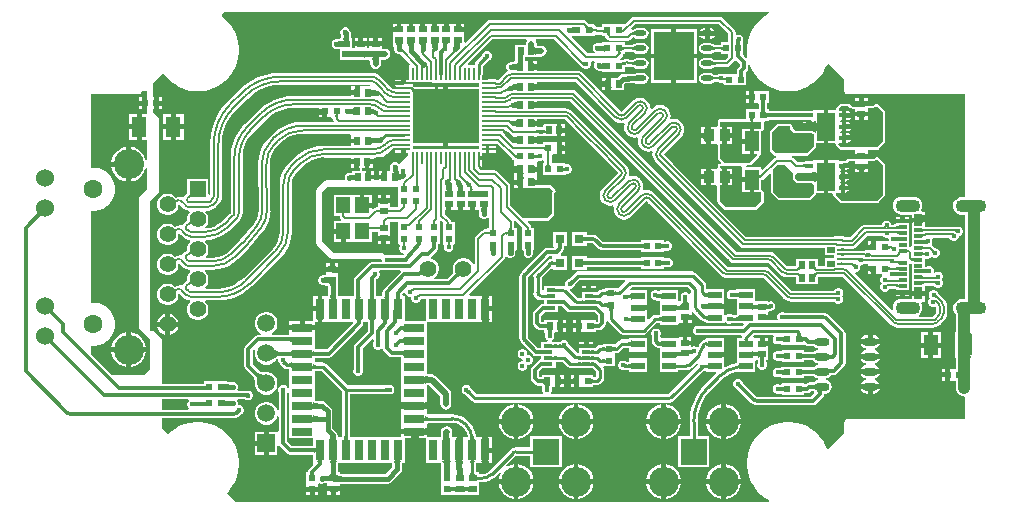
<source format=gtl>
G04*
G04 #@! TF.GenerationSoftware,Altium Limited,Altium Designer,24.4.1 (13)*
G04*
G04 Layer_Physical_Order=1*
G04 Layer_Color=255*
%FSLAX44Y44*%
%MOMM*%
G71*
G04*
G04 #@! TF.SameCoordinates,A613BD91-DDE9-4BFC-9EAC-C4A420B0307C*
G04*
G04*
G04 #@! TF.FilePolarity,Positive*
G04*
G01*
G75*
%ADD12C,0.2500*%
%ADD13C,0.2000*%
%ADD15C,0.3000*%
%ADD18R,0.5000X0.2500*%
%ADD19R,0.4000X0.2500*%
%ADD20R,0.6500X0.5000*%
%ADD21R,1.1000X0.2000*%
%ADD22R,1.3000X1.8000*%
%ADD23R,0.5000X0.6000*%
%ADD24R,0.6000X0.5000*%
%ADD25O,0.7000X0.4000*%
%ADD26R,1.6500X2.4000*%
%ADD27O,0.9000X0.4000*%
%ADD28R,3.5000X4.1000*%
G04:AMPARAMS|DCode=29|XSize=1.05mm|YSize=0.45mm|CornerRadius=0.225mm|HoleSize=0mm|Usage=FLASHONLY|Rotation=180.000|XOffset=0mm|YOffset=0mm|HoleType=Round|Shape=RoundedRectangle|*
%AMROUNDEDRECTD29*
21,1,1.0500,0.0000,0,0,180.0*
21,1,0.6000,0.4500,0,0,180.0*
1,1,0.4500,-0.3000,0.0000*
1,1,0.4500,0.3000,0.0000*
1,1,0.4500,0.3000,0.0000*
1,1,0.4500,-0.3000,0.0000*
%
%ADD29ROUNDEDRECTD29*%
%ADD30R,0.8000X1.8000*%
%ADD31R,1.8000X0.7000*%
%ADD32R,1.8000X0.8000*%
%ADD33R,1.1500X0.6000*%
%ADD34R,0.8000X0.3000*%
%ADD35R,0.7000X0.3000*%
%ADD36R,0.7000X1.0000*%
%ADD37R,0.2000X1.1000*%
%ADD38R,0.6000X0.6400*%
%ADD39R,0.6400X0.6000*%
%ADD40R,0.8000X0.8000*%
%ADD41R,0.9000X1.0000*%
%ADD42R,1.2000X1.4000*%
%ADD43O,1.2700X0.7600*%
%ADD44R,1.2000X1.7500*%
%ADD64C,1.5000*%
%ADD78C,1.6000*%
%ADD82C,0.6000*%
%ADD83C,0.2861*%
%ADD84C,0.4000*%
%ADD85C,0.2000*%
%ADD86C,0.2030*%
%ADD87R,5.6000X4.6000*%
%ADD88C,1.4000*%
%ADD89C,1.0000*%
%ADD90C,0.5000*%
%ADD91C,0.7000*%
%ADD92R,1.4000X1.4000*%
%ADD93C,1.5300*%
%ADD94C,2.5500*%
%ADD95R,2.2500X2.2500*%
%ADD96O,2.6000X1.1000*%
%ADD97O,2.1000X1.1000*%
%ADD98R,1.5000X1.5000*%
%ADD99C,0.4200*%
G36*
X879391Y806000D02*
X880141Y805362D01*
X880472Y805129D01*
X880774Y804954D01*
X881047Y804836D01*
X881290Y804776D01*
X881504Y804773D01*
X881688Y804827D01*
X881843Y804939D01*
X879003Y802099D01*
X879115Y802254D01*
X879169Y802438D01*
X879166Y802652D01*
X879106Y802895D01*
X878988Y803168D01*
X878812Y803469D01*
X878579Y803800D01*
X878289Y804161D01*
X877537Y804969D01*
X878972Y806405D01*
X879391Y806000D01*
D02*
G37*
G36*
X883902Y803852D02*
X883963Y803680D01*
X884066Y803527D01*
X884211Y803395D01*
X884396Y803284D01*
X884623Y803192D01*
X884891Y803121D01*
X885200Y803071D01*
X885550Y803040D01*
X885941Y803030D01*
Y801000D01*
X885550Y800990D01*
X885200Y800959D01*
X884891Y800909D01*
X884623Y800838D01*
X884396Y800746D01*
X884211Y800635D01*
X884066Y800503D01*
X883963Y800350D01*
X883902Y800178D01*
X883881Y799985D01*
Y804045D01*
X883902Y803852D01*
D02*
G37*
G36*
X908896Y802432D02*
X908943Y802345D01*
X909021Y802268D01*
X909131Y802200D01*
X909271Y802144D01*
X909443Y802097D01*
X909646Y802061D01*
X909880Y802036D01*
X910442Y802015D01*
Y799985D01*
X910145Y799980D01*
X909646Y799939D01*
X909443Y799902D01*
X909271Y799856D01*
X909131Y799799D01*
X909021Y799732D01*
X908943Y799655D01*
X908896Y799567D01*
X908881Y799469D01*
Y802530D01*
X908896Y802432D01*
D02*
G37*
G36*
X893972Y799030D02*
X893952Y799212D01*
X893891Y799374D01*
X893790Y799517D01*
X893648Y799641D01*
X893465Y799746D01*
X893242Y799832D01*
X892978Y799899D01*
X892673Y799947D01*
X892328Y799975D01*
X891942Y799985D01*
Y802015D01*
X892332Y802025D01*
X892682Y802056D01*
X892990Y802106D01*
X893257Y802177D01*
X893484Y802269D01*
X893669Y802380D01*
X893814Y802512D01*
X893918Y802664D01*
X893981Y802837D01*
X894003Y803030D01*
X893972Y799030D01*
D02*
G37*
G36*
X868972D02*
X868932Y799215D01*
X868812Y799380D01*
X868612Y799525D01*
X868332Y799651D01*
X867972Y799758D01*
X867532Y799845D01*
X867012Y799913D01*
X865732Y799990D01*
X864972Y800000D01*
Y804000D01*
X865732Y804010D01*
X867532Y804155D01*
X867972Y804242D01*
X868332Y804349D01*
X868612Y804475D01*
X868812Y804620D01*
X868932Y804785D01*
X868972Y804969D01*
Y799030D01*
D02*
G37*
G36*
X898911D02*
X898917Y799015D01*
X898922Y798970D01*
X898927Y798894D01*
X898942Y797515D01*
X896912D01*
X896907Y797808D01*
X896867Y798301D01*
X896832Y798501D01*
X896787Y798671D01*
X896732Y798811D01*
X896667Y798919D01*
X896591Y798997D01*
X896506Y799044D01*
X896411Y799061D01*
X898911Y799030D01*
D02*
G37*
G36*
X920134Y797330D02*
X920107Y797464D01*
X920028Y797584D01*
X919896Y797690D01*
X919711Y797781D01*
X919473Y797859D01*
X919183Y797922D01*
X918839Y797972D01*
X918443Y798007D01*
X917492Y798035D01*
Y800065D01*
X917994Y800072D01*
X918839Y800128D01*
X919183Y800178D01*
X919473Y800241D01*
X919711Y800319D01*
X919896Y800410D01*
X920028Y800516D01*
X920107Y800636D01*
X920134Y800770D01*
Y797330D01*
D02*
G37*
G36*
X1006686Y792469D02*
X1008942D01*
X1008951Y791951D01*
X1009307Y791869D01*
X1009238Y791812D01*
X1009176Y791730D01*
X1009121Y791623D01*
X1009073Y791492D01*
X1009033Y791336D01*
X1009008Y791198D01*
X1009029Y790939D01*
X1009097Y790549D01*
X1009184Y790219D01*
X1009291Y789949D01*
X1009417Y789739D01*
X1009562Y789589D01*
X1009727Y789499D01*
X1009911Y789469D01*
X1004972D01*
X1005156Y789499D01*
X1005321Y789589D01*
X1005467Y789739D01*
X1005593Y789949D01*
X1005699Y790219D01*
X1005787Y790549D01*
X1005855Y790939D01*
X1005903Y791389D01*
X1005919Y791843D01*
X1005896Y792650D01*
X1006686Y792469D01*
D02*
G37*
G36*
X772174Y790601D02*
X772008Y790511D01*
X771862Y790363D01*
X771734Y790154D01*
X771627Y789886D01*
X771539Y789559D01*
X771471Y789172D01*
X771422Y788725D01*
X771383Y787654D01*
X767383D01*
X767389Y790630D01*
X772360D01*
X772174Y790601D01*
D02*
G37*
G36*
X762305Y790601D02*
X762050Y790510D01*
X761825Y790360D01*
X761630Y790151D01*
X761465Y789881D01*
X761330Y789550D01*
X761225Y789161D01*
X761150Y788710D01*
X761105Y788201D01*
X761104Y788175D01*
X761122Y787322D01*
X759852Y787630D01*
X758090D01*
X758085Y788059D01*
X757721Y788148D01*
X757791Y788204D01*
X757854Y788286D01*
X757909Y788391D01*
X757957Y788522D01*
X757998Y788678D01*
X758031Y788858D01*
X758031Y788862D01*
X757978Y789550D01*
X757915Y789881D01*
X757837Y790151D01*
X757746Y790360D01*
X757641Y790510D01*
X757522Y790601D01*
X757389Y790630D01*
X762590D01*
X762305Y790601D01*
D02*
G37*
G36*
X835000Y789994D02*
X835002Y789451D01*
X835113Y787596D01*
X835155Y787396D01*
X835205Y787253D01*
X835261Y787168D01*
X835323Y787139D01*
X829662D01*
X829725Y787168D01*
X829781Y787254D01*
X829831Y787397D01*
X829875Y787598D01*
X829912Y787856D01*
X829967Y788544D01*
X830000Y790006D01*
X835000Y789994D01*
D02*
G37*
G36*
X753505Y790594D02*
X753307Y790485D01*
X753131Y790304D01*
X752979Y790050D01*
X752850Y789723D01*
X752745Y789324D01*
X752663Y788852D01*
X752605Y788307D01*
X752558Y787000D01*
X748558D01*
X748546Y787690D01*
X748453Y788852D01*
X748371Y789324D01*
X748266Y789723D01*
X748137Y790050D01*
X747985Y790304D01*
X747810Y790485D01*
X747611Y790594D01*
X747389Y790630D01*
X753728D01*
X753505Y790594D01*
D02*
G37*
G36*
X733505D02*
X733307Y790485D01*
X733131Y790304D01*
X732979Y790050D01*
X732850Y789723D01*
X732745Y789324D01*
X732663Y788851D01*
X732605Y788307D01*
X732558Y787000D01*
X728558D01*
X728546Y787690D01*
X728453Y788851D01*
X728371Y789324D01*
X728266Y789723D01*
X728137Y790050D01*
X727985Y790304D01*
X727810Y790485D01*
X727611Y790594D01*
X727389Y790630D01*
X733728D01*
X733505Y790594D01*
D02*
G37*
G36*
X743622Y790591D02*
X743527Y790472D01*
X743444Y790274D01*
X743372Y789996D01*
X743310Y789640D01*
X743260Y789204D01*
X743194Y788094D01*
X743171Y786667D01*
X739171D01*
X739154Y787420D01*
X739100Y788094D01*
X739011Y788689D01*
X738886Y789204D01*
X738726Y789640D01*
X738530Y789996D01*
X738298Y790274D01*
X738030Y790472D01*
X737727Y790591D01*
X737389Y790630D01*
X743728D01*
X743622Y790591D01*
D02*
G37*
G36*
X723505Y790591D02*
X723307Y790471D01*
X723131Y790270D01*
X722979Y789990D01*
X722850Y789631D01*
X722745Y789191D01*
X722663Y788671D01*
X722605Y788071D01*
X722558Y786630D01*
X718558D01*
X718551Y787077D01*
X718243Y786944D01*
X718303Y787103D01*
X718356Y787273D01*
X718445Y787644D01*
X718479Y787844D01*
X718500Y788023D01*
X718453Y788671D01*
X718371Y789191D01*
X718266Y789631D01*
X718137Y789990D01*
X717985Y790270D01*
X717810Y790471D01*
X717611Y790591D01*
X717389Y790630D01*
X723728D01*
X723505Y790591D01*
D02*
G37*
G36*
X920335Y784495D02*
X920319Y784683D01*
X920241Y784851D01*
X920101Y784999D01*
X919898Y785128D01*
X919634Y785237D01*
X919307Y785326D01*
X918918Y785395D01*
X918467Y785444D01*
X917379Y785484D01*
X917579Y787515D01*
X917910Y787524D01*
X918235Y787552D01*
X918555Y787598D01*
X918869Y787663D01*
X919177Y787746D01*
X919480Y787848D01*
X919777Y787969D01*
X920068Y788107D01*
X920354Y788265D01*
X920634Y788441D01*
X920335Y784495D01*
D02*
G37*
G36*
X985646Y788265D02*
X985932Y788107D01*
X986223Y787969D01*
X986520Y787848D01*
X986823Y787746D01*
X987131Y787663D01*
X987445Y787598D01*
X987765Y787552D01*
X988090Y787524D01*
X988421Y787515D01*
X988621Y785484D01*
X988046Y785474D01*
X987082Y785395D01*
X986693Y785326D01*
X986366Y785237D01*
X986102Y785128D01*
X985899Y784999D01*
X985759Y784851D01*
X985680Y784683D01*
X985664Y784495D01*
X985366Y788441D01*
X985646Y788265D01*
D02*
G37*
G36*
X909401Y788337D02*
X909463Y788165D01*
X909566Y788012D01*
X909711Y787880D01*
X909896Y787769D01*
X910123Y787677D01*
X910390Y787606D01*
X910700Y787555D01*
X911050Y787525D01*
X911441Y787515D01*
Y785485D01*
X911050Y785475D01*
X910700Y785444D01*
X910390Y785394D01*
X910123Y785323D01*
X909896Y785231D01*
X909711Y785120D01*
X909566Y784988D01*
X909463Y784835D01*
X909401Y784663D01*
X909381Y784470D01*
Y788530D01*
X909401Y788337D01*
D02*
G37*
G36*
X995003Y784470D02*
X994982Y784663D01*
X994920Y784835D01*
X994817Y784988D01*
X994673Y785119D01*
X994488Y785231D01*
X994261Y785322D01*
X993993Y785394D01*
X993684Y785444D01*
X993334Y785475D01*
X992942Y785485D01*
Y787515D01*
X993334Y787525D01*
X993684Y787555D01*
X993993Y787606D01*
X994261Y787677D01*
X994488Y787769D01*
X994673Y787880D01*
X994817Y788012D01*
X994920Y788165D01*
X994982Y788337D01*
X995003Y788530D01*
Y784470D01*
D02*
G37*
G36*
X894472Y783530D02*
X894432Y783715D01*
X894312Y783879D01*
X894112Y784025D01*
X893832Y784151D01*
X893472Y784258D01*
X893032Y784345D01*
X892512Y784413D01*
X891232Y784490D01*
X890472Y784500D01*
Y788500D01*
X891232Y788510D01*
X893032Y788655D01*
X893472Y788742D01*
X893832Y788849D01*
X894112Y788975D01*
X894312Y789120D01*
X894432Y789285D01*
X894472Y789470D01*
Y783530D01*
D02*
G37*
G36*
X751448Y784664D02*
X751279Y784586D01*
X751127Y784489D01*
X750994Y784372D01*
X750878Y784235D01*
X750780Y784078D01*
X750700Y783902D01*
X750638Y783706D01*
X750594Y783491D01*
X750567Y783255D01*
X750558Y783000D01*
X748558Y783209D01*
X748555Y783611D01*
X748445Y785230D01*
X748404Y785475D01*
X748303Y785889D01*
X748243Y786057D01*
X751448Y784664D01*
D02*
G37*
G36*
X723023Y786496D02*
X723095Y786309D01*
X723179Y786123D01*
X723276Y785939D01*
X723385Y785756D01*
X723641Y785392D01*
X723787Y785212D01*
X724117Y784855D01*
X723167Y782977D01*
X722982Y783149D01*
X722796Y783298D01*
X722610Y783422D01*
X722423Y783521D01*
X722236Y783597D01*
X722048Y783648D01*
X721859Y783675D01*
X721669Y783677D01*
X721480Y783655D01*
X721289Y783609D01*
X722963Y786683D01*
X723023Y786496D01*
D02*
G37*
G36*
X758828Y783506D02*
X758776Y783498D01*
X758708Y783469D01*
X758623Y783419D01*
X758521Y783347D01*
X758267Y783140D01*
X757946Y782847D01*
X757558Y782468D01*
X755461Y784613D01*
X755661Y784816D01*
X756414Y785673D01*
X756465Y785756D01*
X756495Y785823D01*
X756503Y785873D01*
X758828Y783506D01*
D02*
G37*
G36*
X742166Y784062D02*
X742038Y783899D01*
X741926Y783725D01*
X741828Y783541D01*
X741746Y783346D01*
X741678Y783140D01*
X741626Y782923D01*
X741588Y782696D01*
X741565Y782458D01*
X741558Y782209D01*
X739558D01*
X739551Y782458D01*
X739528Y782696D01*
X739491Y782923D01*
X739438Y783140D01*
X739371Y783346D01*
X739288Y783541D01*
X739191Y783725D01*
X739078Y783899D01*
X738951Y784062D01*
X738808Y784215D01*
X742308D01*
X742166Y784062D01*
D02*
G37*
G36*
X908779Y783510D02*
X908606Y783449D01*
X908454Y783348D01*
X908322Y783206D01*
X908211Y783023D01*
X908119Y782800D01*
X908048Y782536D01*
X907997Y782231D01*
X907967Y781886D01*
X907957Y781500D01*
X905927D01*
X905917Y781886D01*
X905886Y782231D01*
X905835Y782536D01*
X905764Y782800D01*
X905673Y783023D01*
X905562Y783206D01*
X905430Y783348D01*
X905277Y783449D01*
X905105Y783510D01*
X904912Y783530D01*
X908972D01*
X908779Y783510D01*
D02*
G37*
G36*
X835419Y787042D02*
X835569Y786928D01*
X835819Y786828D01*
X836169Y786741D01*
X836619Y786667D01*
X837169Y786607D01*
X839419Y786507D01*
X840369Y786500D01*
Y781500D01*
X839419Y781493D01*
X836169Y781259D01*
X835819Y781172D01*
X835569Y781071D01*
X835419Y780958D01*
X835369Y780831D01*
Y787169D01*
X835419Y787042D01*
D02*
G37*
G36*
X1034007Y816181D02*
X1030513Y814164D01*
X1026873Y811370D01*
X1023629Y808126D01*
X1020836Y804486D01*
X1018542Y800513D01*
X1016786Y796274D01*
X1015599Y791843D01*
X1015000Y787294D01*
Y785000D01*
X1015000Y782706D01*
X1015509Y778833D01*
X1014306Y778240D01*
X1012254Y780292D01*
X1011942Y781500D01*
X1011942D01*
X1011942Y781500D01*
Y789426D01*
X1011951Y789469D01*
X1011942Y789513D01*
Y791500D01*
X1011942Y791500D01*
X1011942D01*
X1011928Y792770D01*
X1012100Y793185D01*
Y794816D01*
X1011476Y796322D01*
X1010322Y797476D01*
X1008816Y798100D01*
X1007184D01*
X1006786Y797935D01*
X1005516Y798783D01*
Y800000D01*
X1005282Y801176D01*
X1004615Y802174D01*
X1004615Y802174D01*
X994615Y812174D01*
X993618Y812840D01*
X992442Y813074D01*
X992442Y813074D01*
X919442D01*
X919442Y813074D01*
X918265Y812840D01*
X917268Y812174D01*
X917268Y812174D01*
X911757Y806662D01*
X910942Y807000D01*
Y807000D01*
X901942D01*
X901942Y807000D01*
X900942D01*
Y807000D01*
X900672Y807000D01*
X891942D01*
Y804074D01*
X889275D01*
X889161Y804189D01*
X888163Y804855D01*
X886987Y805089D01*
X885942Y805802D01*
Y807000D01*
X881363D01*
X880869Y807421D01*
X878850Y809439D01*
X877853Y810105D01*
X876677Y810339D01*
X876677Y810339D01*
X797265D01*
X796089Y810105D01*
X795091Y809439D01*
X795091Y809439D01*
X776931Y791279D01*
X775758Y791765D01*
Y797400D01*
Y800400D01*
X770558D01*
Y802400D01*
X768558D01*
Y807400D01*
X762558D01*
Y802400D01*
X758558D01*
Y807400D01*
X752558D01*
Y802400D01*
X748558D01*
Y807400D01*
X742558D01*
Y802400D01*
X738558D01*
Y807400D01*
X732558D01*
Y802400D01*
X728558D01*
Y807400D01*
X722558D01*
Y802400D01*
X720558D01*
Y800400D01*
X715358D01*
Y797400D01*
Y790674D01*
X715349Y790630D01*
X715358Y790587D01*
Y788600D01*
X715390D01*
X715399Y788595D01*
X715658Y788392D01*
X716280Y787330D01*
X716272Y787284D01*
X716204Y786908D01*
X716208Y786891D01*
X716205Y786874D01*
X716292Y786503D01*
X716373Y786131D01*
X716383Y786116D01*
X716387Y786099D01*
X716458Y786000D01*
Y785184D01*
X717082Y783678D01*
X718236Y782524D01*
X719743Y781900D01*
X720193D01*
X720228Y781868D01*
X720275Y781851D01*
X720314Y781818D01*
X720647Y781714D01*
X720975Y781594D01*
X721025Y781597D01*
X721074Y781581D01*
X721421Y781613D01*
X721611Y781621D01*
X730059Y773173D01*
X729573Y772000D01*
X728909D01*
Y760000D01*
X726409D01*
Y757000D01*
X724409D01*
Y755000D01*
X717287D01*
X717358Y754862D01*
X717503Y754635D01*
X717670Y754418D01*
X717861Y754211D01*
X716909Y753409D01*
Y753133D01*
X715927Y752328D01*
X715459Y752421D01*
X713701Y753595D01*
X713643Y753683D01*
X709784Y757542D01*
X709784Y757542D01*
X706455Y760871D01*
X705557Y761770D01*
X705557Y761770D01*
X705557D01*
X704669Y762657D01*
X704396Y762929D01*
X704396Y762930D01*
X704396Y762936D01*
X704405Y762944D01*
X702548Y764369D01*
X700373Y765270D01*
X698040Y765577D01*
Y765559D01*
X621955D01*
X620702Y765602D01*
X620603Y765609D01*
X619461Y765534D01*
X613997Y765175D01*
X607504Y763884D01*
X601235Y761756D01*
X595298Y758828D01*
X589793Y755150D01*
X585007Y750952D01*
X585021Y750937D01*
X585019Y750917D01*
X585019Y750917D01*
X575280Y741178D01*
X575280Y741178D01*
X575262Y741176D01*
X575245Y741193D01*
X570996Y736349D01*
X567287Y730798D01*
X564335Y724811D01*
X562189Y718490D01*
X560887Y711943D01*
X560524Y706405D01*
X560450Y705282D01*
X560459Y705145D01*
X560501Y703876D01*
Y662614D01*
X560270Y662455D01*
X559000Y663125D01*
Y676000D01*
X541000D01*
Y663197D01*
X540765Y663150D01*
X539111Y662045D01*
X538477Y661097D01*
X537161Y660558D01*
X535210Y660947D01*
X533756Y660657D01*
X533559Y660630D01*
X531655Y659973D01*
X530126Y661502D01*
X528074Y662687D01*
X525785Y663300D01*
X523415D01*
X521126Y662687D01*
X519074Y661502D01*
X517398Y659826D01*
X516213Y657774D01*
X515600Y655485D01*
Y653115D01*
X516213Y650826D01*
X517398Y648774D01*
X519074Y647098D01*
X521126Y645913D01*
X523415Y645300D01*
X525785D01*
X528074Y645913D01*
X530126Y647098D01*
X531802Y648774D01*
X532987Y650826D01*
X533600Y653115D01*
Y653767D01*
X534870Y654020D01*
X534907Y653932D01*
X536339Y652064D01*
X538207Y650631D01*
X539134Y650248D01*
X539403Y650073D01*
X540516Y649633D01*
X540786Y649584D01*
X541495Y649290D01*
X542972Y649096D01*
X543427Y647755D01*
X542798Y647126D01*
X541613Y645074D01*
X541000Y642785D01*
Y640520D01*
X539483Y639761D01*
X539271Y639597D01*
X538140Y638841D01*
X537035Y637188D01*
X535947Y636524D01*
X534644Y636784D01*
X532693Y636396D01*
X532439Y636226D01*
X532381Y636210D01*
X530805Y635423D01*
X530126Y636102D01*
X528074Y637287D01*
X525785Y637900D01*
X523415D01*
X521126Y637287D01*
X519074Y636102D01*
X517398Y634426D01*
X516213Y632374D01*
X515600Y630085D01*
Y627715D01*
X516213Y625426D01*
X517398Y623374D01*
X519074Y621698D01*
X521126Y620513D01*
X523415Y619900D01*
X525785D01*
X528074Y620513D01*
X530126Y621698D01*
X531802Y623374D01*
X532987Y625426D01*
X533600Y627715D01*
Y629080D01*
X534870Y629511D01*
X535369Y628861D01*
X535654Y628642D01*
X535723Y628550D01*
X538206Y626314D01*
X538433Y626179D01*
X539720Y625191D01*
X541895Y624290D01*
X543372Y624096D01*
X543827Y622755D01*
X542798Y621726D01*
X541613Y619674D01*
X541000Y617385D01*
Y615120D01*
X539483Y614361D01*
X539266Y614193D01*
X539017Y614073D01*
X538730Y613858D01*
X538616Y613731D01*
X538471Y613641D01*
X538308Y613489D01*
X538229Y613378D01*
X538120Y613296D01*
X538002Y613164D01*
X537920Y613023D01*
X537065Y611744D01*
X535658Y611182D01*
X534644Y611384D01*
X532693Y610996D01*
X532439Y610826D01*
X532381Y610810D01*
X530805Y610023D01*
X530126Y610702D01*
X528074Y611887D01*
X525785Y612500D01*
X523415D01*
X521126Y611887D01*
X519074Y610702D01*
X517398Y609026D01*
X516213Y606974D01*
X515600Y604685D01*
Y602315D01*
X516213Y600026D01*
X517398Y597974D01*
X519074Y596298D01*
X521126Y595113D01*
X523415Y594500D01*
X525785D01*
X528074Y595113D01*
X530126Y596298D01*
X531802Y597974D01*
X532987Y600026D01*
X533600Y602315D01*
Y603540D01*
X534870Y603923D01*
X535462Y603031D01*
X535667Y602825D01*
X536588Y601624D01*
X538456Y600191D01*
X540630Y599290D01*
X542964Y598983D01*
Y598983D01*
X543476Y598700D01*
X543733Y597261D01*
X542798Y596326D01*
X541613Y594274D01*
X541000Y591985D01*
Y589720D01*
X539483Y588961D01*
X539271Y588797D01*
X538140Y588041D01*
X537035Y586387D01*
X535621Y585789D01*
X534644Y585984D01*
X532693Y585596D01*
X532439Y585426D01*
X532381Y585410D01*
X530805Y584622D01*
X530126Y585302D01*
X528074Y586487D01*
X525785Y587100D01*
X523415D01*
X521126Y586487D01*
X519074Y585302D01*
X517398Y583626D01*
X516213Y581574D01*
X515600Y579285D01*
Y576915D01*
X516213Y574626D01*
X517398Y572574D01*
X519074Y570898D01*
X521126Y569713D01*
X523415Y569100D01*
X525785D01*
X528074Y569713D01*
X530126Y570898D01*
X531802Y572574D01*
X532987Y574626D01*
X533600Y576915D01*
Y578280D01*
X534870Y578711D01*
X535096Y578416D01*
X535179Y578284D01*
X537462Y575847D01*
X537505Y575816D01*
X537652Y575624D01*
X539520Y574191D01*
X541695Y573290D01*
X543172Y573096D01*
X543627Y571755D01*
X542798Y570926D01*
X541613Y568874D01*
X541000Y566585D01*
Y564215D01*
X541613Y561926D01*
X542798Y559874D01*
X544474Y558198D01*
X546526Y557013D01*
X548815Y556400D01*
X551185D01*
X553474Y557013D01*
X555526Y558198D01*
X557202Y559874D01*
X558387Y561926D01*
X559000Y564215D01*
Y566585D01*
X558387Y568874D01*
X557202Y570926D01*
X556397Y571731D01*
X556923Y573001D01*
X565574D01*
X566843Y572974D01*
X566886Y572971D01*
X568093Y573050D01*
X572297Y573326D01*
X577615Y574384D01*
X582750Y576127D01*
X587613Y578525D01*
X592122Y581537D01*
X596074Y585004D01*
D01*
X596089Y585046D01*
X620524Y609481D01*
X620524Y609481D01*
X620533Y609482D01*
X620551Y609465D01*
X623646Y613088D01*
X626174Y617214D01*
X628026Y621685D01*
X629155Y626390D01*
X629440Y630000D01*
X629535Y631211D01*
X629500Y631245D01*
X629499Y632511D01*
Y670762D01*
X629500D01*
X629499Y670768D01*
X629608Y671963D01*
X629611Y671998D01*
X629789Y673800D01*
X630665Y676690D01*
X632089Y679353D01*
X633969Y681644D01*
X633972Y681646D01*
X633985Y681658D01*
X633985Y681659D01*
X638037Y685711D01*
X638936Y686609D01*
X638950Y686624D01*
X639039Y686757D01*
X642709Y689769D01*
X647106Y692120D01*
X651877Y693567D01*
X656654Y694037D01*
X656834Y694001D01*
X656865D01*
X656866Y694001D01*
X679658D01*
Y692500D01*
X684658D01*
Y690500D01*
X686658D01*
Y685300D01*
X687461D01*
X687461Y683598D01*
X686563Y682700D01*
X680600D01*
Y681270D01*
X678904D01*
X678769Y681243D01*
X678633Y681270D01*
X677780Y681100D01*
X677626D01*
X677484Y681041D01*
X677073Y680959D01*
X676723Y680726D01*
X676120Y680476D01*
X674966Y679322D01*
X674342Y677815D01*
Y676184D01*
X674493Y675819D01*
X673645Y674549D01*
X659000D01*
X658025Y674355D01*
X657198Y673802D01*
X651198Y667802D01*
X650645Y666975D01*
X650451Y666000D01*
Y622000D01*
X650645Y621025D01*
X651198Y620198D01*
X662198Y609198D01*
X663025Y608645D01*
X664000Y608451D01*
X704727D01*
X705028Y608416D01*
X705900Y607335D01*
Y606684D01*
X705925Y606624D01*
X705219Y605569D01*
X698000D01*
X696634Y605297D01*
X695477Y604523D01*
X683477Y592523D01*
X682703Y591366D01*
X682431Y590000D01*
Y577318D01*
X682415Y577133D01*
X682393Y577000D01*
X668776D01*
X668754Y577054D01*
X668673Y577357D01*
X668604Y577783D01*
X668578Y578074D01*
Y585170D01*
X668609Y585600D01*
X669200D01*
Y587448D01*
X669201Y587451D01*
X669200Y587459D01*
Y587587D01*
X669209Y587630D01*
X669200Y587674D01*
Y594400D01*
Y596459D01*
X667169Y596431D01*
Y597400D01*
X658800D01*
Y594752D01*
X657901Y594678D01*
X656870D01*
X655310Y594368D01*
X654459Y593800D01*
X653678Y593476D01*
X652524Y592322D01*
X651900Y590816D01*
Y589184D01*
X652524Y587677D01*
X653678Y586524D01*
X655184Y585900D01*
X656815D01*
X657419Y586150D01*
X657530Y586172D01*
X657577Y586178D01*
X658800Y585600D01*
Y585600D01*
X660275D01*
X660334Y585340D01*
X660422Y584500D01*
Y578074D01*
X660396Y577783D01*
X660326Y577357D01*
X660246Y577054D01*
X660224Y577000D01*
X655500D01*
Y575490D01*
X655540Y575424D01*
X655735Y575212D01*
X655960Y575060D01*
X656215Y574969D01*
X656500Y574939D01*
X655500D01*
Y566000D01*
Y557061D01*
X656500D01*
X656215Y557031D01*
X655960Y556940D01*
X655735Y556788D01*
X655540Y556576D01*
X655500Y556510D01*
Y555000D01*
X681157D01*
X681683Y553730D01*
X659522Y531569D01*
X649818D01*
X649633Y531585D01*
X649500Y531607D01*
Y544500D01*
Y548000D01*
X647990D01*
X647924Y547960D01*
X647712Y547765D01*
X647560Y547540D01*
X647469Y547285D01*
X647439Y547000D01*
Y548000D01*
X638500D01*
X629561D01*
Y547000D01*
X629531Y547285D01*
X629440Y547540D01*
X629288Y547765D01*
X629076Y547960D01*
X629010Y548000D01*
X627500D01*
Y543607D01*
X627358Y543584D01*
X627182Y543569D01*
X612669D01*
X612519Y543773D01*
X612872Y545443D01*
X613833Y545998D01*
X615602Y547767D01*
X616853Y549933D01*
X617500Y552349D01*
Y554851D01*
X616853Y557267D01*
X615602Y559433D01*
X613833Y561202D01*
X611667Y562453D01*
X609251Y563100D01*
X606749D01*
X604333Y562453D01*
X602167Y561202D01*
X600398Y559433D01*
X599147Y557267D01*
X598500Y554851D01*
Y552349D01*
X599147Y549933D01*
X600398Y547767D01*
X602167Y545998D01*
X603128Y545443D01*
X603481Y543773D01*
X603331Y543569D01*
X601000D01*
X599634Y543297D01*
X598477Y542523D01*
X590477Y534523D01*
X589703Y533366D01*
X589431Y532000D01*
Y517600D01*
X589703Y516234D01*
X590477Y515077D01*
X597336Y508217D01*
X597525Y507938D01*
X597722Y507567D01*
X597906Y507115D01*
X598071Y506581D01*
X598213Y505964D01*
X598321Y505291D01*
X598452Y503604D01*
X598461Y502655D01*
X598500Y502470D01*
Y501549D01*
X599147Y499133D01*
X600398Y496967D01*
X602167Y495198D01*
X604333Y493947D01*
X606749Y493300D01*
X609251D01*
X611667Y493947D01*
X613833Y495198D01*
X615602Y496967D01*
X616853Y499133D01*
X617500Y501549D01*
Y504051D01*
X616853Y506467D01*
X615602Y508633D01*
X613833Y510402D01*
X611667Y511653D01*
X609251Y512300D01*
X606749D01*
X606334Y512189D01*
X606091Y512196D01*
X605335Y512275D01*
X604636Y512387D01*
X604019Y512529D01*
X603485Y512694D01*
X603033Y512878D01*
X602662Y513074D01*
X602383Y513264D01*
X596568Y519078D01*
Y530522D01*
X597803Y531756D01*
X598942Y531099D01*
X598500Y529451D01*
Y526949D01*
X599147Y524533D01*
X600398Y522367D01*
X602167Y520598D01*
X604333Y519347D01*
X606749Y518700D01*
X609251D01*
X611667Y519347D01*
X613833Y520598D01*
X614078Y520843D01*
X614078Y520843D01*
X614105Y520860D01*
X614136Y520866D01*
X614442Y521070D01*
X614753Y521264D01*
X616135Y522564D01*
X616725Y523043D01*
X617142Y523344D01*
X617633Y523213D01*
X618400Y522649D01*
Y521684D01*
X619024Y520177D01*
X619475Y519726D01*
X619488Y519617D01*
X619491Y519610D01*
X619492Y519603D01*
X619628Y519362D01*
X619678Y519113D01*
X620436Y517978D01*
X622772Y515642D01*
X623907Y514884D01*
X625245Y514618D01*
X627285D01*
X627453Y514603D01*
X627500Y514595D01*
Y511000D01*
Y499461D01*
X626230Y499209D01*
X625976Y499822D01*
X624822Y500976D01*
X623316Y501600D01*
X621684D01*
X620177Y500976D01*
X619024Y499822D01*
X618400Y498316D01*
Y496684D01*
X618452Y496559D01*
X618430Y496508D01*
X618429Y496258D01*
X618391Y496009D01*
X618431Y495110D01*
Y480082D01*
X617161Y479914D01*
X616853Y481067D01*
X615602Y483233D01*
X613833Y485002D01*
X611667Y486253D01*
X609251Y486900D01*
X606749D01*
X604333Y486253D01*
X602167Y485002D01*
X600398Y483233D01*
X599147Y481067D01*
X598500Y478651D01*
Y476149D01*
X599147Y473733D01*
X600398Y471567D01*
X602167Y469798D01*
X604333Y468547D01*
X606749Y467900D01*
X609251D01*
X611667Y468547D01*
X613833Y469798D01*
X615602Y471567D01*
X616853Y473733D01*
X617161Y474886D01*
X618431Y474718D01*
Y462318D01*
X617500Y461500D01*
X617161Y461500D01*
X610000D01*
Y452000D01*
Y442500D01*
X617500D01*
Y449748D01*
X617703Y449885D01*
X619428Y449550D01*
X619477Y449477D01*
X625477Y443477D01*
X626634Y442703D01*
X628000Y442431D01*
X647173D01*
X647353Y442416D01*
X647500Y442391D01*
Y435000D01*
X647500D01*
X647926Y433972D01*
X643908Y429955D01*
X643135Y428798D01*
X642877Y427500D01*
X642000D01*
Y418770D01*
X642000Y418500D01*
Y417500D01*
X642000Y417230D01*
Y415000D01*
X647000D01*
X652000D01*
Y417230D01*
X652781Y418189D01*
X652966Y418347D01*
X653192Y418311D01*
X654184Y417900D01*
X655816D01*
X656419Y418150D01*
X656831Y418232D01*
X656965Y418322D01*
X659015D01*
X659677Y418282D01*
X659800Y418265D01*
Y415600D01*
X661302D01*
X661350Y415629D01*
X661560Y415820D01*
X661711Y416040D01*
X661801Y416290D01*
X661831Y416570D01*
Y415600D01*
X665000D01*
X670200D01*
Y417878D01*
X670923Y417922D01*
X711000D01*
X711000Y417922D01*
X712561Y418232D01*
X713884Y419116D01*
X721884Y427116D01*
X722768Y428439D01*
X723078Y430000D01*
Y433924D01*
X723104Y434223D01*
X723176Y434652D01*
X723257Y434956D01*
X723275Y435000D01*
X725500D01*
Y456500D01*
X731167D01*
X731100Y456750D01*
X730875Y457303D01*
X730600Y457756D01*
X730275Y458108D01*
X729900Y458360D01*
X729475Y458511D01*
X729000Y458561D01*
X731500D01*
Y460000D01*
X722500D01*
Y457000D01*
X679019D01*
X679012Y457044D01*
X678997Y457212D01*
Y494002D01*
X709573D01*
X709686Y493993D01*
X709750Y493983D01*
X709764Y493980D01*
X709934Y493866D01*
X710034Y493846D01*
X710123Y493798D01*
X710421Y493769D01*
X710715Y493711D01*
X710814Y493731D01*
X710909Y493721D01*
X711684Y493400D01*
X713316D01*
X714822Y494024D01*
X715976Y495177D01*
X716600Y496684D01*
Y498316D01*
X715976Y499822D01*
X714822Y500976D01*
X713316Y501600D01*
X711684D01*
X710909Y501279D01*
X710814Y501269D01*
X710715Y501289D01*
X710421Y501231D01*
X710123Y501202D01*
X710034Y501154D01*
X709934Y501134D01*
X709764Y501020D01*
X709750Y501017D01*
X709704Y501010D01*
X709521Y500998D01*
X676949D01*
X658473Y519473D01*
X657338Y520231D01*
X656000Y520498D01*
X649713D01*
X649544Y520512D01*
X649500Y520519D01*
Y524393D01*
X649633Y524415D01*
X649818Y524431D01*
X661000D01*
X662366Y524703D01*
X663523Y525477D01*
X689023Y550977D01*
X689797Y552134D01*
X690069Y553500D01*
Y554682D01*
X690085Y554866D01*
X690107Y555000D01*
X693893D01*
X693915Y554866D01*
X693931Y554682D01*
Y546478D01*
X683477Y536023D01*
X682703Y534866D01*
X682431Y533500D01*
Y515765D01*
X682419Y515645D01*
X682366Y515566D01*
X682341Y515439D01*
X682283Y515324D01*
X682264Y515052D01*
X682211Y514785D01*
X682236Y514659D01*
X682233Y514620D01*
X681900Y513815D01*
Y512184D01*
X682524Y510677D01*
X683678Y509524D01*
X685184Y508900D01*
X686815D01*
X688322Y509524D01*
X689476Y510677D01*
X690100Y512184D01*
Y513815D01*
X689767Y514620D01*
X689764Y514659D01*
X689789Y514785D01*
X689736Y515052D01*
X689717Y515324D01*
X689659Y515439D01*
X689634Y515566D01*
X689586Y515638D01*
X689568Y515893D01*
Y532022D01*
X697758Y540211D01*
X698931Y539725D01*
Y537765D01*
X698919Y537645D01*
X698866Y537566D01*
X698841Y537439D01*
X698783Y537323D01*
X698764Y537052D01*
X698711Y536785D01*
X698736Y536659D01*
X698733Y536620D01*
X698400Y535816D01*
Y534184D01*
X699024Y532677D01*
X700178Y531524D01*
X701684Y530900D01*
X703316D01*
X704822Y531524D01*
X705246Y531948D01*
X706624Y531530D01*
X706703Y531134D01*
X707477Y529977D01*
X711734Y525719D01*
X712892Y524946D01*
X714257Y524674D01*
X722182D01*
X722366Y524658D01*
X722500Y524636D01*
Y511000D01*
Y500000D01*
Y489000D01*
Y486699D01*
X722730Y486735D01*
X723280Y486867D01*
X723730Y487029D01*
X724080Y487220D01*
X724331Y487440D01*
X724480Y487690D01*
X724530Y487970D01*
Y486000D01*
X733500D01*
X742469D01*
Y487970D01*
X742520Y487690D01*
X742670Y487440D01*
X742919Y487220D01*
X743270Y487029D01*
X743719Y486867D01*
X744269Y486735D01*
X744500Y486699D01*
Y489000D01*
Y501223D01*
X744668Y501263D01*
X745154Y501340D01*
X746101Y501410D01*
X755412Y492099D01*
Y485000D01*
X755761Y483244D01*
X756756Y481756D01*
X758244Y480761D01*
X760000Y480412D01*
X761756Y480761D01*
X763244Y481756D01*
X764239Y483244D01*
X764588Y485000D01*
Y494000D01*
X764239Y495756D01*
X763244Y497244D01*
X751244Y509244D01*
X749756Y510239D01*
X748000Y510588D01*
X746003D01*
X745802Y510595D01*
X745179Y510656D01*
X744668Y510737D01*
X744500Y510777D01*
Y522000D01*
Y533000D01*
Y544500D01*
Y555000D01*
X790801D01*
X790765Y555230D01*
X790633Y555780D01*
X790471Y556231D01*
X790280Y556581D01*
X790060Y556830D01*
X789810Y556981D01*
X789530Y557030D01*
X791500D01*
Y566000D01*
Y574969D01*
X789530D01*
X789810Y575019D01*
X790060Y575169D01*
X790280Y575420D01*
X790471Y575770D01*
X790633Y576219D01*
X790765Y576769D01*
X790801Y577000D01*
X780485D01*
X779999Y578173D01*
X809663Y607837D01*
X809663Y607837D01*
X810326Y608829D01*
X810475Y609580D01*
X811491Y610016D01*
X811829Y610022D01*
X812327Y609524D01*
X813833Y608900D01*
X815465D01*
X816972Y609524D01*
X818125Y610678D01*
X818348Y611215D01*
X818768Y611844D01*
X819078Y613405D01*
X819078Y613405D01*
Y614715D01*
X819118Y615377D01*
X819135Y615500D01*
X820000D01*
Y617487D01*
X820009Y617531D01*
X820000Y617574D01*
Y624500D01*
X820000D01*
Y625500D01*
X820000D01*
Y634500D01*
X818059D01*
Y639558D01*
X818059Y639558D01*
X817994Y639884D01*
X819164Y640510D01*
X824259Y635415D01*
X825000Y634500D01*
X825000D01*
X825000Y634500D01*
Y625770D01*
X825000Y625500D01*
Y624500D01*
X825000Y624230D01*
Y617574D01*
X824991Y617531D01*
X825000Y617487D01*
Y615500D01*
X825847D01*
X825922Y614573D01*
Y613868D01*
X825900Y613815D01*
Y612184D01*
X826524Y610677D01*
X827678Y609524D01*
X829184Y608900D01*
X830816D01*
X832322Y609524D01*
X833476Y610677D01*
X834100Y612184D01*
Y613815D01*
X834078Y613868D01*
Y614715D01*
X834118Y615377D01*
X834135Y615500D01*
X835000D01*
Y617487D01*
X835009Y617531D01*
X835000Y617574D01*
Y624230D01*
X835000Y624500D01*
Y625500D01*
X835000Y625770D01*
Y634500D01*
X832696D01*
X832497Y635499D01*
X831834Y636491D01*
X831834Y636491D01*
X829038Y639287D01*
X829524Y640461D01*
X846000D01*
X846780Y640616D01*
X847442Y641058D01*
X847442Y641058D01*
X851442Y645058D01*
X851884Y645720D01*
X852039Y646500D01*
Y663655D01*
X852442Y664058D01*
X852884Y664720D01*
X853039Y665500D01*
X852884Y666280D01*
X852442Y666942D01*
X852442Y666942D01*
X849442Y669942D01*
X848780Y670384D01*
X848000Y670539D01*
X836958D01*
Y670900D01*
X836888Y670895D01*
X836368Y670813D01*
X835928Y670708D01*
X835568Y670579D01*
X835288Y670427D01*
X835088Y670251D01*
X834968Y670053D01*
X834928Y669830D01*
Y671000D01*
X831958D01*
Y675000D01*
X834928D01*
Y676170D01*
X834968Y675947D01*
X835088Y675749D01*
X835288Y675573D01*
X835568Y675421D01*
X835928Y675292D01*
X836368Y675187D01*
X836888Y675105D01*
X836958Y675098D01*
Y677530D01*
X836958Y678200D01*
X836958D01*
Y678800D01*
X836958D01*
Y681900D01*
X836888Y681895D01*
X836368Y681813D01*
X835928Y681708D01*
X835568Y681579D01*
X835288Y681427D01*
X835088Y681252D01*
X834968Y681053D01*
X834928Y680831D01*
Y682000D01*
X831958D01*
Y686000D01*
X834928D01*
Y687169D01*
X834968Y686947D01*
X835088Y686749D01*
X835288Y686573D01*
X835568Y686421D01*
X835928Y686292D01*
X836368Y686187D01*
X836888Y686105D01*
X836958Y686098D01*
Y689200D01*
X836958D01*
X837058Y690000D01*
X837837Y690947D01*
X838212Y691209D01*
X838283Y691212D01*
X838378Y691234D01*
X839184Y690900D01*
X840816D01*
X842322Y691524D01*
X843499Y690905D01*
Y689000D01*
X842058D01*
Y679000D01*
X850788D01*
X851058Y679000D01*
X852058D01*
X852328Y679000D01*
X861058D01*
Y679000D01*
X862184Y679900D01*
X863816D01*
X865322Y680524D01*
X866476Y681677D01*
X867100Y683184D01*
Y684816D01*
X866476Y686322D01*
X865322Y687476D01*
X863816Y688100D01*
X862184D01*
X861058Y689000D01*
Y689000D01*
X852328D01*
X852058Y689000D01*
X851058D01*
X850887Y689000D01*
X849617Y689239D01*
Y696102D01*
X850429Y696914D01*
X850887Y697000D01*
X852058D01*
X852328Y697000D01*
X854558D01*
Y702000D01*
Y707000D01*
X852328D01*
X852058Y707000D01*
X851058D01*
X850788Y707000D01*
X842058D01*
Y705059D01*
X836958D01*
Y706900D01*
X836888Y706895D01*
X836368Y706813D01*
X835928Y706708D01*
X835568Y706579D01*
X835288Y706427D01*
X835088Y706252D01*
X834968Y706053D01*
X834928Y705831D01*
Y707000D01*
X831958D01*
Y711000D01*
X834928D01*
Y712169D01*
X834968Y711947D01*
X835088Y711749D01*
X835288Y711573D01*
X835568Y711421D01*
X835928Y711292D01*
X836368Y711187D01*
X836888Y711105D01*
X836958Y711098D01*
Y711528D01*
X836995Y711580D01*
X837696Y712133D01*
X838228Y712313D01*
X838415Y712282D01*
X838773Y712211D01*
X838807Y712218D01*
X838841Y712212D01*
X838936Y712234D01*
X839743Y711900D01*
X841374D01*
X841765Y712062D01*
X842158Y711800D01*
Y711800D01*
X853958D01*
Y717000D01*
Y722200D01*
X842158D01*
Y720624D01*
X841374Y720100D01*
X839743D01*
X838936Y719766D01*
X838841Y719788D01*
X838807Y719782D01*
X838773Y719789D01*
X838415Y719718D01*
X838228Y719687D01*
X837696Y719867D01*
X836995Y720420D01*
X836958Y720472D01*
Y720900D01*
X836888Y720895D01*
X836368Y720813D01*
X835928Y720708D01*
X835568Y720579D01*
X835288Y720427D01*
X835088Y720251D01*
X834968Y720053D01*
X834928Y719830D01*
Y721000D01*
X831958D01*
Y725000D01*
X834928D01*
Y726170D01*
X834968Y725947D01*
X835088Y725749D01*
X835288Y725573D01*
X835568Y725421D01*
X835928Y725292D01*
X836368Y725187D01*
X836888Y725105D01*
X836958Y725098D01*
Y726316D01*
X859854D01*
X860762Y726316D01*
X873468Y713610D01*
X873468Y713610D01*
X891539Y695539D01*
X899539Y687539D01*
X899539Y687539D01*
X899539Y687539D01*
X905953Y681125D01*
X893890Y669062D01*
X892980Y668175D01*
X892980Y668175D01*
X891578Y666348D01*
X890696Y664219D01*
X890395Y661935D01*
X890696Y659651D01*
X891578Y657522D01*
X892980Y655694D01*
X892980D01*
X894808Y654292D01*
X896937Y653410D01*
X899221Y653109D01*
X901335Y653388D01*
X901890Y652937D01*
X902341Y652382D01*
X902063Y650268D01*
X902363Y647983D01*
X903245Y645855D01*
X904647Y644027D01*
X904647D01*
X906475Y642625D01*
X908604Y641743D01*
X910888Y641442D01*
X913172Y641743D01*
X915301Y642625D01*
X916169Y643291D01*
X917129Y644027D01*
X917152Y644035D01*
X917161Y644050D01*
X917161Y644050D01*
X917161Y644063D01*
X918023Y644945D01*
X930078Y657000D01*
X931539Y655539D01*
X931539Y655539D01*
X931539Y655539D01*
X991842Y595236D01*
X992731Y594338D01*
X992731Y594338D01*
X992731Y594338D01*
X994418Y593044D01*
X996425Y592212D01*
X998578Y591929D01*
Y591941D01*
X1028229D01*
X1029137Y591941D01*
X1045808Y575270D01*
X1046697Y574364D01*
X1046698Y574364D01*
X1048418Y573044D01*
X1050425Y572212D01*
X1052578Y571929D01*
Y571941D01*
X1087846D01*
X1087846Y571941D01*
X1088223Y572016D01*
X1088842D01*
X1089024Y571577D01*
X1090178Y570424D01*
X1091684Y569800D01*
X1093316D01*
X1094822Y570424D01*
X1095976Y571577D01*
X1096600Y573084D01*
Y574715D01*
X1095976Y576222D01*
X1095498Y576700D01*
X1095976Y577178D01*
X1096600Y578684D01*
Y580316D01*
X1095976Y581822D01*
X1094822Y582976D01*
X1093316Y583600D01*
X1091684D01*
X1090178Y582976D01*
X1089024Y581822D01*
X1088842Y581384D01*
X1086575D01*
X1086575Y581384D01*
X1086198Y581309D01*
X1053017D01*
X1036348Y597977D01*
X1035459Y598884D01*
X1035459Y598884D01*
X1033736Y600206D01*
X1031729Y601038D01*
X1029576Y601321D01*
X1029575Y601309D01*
X999017D01*
X938163Y662163D01*
X938163Y662163D01*
X936307Y664019D01*
Y664019D01*
X936319Y664031D01*
X935831Y664495D01*
X934925Y665100D01*
X934491Y665433D01*
X932362Y666315D01*
X930078Y666616D01*
X928051Y666349D01*
X927391Y666932D01*
X927088Y667397D01*
X927377Y669599D01*
X927077Y671883D01*
X926195Y674012D01*
X925862Y674446D01*
X925257Y675352D01*
X925241Y675368D01*
X924801Y675828D01*
X924792Y675839D01*
X924781Y675848D01*
X924321Y676288D01*
X924305Y676304D01*
X923399Y676909D01*
X922965Y677242D01*
X920836Y678124D01*
X918552Y678424D01*
X916350Y678135D01*
X915885Y678438D01*
X915302Y679098D01*
X915569Y681125D01*
X915268Y683409D01*
X914387Y685537D01*
X914053Y685972D01*
X913448Y686878D01*
X912984Y687365D01*
X912074Y688251D01*
X906163Y694163D01*
X906163Y694163D01*
X867955Y732371D01*
X867067Y733273D01*
X867067Y733273D01*
X867066Y733273D01*
X865361Y734581D01*
X863354Y735413D01*
X861200Y735696D01*
Y735684D01*
X837058D01*
Y736500D01*
X836402D01*
X836026Y736378D01*
X835667Y736213D01*
X835387Y736026D01*
X835187Y735816D01*
X835068Y735584D01*
X835028Y735331D01*
Y736500D01*
X832058D01*
Y740500D01*
X835028D01*
Y741669D01*
X835068Y741480D01*
X835187Y741315D01*
X835387Y741175D01*
X835667Y741059D01*
X836026Y740967D01*
X836466Y740900D01*
X836985Y740857D01*
X837058Y740856D01*
Y741691D01*
X865387D01*
X999587Y607491D01*
X999587Y607491D01*
X1001491Y605587D01*
X1001491Y605587D01*
X1002483Y604924D01*
X1003654Y604691D01*
X1033387D01*
X1042089Y595989D01*
X1042977Y595091D01*
Y595091D01*
X1044668Y593794D01*
X1046675Y592962D01*
X1048828Y592679D01*
X1048829Y592679D01*
X1050094Y592691D01*
X1056600D01*
Y586800D01*
X1075400D01*
Y592816D01*
X1088000D01*
Y592750D01*
X1096578D01*
X1136085Y553243D01*
X1136974Y552343D01*
X1136974Y552343D01*
X1136974Y552343D01*
X1138668Y551044D01*
X1140675Y550212D01*
X1142828Y549929D01*
Y549941D01*
X1172465D01*
Y549929D01*
X1174618Y550212D01*
X1176625Y551044D01*
X1178331Y552352D01*
X1178331Y552352D01*
Y552352D01*
X1179218Y553253D01*
X1181253Y555288D01*
X1182153Y556176D01*
X1182153D01*
X1183456Y557875D01*
X1184288Y559882D01*
X1184571Y562035D01*
X1184559D01*
Y568172D01*
X1184571D01*
X1184288Y570325D01*
X1183456Y572332D01*
X1182134Y574055D01*
X1182134Y574055D01*
X1181227Y574945D01*
X1178509Y577663D01*
X1177517Y578326D01*
X1177240Y578381D01*
X1177161Y578460D01*
X1177084Y578555D01*
X1176476Y580022D01*
X1175322Y581176D01*
X1173816Y581800D01*
X1172184D01*
X1170677Y581176D01*
X1169524Y580022D01*
X1168900Y578516D01*
Y576884D01*
X1169524Y575378D01*
X1170004Y574898D01*
X1169202Y574096D01*
X1168577Y572589D01*
Y570958D01*
X1169202Y569451D01*
X1170355Y568298D01*
X1171862Y567673D01*
X1173493D01*
X1173980Y567875D01*
X1175191Y567002D01*
Y562474D01*
X1172026Y559309D01*
X1160743D01*
X1160312Y560579D01*
X1161449Y561451D01*
X1162651Y563018D01*
X1163407Y564842D01*
X1163665Y566800D01*
X1163407Y568758D01*
X1162651Y570582D01*
X1162437Y570861D01*
X1162999Y572000D01*
X1165500D01*
Y577000D01*
X1160000D01*
X1154500D01*
Y574365D01*
X1146100D01*
X1144142Y574107D01*
X1142318Y573351D01*
X1140751Y572149D01*
X1139549Y570582D01*
X1138793Y568758D01*
X1138535Y566800D01*
X1138681Y565690D01*
X1137478Y565097D01*
X1106946Y595630D01*
X1107472Y596900D01*
X1107815D01*
X1109322Y597524D01*
X1110476Y598677D01*
X1111100Y600184D01*
Y601727D01*
X1111107Y601824D01*
X1112025Y602900D01*
X1112816D01*
X1114323Y603524D01*
X1114740Y603941D01*
X1117500D01*
Y602000D01*
X1122000D01*
Y600000D01*
X1124000D01*
Y597030D01*
X1124470D01*
X1124380Y597000D01*
X1124300Y596909D01*
X1124230Y596758D01*
X1124169Y596546D01*
X1124117Y596273D01*
X1124075Y595939D01*
X1124019Y595091D01*
X1124017Y595000D01*
X1126500D01*
Y595000D01*
X1127500D01*
Y595000D01*
X1129427D01*
X1129679Y593730D01*
X1129669Y593726D01*
X1128516Y592572D01*
X1127892Y591065D01*
Y589434D01*
X1128516Y587928D01*
X1129011Y587432D01*
X1128516Y586937D01*
X1127892Y585430D01*
Y583799D01*
X1128516Y582292D01*
X1129669Y581139D01*
X1131176Y580514D01*
X1132807D01*
X1134314Y581139D01*
X1135468Y582292D01*
X1135657Y582748D01*
X1138438D01*
X1138438Y582748D01*
X1138778Y582816D01*
X1140874D01*
X1141087Y582674D01*
X1141500Y582592D01*
Y581499D01*
X1147000D01*
X1152500D01*
Y581500D01*
Y591500D01*
Y603437D01*
X1153643Y604175D01*
X1154500Y603703D01*
Y594000D01*
Y584000D01*
Y581000D01*
X1160000D01*
X1165500D01*
Y585441D01*
X1173227Y585441D01*
X1173274Y585327D01*
X1174427Y584174D01*
X1175934Y583550D01*
X1177566D01*
X1179072Y584174D01*
X1180226Y585327D01*
X1180850Y586834D01*
Y588465D01*
X1180226Y589972D01*
X1179748Y590450D01*
X1180226Y590928D01*
X1180850Y592434D01*
Y594066D01*
X1180226Y595572D01*
X1179072Y596726D01*
X1177566Y597350D01*
X1175934D01*
X1174427Y596726D01*
X1174184Y596482D01*
X1173129Y597165D01*
X1173100Y597194D01*
Y598815D01*
X1172476Y600322D01*
X1171322Y601476D01*
X1169816Y602100D01*
X1168184D01*
X1166677Y601476D01*
X1166117Y601663D01*
X1165712Y601995D01*
X1165500Y602290D01*
Y607851D01*
X1166556Y608557D01*
X1166934Y608400D01*
X1168566D01*
X1170072Y609024D01*
X1171125Y610077D01*
X1171677Y609524D01*
X1173184Y608900D01*
X1174816D01*
X1176322Y609524D01*
X1177476Y610677D01*
X1178100Y612184D01*
Y613815D01*
X1177476Y615322D01*
X1176322Y616476D01*
X1174816Y617100D01*
X1174650D01*
X1174642Y617105D01*
X1174594Y617142D01*
X1174558Y617173D01*
X1172067Y619663D01*
X1171541Y620015D01*
X1171476Y620677D01*
X1172100Y622184D01*
Y623815D01*
X1171642Y624921D01*
X1172266Y626191D01*
X1186117D01*
X1186644Y624919D01*
X1187797Y623765D01*
X1189304Y623141D01*
X1190935D01*
X1192442Y623765D01*
X1193596Y624919D01*
X1194220Y626426D01*
Y627287D01*
X1194700D01*
X1196207Y627911D01*
X1197360Y629065D01*
X1197984Y630572D01*
Y632203D01*
X1197360Y633710D01*
X1196207Y634863D01*
X1194700Y635487D01*
X1193069D01*
X1193001Y635459D01*
X1192500Y635559D01*
X1165600D01*
Y639000D01*
X1164115D01*
X1164050Y638960D01*
X1163839Y638765D01*
X1163689Y638540D01*
X1163599Y638285D01*
X1163569Y638000D01*
Y639000D01*
X1160100D01*
X1154600D01*
Y636000D01*
X1154500D01*
Y629000D01*
Y618783D01*
X1153286Y618081D01*
X1152500Y618496D01*
Y631500D01*
Y638501D01*
X1152215D01*
Y638250D01*
X1152153Y638298D01*
X1152068Y638340D01*
X1151957Y638377D01*
X1151823Y638410D01*
X1151664Y638438D01*
X1151272Y638478D01*
X1150782Y638498D01*
X1150500Y638500D01*
Y638501D01*
X1147000D01*
X1143574D01*
X1143531Y638509D01*
X1143487Y638501D01*
X1141500D01*
Y637726D01*
X1137495Y637140D01*
X1137350Y637266D01*
X1136726Y638772D01*
X1135572Y639926D01*
X1134065Y640550D01*
X1132434D01*
X1130928Y639926D01*
X1129774Y638772D01*
X1129150Y637266D01*
Y637259D01*
X1129147Y637257D01*
X1129053Y637059D01*
X1114404D01*
X1113233Y636826D01*
X1112241Y636163D01*
X1112241Y636163D01*
X1102387Y626309D01*
X1097252D01*
X1097000Y626477D01*
Y627250D01*
X1089000D01*
Y626859D01*
X1014467D01*
X952486Y688840D01*
X952485Y688840D01*
X944578Y696748D01*
X959491Y711661D01*
X959491Y711661D01*
X959506Y711656D01*
X960895Y713466D01*
X961777Y715595D01*
X962078Y717879D01*
X961777Y720163D01*
X960895Y722292D01*
X959493Y724120D01*
X959493Y724120D01*
X958529Y724859D01*
X958522Y724865D01*
X957665Y725522D01*
X955536Y726404D01*
X953252Y726705D01*
X951138Y726426D01*
X950583Y726877D01*
X950132Y727432D01*
X950411Y729546D01*
X950110Y731831D01*
X949228Y733959D01*
X947826Y735787D01*
X947826Y735787D01*
X946862Y736526D01*
X946855Y736532D01*
X945998Y737189D01*
X943869Y738071D01*
X941585Y738372D01*
X939301Y738071D01*
X937172Y737189D01*
X936739Y736857D01*
X935832Y736251D01*
X934485Y734904D01*
X933282Y735497D01*
X933321Y735791D01*
X933020Y738076D01*
X932139Y740204D01*
X930736Y742032D01*
X930736Y742032D01*
X929772Y742772D01*
X929765Y742777D01*
X928908Y743435D01*
X926780Y744316D01*
X924496Y744617D01*
X922212Y744316D01*
X920083Y743435D01*
X919649Y743102D01*
X918743Y742496D01*
X908786Y732540D01*
X907325Y734000D01*
X874663Y766663D01*
X873671Y767326D01*
X872500Y767559D01*
X872500Y767559D01*
X836958D01*
Y768750D01*
X835859D01*
X835564Y768586D01*
X835286Y768366D01*
X835087Y768126D01*
X834967Y767864D01*
X834928Y767580D01*
Y768750D01*
X831958D01*
Y770750D01*
X829958D01*
Y775950D01*
X827311D01*
X827236Y776877D01*
Y777929D01*
X827246Y778088D01*
X827302Y778561D01*
X827347Y778800D01*
X835326D01*
X835369Y778791D01*
X835388Y778795D01*
X835407Y778792D01*
X835445Y778800D01*
X837400D01*
Y779303D01*
X838907Y779412D01*
X841000D01*
X842756Y779761D01*
X844244Y780756D01*
X845239Y782244D01*
X845588Y784000D01*
X845239Y785756D01*
X844244Y787244D01*
X842756Y788239D01*
X841000Y788588D01*
X838518D01*
X838418Y788593D01*
X837400Y789200D01*
X837012Y790375D01*
X836743Y791745D01*
X836138Y792656D01*
X836819Y793926D01*
X851727D01*
X874411Y771242D01*
X874411Y771242D01*
X874542Y771154D01*
X875394Y770313D01*
X875536Y770219D01*
X875652Y770097D01*
X875865Y770003D01*
X876059Y769875D01*
X876225Y769843D01*
X876380Y769774D01*
X876429Y769773D01*
X876677Y769524D01*
X878185Y768900D01*
X879816D01*
X881322Y769524D01*
X882476Y770678D01*
X883100Y772185D01*
Y773816D01*
X882752Y774656D01*
X883532Y775926D01*
X885773D01*
X886300Y774656D01*
X885966Y774322D01*
X885342Y772815D01*
Y771184D01*
X885966Y769678D01*
X887119Y768524D01*
X887462Y768382D01*
X888435Y767732D01*
X889996Y767422D01*
X889996Y767422D01*
X891657D01*
X892318Y767382D01*
X892442Y767365D01*
Y766500D01*
X894429D01*
X894472Y766491D01*
X894516Y766500D01*
X901442D01*
Y766500D01*
X902442D01*
Y766500D01*
X911442D01*
Y769244D01*
X911448Y770441D01*
X912619Y770674D01*
X913086Y770986D01*
X913329Y770824D01*
X914500Y770591D01*
X914500Y770591D01*
X918008D01*
X918439Y770576D01*
X918454Y770574D01*
X919842Y769647D01*
X921500Y769317D01*
X927500D01*
X929158Y769647D01*
X930564Y770586D01*
X931503Y771992D01*
X931833Y773650D01*
X931503Y775308D01*
X930564Y776714D01*
X929158Y777653D01*
X927500Y777983D01*
X921500D01*
X919842Y777653D01*
X918472Y776738D01*
X918111Y776709D01*
X915744D01*
X914820Y777326D01*
X913650Y777559D01*
X913650Y777559D01*
X912448D01*
X912448Y777559D01*
X911277Y777326D01*
X910285Y776663D01*
X910285Y776663D01*
X910181Y776559D01*
X908442D01*
X908146Y776500D01*
X908085D01*
X907559Y777770D01*
X909116Y779326D01*
X909116Y779326D01*
X909782Y780324D01*
X910016Y781500D01*
X911442D01*
Y783426D01*
X917861D01*
X918319Y783409D01*
X918356Y783405D01*
X918436Y783286D01*
X919842Y782347D01*
X921500Y782017D01*
X927500D01*
X929158Y782347D01*
X930564Y783286D01*
X931503Y784692D01*
X931833Y786350D01*
X931503Y788008D01*
X930564Y789414D01*
X929158Y790353D01*
X927500Y790683D01*
X921500D01*
X920328Y790450D01*
X920292Y790451D01*
X920248Y790434D01*
X919842Y790353D01*
X919582Y790180D01*
X919549Y790167D01*
X919319Y790023D01*
X919137Y789922D01*
X918954Y789836D01*
X918771Y789761D01*
X918586Y789699D01*
X918397Y789648D01*
X918202Y789608D01*
X918002Y789579D01*
X917947Y789574D01*
X911442D01*
Y791500D01*
X902442D01*
Y791500D01*
X901442D01*
Y791500D01*
X894516D01*
X894472Y791509D01*
X894429Y791500D01*
X892442D01*
Y790653D01*
X891515Y790578D01*
X890517D01*
X889257Y791100D01*
X887626D01*
X886119Y790476D01*
X884966Y789322D01*
X884342Y787815D01*
Y786184D01*
X884966Y784678D01*
X886119Y783524D01*
X886462Y783382D01*
X886519Y783344D01*
X886134Y782074D01*
X880273D01*
X866388Y795959D01*
X867143Y797000D01*
X868929D01*
X868972Y796991D01*
X869016Y797000D01*
X875942D01*
X875942Y797000D01*
X876942D01*
Y797000D01*
X877212Y797000D01*
X885942D01*
Y797223D01*
X886187Y797483D01*
X887212Y798083D01*
X888002Y797926D01*
X891942D01*
Y797000D01*
X893915D01*
X893957Y796991D01*
X894002Y797000D01*
X894955D01*
X895087Y796339D01*
X895753Y795341D01*
X897268Y793826D01*
X897268Y793826D01*
X898265Y793160D01*
X899442Y792926D01*
X899442Y792926D01*
X914442D01*
X914442Y792926D01*
X915618Y793160D01*
X916616Y793826D01*
X918639Y795850D01*
X919842Y795047D01*
X921500Y794717D01*
X927500D01*
X929158Y795047D01*
X930564Y795986D01*
X931503Y797392D01*
X931833Y799050D01*
X931503Y800708D01*
X930564Y802114D01*
X929158Y803053D01*
X927500Y803383D01*
X921500D01*
X919842Y803053D01*
X918488Y802149D01*
X918118Y802124D01*
X917709D01*
X917342Y802644D01*
X917138Y803348D01*
X920715Y806926D01*
X991169D01*
X999368Y798727D01*
Y791500D01*
X992942D01*
Y789574D01*
X988053D01*
X987998Y789579D01*
X987797Y789608D01*
X987603Y789648D01*
X987414Y789699D01*
X987229Y789761D01*
X987045Y789836D01*
X986863Y789922D01*
X986681Y790023D01*
X986451Y790167D01*
X986418Y790180D01*
X986158Y790353D01*
X985751Y790434D01*
X985707Y790451D01*
X985672Y790450D01*
X984500Y790683D01*
X978500D01*
X976842Y790353D01*
X975436Y789414D01*
X974497Y788008D01*
X974167Y786350D01*
X974497Y784692D01*
X975436Y783286D01*
X976842Y782347D01*
X978500Y782017D01*
X984500D01*
X986158Y782347D01*
X987564Y783286D01*
X987637Y783394D01*
X988019Y783426D01*
X992942D01*
Y781500D01*
X999368D01*
Y779273D01*
X996819Y776724D01*
X988001D01*
X987557Y776740D01*
X987519Y776744D01*
X986158Y777653D01*
X984500Y777983D01*
X978500D01*
X976842Y777653D01*
X975436Y776714D01*
X974497Y775308D01*
X974167Y773650D01*
X974497Y771992D01*
X975436Y770586D01*
X976842Y769647D01*
X978500Y769317D01*
X984500D01*
X986158Y769647D01*
X987502Y770545D01*
X987893Y770576D01*
X998092D01*
X998092Y770576D01*
X999268Y770810D01*
X1000266Y771476D01*
X1004615Y775826D01*
X1004615Y775826D01*
X1004702Y775955D01*
X1006337Y776116D01*
X1008931Y773522D01*
Y770846D01*
X1007477Y769392D01*
X1006703Y768234D01*
X1006431Y766868D01*
Y765898D01*
X1005533Y765000D01*
X1004500D01*
X1004230Y765000D01*
X995500D01*
X995500Y765000D01*
Y765000D01*
X994230Y764928D01*
X993816Y765100D01*
X992185D01*
X990677Y764476D01*
X990226Y764024D01*
X987549D01*
X986158Y764953D01*
X984500Y765283D01*
X978500D01*
X976842Y764953D01*
X975436Y764014D01*
X974497Y762608D01*
X974167Y760950D01*
X974497Y759292D01*
X975436Y757886D01*
X976842Y756947D01*
X978500Y756617D01*
X984500D01*
X986158Y756947D01*
X987549Y757876D01*
X990326D01*
X990677Y757524D01*
X992185Y756900D01*
X993816D01*
X994230Y757072D01*
X995500Y756223D01*
Y755000D01*
X1004230D01*
X1004500Y755000D01*
X1005500D01*
X1005770Y755000D01*
X1014500D01*
Y765000D01*
X1014500D01*
X1014448Y766270D01*
X1015023Y766845D01*
X1015797Y768003D01*
X1016069Y769368D01*
Y772138D01*
X1017339Y772391D01*
X1018541Y769486D01*
X1020835Y765513D01*
X1023628Y761873D01*
X1026873Y758629D01*
X1030513Y755836D01*
X1034486Y753542D01*
X1038725Y751786D01*
X1043157Y750599D01*
X1047706Y750000D01*
X1050000Y750000D01*
X1052294Y750000D01*
X1056842Y750598D01*
X1061274Y751786D01*
X1065513Y753541D01*
X1069487Y755835D01*
X1073127Y758629D01*
X1076371Y761873D01*
X1079164Y765513D01*
X1081458Y769486D01*
X1082706Y772498D01*
X1084204Y772796D01*
X1097451Y759549D01*
Y750000D01*
X1097645Y749025D01*
X1098198Y748198D01*
X1099025Y747645D01*
X1100000Y747451D01*
X1200000D01*
Y660565D01*
X1197100D01*
X1195142Y660307D01*
X1193318Y659551D01*
X1191751Y658349D01*
X1190549Y656782D01*
X1189793Y654958D01*
X1189535Y653000D01*
X1189793Y651042D01*
X1190549Y649218D01*
X1191751Y647651D01*
X1193318Y646449D01*
X1195142Y645693D01*
X1197100Y645435D01*
X1199940D01*
Y574165D01*
X1197100D01*
X1195142Y573907D01*
X1193318Y573151D01*
X1191751Y571949D01*
X1190549Y570382D01*
X1189793Y568558D01*
X1189535Y566600D01*
X1189793Y564642D01*
X1190549Y562818D01*
X1191751Y561251D01*
X1191940Y561106D01*
Y549632D01*
X1191923Y548545D01*
X1191812Y546675D01*
X1191738Y546011D01*
X1191736Y546000D01*
X1191000D01*
Y544061D01*
X1190992Y544027D01*
X1190997Y543998D01*
X1190991Y543969D01*
X1191000Y543926D01*
Y526070D01*
X1190991Y526025D01*
X1191000Y525982D01*
Y525898D01*
X1190997Y525875D01*
X1191000Y525865D01*
Y524000D01*
X1191750D01*
X1191940Y521243D01*
Y520000D01*
X1192071Y519000D01*
X1191940Y518000D01*
Y515898D01*
X1191129Y515088D01*
X1190670Y515000D01*
X1189500D01*
X1189230Y515000D01*
X1187000D01*
Y510000D01*
Y505000D01*
X1189230D01*
X1189500Y505000D01*
X1190500D01*
X1190670Y505000D01*
X1191940Y504758D01*
Y499000D01*
X1192180Y497173D01*
X1192886Y495470D01*
X1194007Y494007D01*
X1195470Y492886D01*
X1197173Y492180D01*
X1199000Y491940D01*
X1199045Y491945D01*
X1200000Y491108D01*
Y472549D01*
X1100000D01*
X1099025Y472355D01*
X1098198Y471802D01*
X1097645Y470975D01*
X1097451Y470000D01*
Y460451D01*
X1084203Y447203D01*
X1082705Y447501D01*
X1081458Y450513D01*
X1079164Y454487D01*
X1076371Y458127D01*
X1073126Y461371D01*
X1069486Y464164D01*
X1065513Y466458D01*
X1061274Y468214D01*
X1056842Y469401D01*
X1052293Y470000D01*
X1049999Y470000D01*
X1047705D01*
X1043157Y469401D01*
X1038725Y468213D01*
X1034486Y466458D01*
X1030513Y464164D01*
X1026873Y461371D01*
X1023629Y458126D01*
X1020836Y454486D01*
X1018542Y450513D01*
X1016786Y446274D01*
X1015599Y441843D01*
X1015000Y437294D01*
Y435000D01*
X1015000Y432706D01*
X1015598Y428157D01*
X1016786Y423725D01*
X1018541Y419486D01*
X1020835Y415513D01*
X1023628Y411873D01*
X1026873Y408629D01*
X1030513Y405836D01*
X1034006Y403819D01*
X1033666Y402549D01*
X582451Y402549D01*
X574749Y410251D01*
X576371Y411873D01*
X579164Y415513D01*
X581458Y419486D01*
X583214Y423725D01*
X584401Y428157D01*
X585000Y432706D01*
X585000Y435000D01*
X585000Y437294D01*
X584401Y441843D01*
X583214Y446274D01*
X581458Y450513D01*
X579164Y454487D01*
X576371Y458127D01*
X573126Y461371D01*
X569486Y464164D01*
X565513Y466458D01*
X561274Y468214D01*
X556842Y469401D01*
X552294Y470000D01*
X550000Y470000D01*
X547705D01*
X543157Y469401D01*
X538725Y468213D01*
X534486Y466458D01*
X530513Y464164D01*
X526873Y461371D01*
X525251Y459749D01*
X520000Y465000D01*
Y473431D01*
X580757D01*
X580943Y473468D01*
X582454Y473667D01*
X584035Y474322D01*
X585223Y475234D01*
X585396Y475349D01*
X586039Y475993D01*
X587322Y476524D01*
X588476Y477677D01*
X589100Y479184D01*
Y480816D01*
X588476Y482322D01*
X587322Y483476D01*
X585816Y484100D01*
X585025D01*
X584107Y485176D01*
X584100Y485273D01*
Y486815D01*
X583543Y488161D01*
X584026Y489431D01*
X589770D01*
X590177Y489024D01*
X591684Y488400D01*
X593316D01*
X594822Y489024D01*
X595976Y490177D01*
X596600Y491684D01*
Y493316D01*
X595976Y494822D01*
X594822Y495976D01*
X593316Y496600D01*
X591684D01*
X591460Y496507D01*
X591151Y496569D01*
X584026D01*
X583542Y497839D01*
X584100Y499184D01*
Y500816D01*
X583476Y502322D01*
X582322Y503476D01*
X580816Y504100D01*
X579184D01*
X579132Y504078D01*
X575285D01*
X574623Y504118D01*
X574500Y504134D01*
Y505000D01*
X572513D01*
X572469Y505009D01*
X572426Y505000D01*
X565500D01*
Y505000D01*
X564500D01*
Y505000D01*
X555500D01*
Y502596D01*
X520000D01*
Y540000D01*
X512500Y547500D01*
X510000D01*
Y657500D01*
X517500Y665000D01*
Y727500D01*
X512500Y732500D01*
Y735000D01*
X513000D01*
Y740000D01*
Y745000D01*
X512500D01*
Y757500D01*
X519809Y764809D01*
X521475Y764679D01*
X523629Y761873D01*
X526873Y758629D01*
X530513Y755836D01*
X534486Y753542D01*
X538725Y751786D01*
X543157Y750599D01*
X547706Y750000D01*
X550000Y750000D01*
X552294Y750000D01*
X556842Y750598D01*
X561274Y751786D01*
X565513Y753541D01*
X569487Y755835D01*
X573127Y758629D01*
X576371Y761873D01*
X579164Y765513D01*
X581458Y769486D01*
X583214Y773725D01*
X584401Y778157D01*
X585000Y782706D01*
X585000Y785000D01*
X585000Y787294D01*
X584401Y791843D01*
X583214Y796274D01*
X581458Y800513D01*
X579164Y804487D01*
X576371Y808127D01*
X573126Y811371D01*
X570320Y813524D01*
X570190Y815190D01*
X572451Y817451D01*
X1033667Y817451D01*
X1034007Y816181D01*
D02*
G37*
G36*
X794975Y777500D02*
X794880Y777491D01*
X794773Y777461D01*
X794654Y777410D01*
X794524Y777339D01*
X794383Y777247D01*
X794229Y777134D01*
X793888Y776847D01*
X793501Y776478D01*
X791478Y778501D01*
X791673Y778700D01*
X792134Y779229D01*
X792247Y779383D01*
X792339Y779524D01*
X792410Y779654D01*
X792461Y779773D01*
X792491Y779880D01*
X792500Y779975D01*
X794975Y777500D01*
D02*
G37*
G36*
X828863Y792656D02*
X828266Y791767D01*
X827912Y790012D01*
X827910Y789200D01*
X818600D01*
Y780874D01*
X818591Y780831D01*
X818594Y780817D01*
X818591Y780804D01*
X818600Y780764D01*
Y778800D01*
X819023D01*
X819080Y777995D01*
Y776735D01*
X819040Y776074D01*
X819024Y775950D01*
X818158D01*
Y774909D01*
X817995Y774883D01*
X817250Y774828D01*
X816426D01*
X816374Y774850D01*
X814743D01*
X813236Y774226D01*
X812082Y773073D01*
X811458Y771566D01*
Y769934D01*
X812082Y768428D01*
X812338Y768172D01*
X812040Y766674D01*
X811514Y766456D01*
X809816Y765153D01*
Y765153D01*
X809799Y765125D01*
X804358Y759684D01*
X804086D01*
X802909Y760000D01*
X802152Y760059D01*
X802151Y760059D01*
X801663Y760059D01*
X795409D01*
X795113Y760000D01*
X790909D01*
Y762815D01*
X791140Y763161D01*
X791406Y764500D01*
Y771460D01*
X795403Y775457D01*
X795491Y775530D01*
X795542Y775568D01*
X795554Y775576D01*
X795755Y775616D01*
X795840Y775673D01*
X795937Y775702D01*
X796168Y775892D01*
X796417Y776058D01*
X796473Y776143D01*
X796547Y776203D01*
X797322Y776524D01*
X798476Y777678D01*
X799100Y779184D01*
Y780816D01*
X798476Y782322D01*
X797322Y783476D01*
X795816Y784100D01*
X794184D01*
X792678Y783476D01*
X791524Y782322D01*
X791203Y781547D01*
X791143Y781473D01*
X791058Y781417D01*
X790892Y781168D01*
X790702Y780937D01*
X790673Y780840D01*
X790616Y780755D01*
X790576Y780554D01*
X790568Y780542D01*
X790541Y780505D01*
X790421Y780367D01*
X785436Y775382D01*
X784678Y774247D01*
X784411Y772909D01*
Y772000D01*
X779007D01*
X778521Y773173D01*
X799273Y793926D01*
X828186D01*
X828863Y792656D01*
D02*
G37*
G36*
X826301Y780790D02*
X826061Y780670D01*
X825850Y780471D01*
X825666Y780191D01*
X825511Y779830D01*
X825384Y779390D01*
X825285Y778870D01*
X825214Y778270D01*
X825172Y777590D01*
X825166Y777274D01*
X825168Y777160D01*
X825313Y775359D01*
X825400Y774920D01*
X825507Y774559D01*
X825633Y774279D01*
X825779Y774080D01*
X825943Y773960D01*
X826128Y773920D01*
X820189D01*
X820373Y773960D01*
X820538Y774080D01*
X820683Y774279D01*
X820809Y774559D01*
X820916Y774920D01*
X821003Y775359D01*
X821071Y775880D01*
X821148Y777160D01*
X821153Y777536D01*
X821153Y777590D01*
X820968Y780191D01*
X820900Y780471D01*
X820820Y780670D01*
X820731Y780790D01*
X820630Y780831D01*
X826569D01*
X826301Y780790D01*
D02*
G37*
G36*
X876102Y775346D02*
X876286Y775197D01*
X876464Y775077D01*
X876638Y774986D01*
X876806Y774924D01*
X876969Y774891D01*
X877126Y774886D01*
X877278Y774911D01*
X877424Y774965D01*
X877565Y775047D01*
X876827Y771764D01*
X874764Y773801D01*
X875912Y775523D01*
X876102Y775346D01*
D02*
G37*
G36*
X920515Y771675D02*
X920485Y771861D01*
X920394Y772026D01*
X920244Y772172D01*
X920032Y772299D01*
X919761Y772406D01*
X919429Y772494D01*
X919037Y772562D01*
X918585Y772611D01*
X917499Y772650D01*
Y774650D01*
X918072Y774660D01*
X919037Y774738D01*
X919429Y774806D01*
X919761Y774894D01*
X920032Y775001D01*
X920244Y775128D01*
X920394Y775274D01*
X920485Y775440D01*
X920515Y775625D01*
Y771675D01*
D02*
G37*
G36*
X985471Y775467D02*
X985563Y775298D01*
X985717Y775150D01*
X985933Y775021D01*
X986210Y774912D01*
X986549Y774823D01*
X986950Y774754D01*
X987412Y774705D01*
X988521Y774665D01*
Y772635D01*
X987936Y772625D01*
X986950Y772546D01*
X986549Y772477D01*
X986210Y772388D01*
X985933Y772279D01*
X985717Y772150D01*
X985563Y772002D01*
X985471Y771833D01*
X985440Y771645D01*
Y775655D01*
X985471Y775467D01*
D02*
G37*
G36*
X911411Y772500D02*
X911027Y772490D01*
X910684Y772460D01*
X910380Y772410D01*
X910117Y772340D01*
X909894Y772250D01*
X909711Y772140D01*
X909568Y772010D01*
X909465Y771860D01*
X909403Y771690D01*
X909381Y771500D01*
X909411Y774470D01*
X909431Y774475D01*
X909491Y774480D01*
X909911Y774492D01*
X911411Y774500D01*
Y772500D01*
D02*
G37*
G36*
X894472Y768530D02*
X894432Y768715D01*
X894312Y768879D01*
X894112Y769025D01*
X893832Y769151D01*
X893472Y769258D01*
X893032Y769345D01*
X892512Y769413D01*
X891232Y769490D01*
X890472Y769500D01*
Y773500D01*
X891232Y773510D01*
X893032Y773655D01*
X893472Y773742D01*
X893832Y773849D01*
X894112Y773975D01*
X894312Y774120D01*
X894432Y774285D01*
X894472Y774470D01*
Y768530D01*
D02*
G37*
G36*
X820189Y767580D02*
X820148Y767803D01*
X820029Y768001D01*
X819828Y768177D01*
X819548Y768329D01*
X819189Y768458D01*
X818748Y768563D01*
X818229Y768645D01*
X817628Y768703D01*
X816189Y768750D01*
Y772750D01*
X816948Y772762D01*
X818229Y772855D01*
X818748Y772937D01*
X819189Y773042D01*
X819548Y773171D01*
X819828Y773323D01*
X820029Y773499D01*
X820148Y773697D01*
X820189Y773920D01*
Y767580D01*
D02*
G37*
G36*
X900701Y727377D02*
X900701Y727377D01*
X900702Y727377D01*
X901647Y726431D01*
X902514Y725544D01*
X902514Y725529D01*
X902516Y725527D01*
X902545Y725509D01*
X902546Y725509D01*
X904374Y724106D01*
X906502Y723224D01*
X908786Y722924D01*
X910546Y723155D01*
X911488Y722111D01*
X911358Y721795D01*
X911057Y719511D01*
X911358Y717227D01*
X912239Y715098D01*
X913642Y713270D01*
X915470Y711868D01*
X917598Y710986D01*
X919882Y710686D01*
X921996Y710964D01*
X922551Y710513D01*
X923002Y709958D01*
X922724Y707844D01*
X923025Y705559D01*
X923907Y703431D01*
X925309Y701603D01*
X927137Y700201D01*
X929265Y699319D01*
X931550Y699018D01*
X933834Y699319D01*
X934149Y699450D01*
X935194Y698508D01*
X934962Y696748D01*
X935263Y694464D01*
X936145Y692335D01*
X936833Y691438D01*
X937562Y690483D01*
X937566Y690477D01*
X937568Y690476D01*
X938479Y689599D01*
X945862Y682216D01*
X945862Y682216D01*
X945862Y682216D01*
X1009691Y618387D01*
X1009691Y618387D01*
X1010683Y617724D01*
X1011854Y617491D01*
X1081000D01*
Y611300D01*
X1089000D01*
Y608700D01*
X1081000D01*
Y602184D01*
X1075400D01*
Y608200D01*
X1056600D01*
Y602378D01*
X1056318Y602059D01*
X1049267D01*
X1040568Y610758D01*
X1039679Y611657D01*
X1039679Y611657D01*
X1039679Y611657D01*
X1037986Y612956D01*
X1035979Y613788D01*
X1033826Y614071D01*
Y614059D01*
X1006267D01*
X870163Y750163D01*
X869171Y750826D01*
X868000Y751059D01*
X868000Y751059D01*
X836958D01*
Y752000D01*
X836738D01*
X836367Y751926D01*
X835927Y751801D01*
X835567Y751652D01*
X835287Y751481D01*
X835088Y751287D01*
X834967Y751070D01*
X834928Y750831D01*
Y752000D01*
X831958D01*
Y756000D01*
X834928D01*
Y757169D01*
X834967Y756965D01*
X835088Y756785D01*
X835287Y756628D01*
X835567Y756495D01*
X835927Y756387D01*
X836367Y756302D01*
X836887Y756242D01*
X836958Y756237D01*
Y758191D01*
X869887D01*
X900701Y727377D01*
D02*
G37*
G36*
X753315Y753535D02*
X753319Y753440D01*
X753321Y753410D01*
X753355Y753151D01*
X753413Y752889D01*
X753494Y752635D01*
X753599Y752391D01*
X753727Y752156D01*
X753788Y752066D01*
X753858Y752015D01*
X754004Y751958D01*
X754167Y751939D01*
X753873D01*
X753878Y751931D01*
X754053Y751714D01*
X754251Y751508D01*
X754472Y751310D01*
X750287Y750960D01*
X750481Y751199D01*
X750654Y751441D01*
X750808Y751688D01*
X750940Y751939D01*
X750940Y751939D01*
X750449D01*
X750612Y751958D01*
X750758Y752015D01*
X750887Y752109D01*
X750999Y752241D01*
X751093Y752411D01*
X751171Y752619D01*
X751231Y752865D01*
X751274Y753148D01*
X751299Y753469D01*
X751308Y753828D01*
X753308D01*
X753315Y753535D01*
D02*
G37*
G36*
X820189Y750831D02*
X820152Y751053D01*
X820043Y751252D01*
X819862Y751427D01*
X819608Y751579D01*
X819281Y751708D01*
X818882Y751813D01*
X818410Y751895D01*
X817865Y751953D01*
X816558Y752000D01*
Y756000D01*
X817248Y756012D01*
X818410Y756105D01*
X818882Y756187D01*
X819281Y756292D01*
X819608Y756421D01*
X819862Y756573D01*
X820043Y756749D01*
X820152Y756947D01*
X820189Y757169D01*
Y750831D01*
D02*
G37*
G36*
X814701Y750652D02*
X814505Y750713D01*
X814306Y750757D01*
X814104Y750782D01*
X813897Y750789D01*
X813687Y750779D01*
X813473Y750750D01*
X813255Y750703D01*
X813034Y750638D01*
X812809Y750555D01*
X812580Y750454D01*
X811705Y752286D01*
X811928Y752400D01*
X812134Y752523D01*
X812324Y752654D01*
X812497Y752794D01*
X812654Y752942D01*
X812795Y753099D01*
X812919Y753264D01*
X813027Y753438D01*
X813118Y753620D01*
X813193Y753810D01*
X814701Y750652D01*
D02*
G37*
G36*
X731883Y753279D02*
X732977Y752329D01*
X733268Y752124D01*
X733522Y751975D01*
X733740Y751882D01*
X733921Y751845D01*
X734065Y751864D01*
X734172Y751939D01*
X733428Y751079D01*
X733628Y750890D01*
X733841Y750715D01*
X734042Y750579D01*
X734229Y750482D01*
X734404Y750423D01*
X734567Y750402D01*
X734716Y750420D01*
X734853Y750476D01*
X734978Y750571D01*
X735089Y750704D01*
X735343Y746976D01*
X732622Y749055D01*
X733366Y751007D01*
X731970Y749394D01*
X732031Y749515D01*
X732035Y749674D01*
X731982Y749871D01*
X731873Y750105D01*
X731708Y750376D01*
X731485Y750684D01*
X731206Y751030D01*
X730479Y751835D01*
X730030Y752293D01*
X731444Y753707D01*
X731883Y753279D01*
D02*
G37*
G36*
X620679Y755501D02*
X620696Y755500D01*
Y755501D01*
X620696Y755501D01*
X621944Y755501D01*
X696270D01*
X696291Y755470D01*
X695612Y754200D01*
X687158D01*
Y749000D01*
X685158D01*
Y747000D01*
X682219D01*
Y746000D01*
X682189Y746285D01*
X682098Y746540D01*
X681946Y746765D01*
X681734Y746960D01*
X681668Y747000D01*
X680158D01*
Y745999D01*
X631115D01*
X631114Y746030D01*
X625614Y745670D01*
X620208Y744594D01*
X614989Y742823D01*
X610045Y740385D01*
X605462Y737322D01*
X602351Y734594D01*
X601425Y733783D01*
X601416Y733792D01*
X601401Y733782D01*
X600531Y732857D01*
X589684Y722010D01*
X589684Y722010D01*
X589638Y722049D01*
X585593Y717312D01*
X582306Y711948D01*
X579898Y706136D01*
X578430Y700019D01*
X578029Y694924D01*
X577936Y693748D01*
X577943Y693667D01*
X578001Y692397D01*
Y647327D01*
X577165Y646490D01*
X577164Y646490D01*
X577156Y646484D01*
X577157Y646483D01*
X570558Y639884D01*
X570557Y639884D01*
X570542Y639868D01*
X570500Y639805D01*
X567573Y637403D01*
X564114Y635554D01*
X560360Y634415D01*
X557009Y634085D01*
X556457Y635252D01*
X556457Y635329D01*
X557202Y636074D01*
X558387Y638126D01*
X559000Y640415D01*
Y642785D01*
X558387Y645074D01*
X557202Y647126D01*
X556597Y647731D01*
X557123Y649001D01*
X558533D01*
Y648983D01*
X560867Y649290D01*
X563041Y650191D01*
X564909Y651624D01*
X565100Y651873D01*
X565173Y651927D01*
X568200Y655237D01*
X568320Y655434D01*
X569369Y656801D01*
X570270Y658976D01*
X570562Y661194D01*
X570560Y661296D01*
X570559D01*
X570559Y661296D01*
Y705101D01*
X570559Y705101D01*
X570560D01*
X570559Y705167D01*
X570510Y705407D01*
X571005Y711693D01*
X572506Y717946D01*
X574967Y723888D01*
X578327Y729371D01*
X582271Y733988D01*
X582401Y734075D01*
X592124Y743798D01*
X592205Y743919D01*
X596763Y747812D01*
X602189Y751137D01*
X608069Y753573D01*
X614258Y755059D01*
X619420Y755465D01*
X620674Y755502D01*
X620679Y755501D01*
D02*
G37*
G36*
X696968Y751947D02*
X697088Y751749D01*
X697288Y751573D01*
X697568Y751421D01*
X697928Y751292D01*
X698368Y751187D01*
X698888Y751105D01*
X699488Y751047D01*
X700928Y751000D01*
Y747000D01*
X700168Y746988D01*
X698888Y746895D01*
X698368Y746813D01*
X697928Y746708D01*
X697568Y746579D01*
X697288Y746427D01*
X697088Y746252D01*
X696968Y746053D01*
X696928Y745831D01*
Y752169D01*
X696968Y751947D01*
D02*
G37*
G36*
X754449Y746639D02*
X754262Y746413D01*
X754097Y746181D01*
X753954Y745942D01*
X753833Y745697D01*
X753734Y745445D01*
X753657Y745187D01*
X753602Y744921D01*
X753569Y744650D01*
X753558Y744372D01*
X751558D01*
X751547Y744650D01*
X751514Y744921D01*
X751459Y745187D01*
X751382Y745445D01*
X751283Y745697D01*
X751162Y745942D01*
X751019Y746181D01*
X750854Y746413D01*
X750667Y746639D01*
X750458Y746858D01*
X754658D01*
X754449Y746639D01*
D02*
G37*
G36*
X739262Y746531D02*
X739129Y746420D01*
X739035Y746295D01*
X738978Y746158D01*
X738960Y746009D01*
X738981Y745846D01*
X739040Y745671D01*
X739137Y745484D01*
X739274Y745283D01*
X739448Y745070D01*
X739661Y744844D01*
X737613Y744064D01*
X735534Y746786D01*
X739262Y746531D01*
D02*
G37*
G36*
X753569Y740350D02*
X753602Y740079D01*
X753657Y739813D01*
X753734Y739555D01*
X753833Y739303D01*
X753954Y739058D01*
X754097Y738819D01*
X754262Y738587D01*
X754449Y738361D01*
X754658Y738142D01*
X750458D01*
X750667Y738361D01*
X750854Y738587D01*
X751019Y738819D01*
X751162Y739058D01*
X751283Y739303D01*
X751382Y739555D01*
X751459Y739813D01*
X751514Y740079D01*
X751547Y740350D01*
X751558Y740628D01*
X753558D01*
X753569Y740350D01*
D02*
G37*
G36*
X820289Y735331D02*
X820252Y735553D01*
X820143Y735751D01*
X819962Y735927D01*
X819708Y736079D01*
X819381Y736208D01*
X818982Y736313D01*
X818510Y736395D01*
X817965Y736453D01*
X816658Y736500D01*
Y740500D01*
X817348Y740512D01*
X818510Y740605D01*
X818982Y740687D01*
X819381Y740792D01*
X819708Y740921D01*
X819962Y741073D01*
X820143Y741248D01*
X820252Y741447D01*
X820289Y741669D01*
Y735331D01*
D02*
G37*
G36*
X682189Y729830D02*
X682149Y730053D01*
X682029Y730251D01*
X681829Y730427D01*
X681548Y730579D01*
X681189Y730708D01*
X680749Y730813D01*
X680229Y730895D01*
X679629Y730953D01*
X679332Y730963D01*
X678142Y730900D01*
X678142Y735100D01*
X678179Y735081D01*
X678250Y735064D01*
X678354Y735049D01*
X678665Y735025D01*
X679018Y735017D01*
X680229Y735105D01*
X680749Y735187D01*
X681189Y735292D01*
X681548Y735421D01*
X681829Y735573D01*
X682029Y735749D01*
X682149Y735947D01*
X682189Y736170D01*
Y729830D01*
D02*
G37*
G36*
X655089Y735000D02*
X657558D01*
Y733000D01*
X659558D01*
Y728000D01*
X662058D01*
Y728000D01*
X663058D01*
X664123Y727506D01*
X664499Y727000D01*
X664732Y725829D01*
X665087Y725299D01*
X664493Y724029D01*
X640732D01*
X640587Y724177D01*
X640557Y724190D01*
X639287Y724104D01*
X639247Y724107D01*
X633376Y723645D01*
X627649Y722270D01*
X622207Y720016D01*
X617186Y716939D01*
X612808Y713200D01*
X612833Y713159D01*
X612833Y713159D01*
X611270Y711596D01*
X610380Y710706D01*
X610344Y710724D01*
X607134Y706965D01*
X604549Y702748D01*
X602657Y698178D01*
X601502Y693368D01*
X601186Y689361D01*
X601114Y688437D01*
X601139Y688110D01*
X601153Y688110D01*
X601154Y688109D01*
X601562Y650041D01*
X601569Y648800D01*
D01*
X601483Y647570D01*
X601272Y645428D01*
X600339Y642354D01*
X598825Y639520D01*
X597604Y638033D01*
X597653Y637992D01*
X597653Y637990D01*
X585776Y624064D01*
X585563Y624055D01*
Y624055D01*
X585526Y623964D01*
X584719Y622985D01*
X584670Y622936D01*
X576660Y614926D01*
X576659Y614927D01*
X576644Y614910D01*
X576601Y614845D01*
X573654Y612426D01*
X570169Y610564D01*
X566389Y609417D01*
X562557Y609040D01*
X562462Y609059D01*
X562439Y609060D01*
Y609059D01*
X557246D01*
X556760Y610232D01*
X557202Y610674D01*
X558387Y612726D01*
X559000Y615015D01*
Y617385D01*
X558387Y619674D01*
X557202Y621726D01*
X556197Y622731D01*
X556295Y623248D01*
X556735Y623989D01*
X561161Y624338D01*
X565750Y625439D01*
X570109Y627245D01*
X574133Y629711D01*
X576744Y631941D01*
X577665Y632727D01*
X577671Y632771D01*
X578565Y633668D01*
X584269Y639371D01*
X584270Y639370D01*
X584276Y639378D01*
X584277Y639379D01*
X585429Y640532D01*
X585435Y640532D01*
X585444Y640523D01*
X586869Y642380D01*
X587770Y644555D01*
X588077Y646888D01*
X588059D01*
Y693643D01*
X588060D01*
X588059Y693688D01*
X588038Y693791D01*
X588404Y698440D01*
X589502Y703016D01*
X591303Y707364D01*
X593762Y711377D01*
X596737Y714859D01*
X596798Y714901D01*
X608535Y726637D01*
X608535Y726638D01*
X608536Y726638D01*
X608580Y726704D01*
X612258Y729845D01*
X616550Y732475D01*
X621201Y734402D01*
X626096Y735577D01*
X631004Y735963D01*
X631115Y735941D01*
X653058D01*
Y735000D01*
X654142D01*
X654451Y735139D01*
X654730Y735320D01*
X654929Y735518D01*
X655049Y735735D01*
X655089Y735969D01*
Y735000D01*
D02*
G37*
G36*
X755582Y735912D02*
X755630Y735618D01*
X755696Y735335D01*
X755779Y735064D01*
X755880Y734804D01*
X755998Y734557D01*
X756133Y734320D01*
X756286Y734095D01*
X756455Y733882D01*
X756642Y733681D01*
X755353Y732142D01*
X755146Y732333D01*
X754929Y732500D01*
X754702Y732645D01*
X754465Y732767D01*
X754218Y732865D01*
X753961Y732941D01*
X753695Y732993D01*
X753419Y733023D01*
X753132Y733029D01*
X752836Y733013D01*
X755550Y736218D01*
X755582Y735912D01*
D02*
G37*
G36*
X669368Y730011D02*
X669198Y729950D01*
X669048Y729850D01*
X668918Y729710D01*
X668808Y729530D01*
X668718Y729311D01*
X668648Y729051D01*
X668598Y728751D01*
X668568Y728410D01*
X668558Y728030D01*
X666558D01*
X666548Y728410D01*
X666518Y728751D01*
X666468Y729051D01*
X666398Y729311D01*
X666308Y729530D01*
X666198Y729710D01*
X666068Y729850D01*
X665918Y729950D01*
X665748Y730011D01*
X665558Y730031D01*
X669558D01*
X669368Y730011D01*
D02*
G37*
G36*
X814406Y725572D02*
X814665Y725356D01*
X814783Y725276D01*
X814893Y725214D01*
X814996Y725170D01*
X815091Y725145D01*
X815179Y725138D01*
X815259Y725149D01*
X815332Y725179D01*
X814063Y722848D01*
X814049Y722905D01*
X814015Y722979D01*
X813961Y723069D01*
X813885Y723175D01*
X813672Y723434D01*
X813377Y723757D01*
X812999Y724145D01*
X814265Y725707D01*
X814406Y725572D01*
D02*
G37*
G36*
X820189Y719830D02*
X820152Y720053D01*
X820043Y720251D01*
X819862Y720427D01*
X819608Y720579D01*
X819281Y720708D01*
X818882Y720813D01*
X818410Y720895D01*
X817865Y720953D01*
X816558Y721000D01*
Y725000D01*
X817248Y725012D01*
X818410Y725105D01*
X818882Y725187D01*
X819281Y725292D01*
X819608Y725421D01*
X819862Y725573D01*
X820043Y725749D01*
X820152Y725947D01*
X820189Y726170D01*
Y719830D01*
D02*
G37*
G36*
X844189Y717005D02*
X844349Y717000D01*
Y715000D01*
X844189Y714995D01*
Y714000D01*
X844168Y714190D01*
X844109Y714360D01*
X844008Y714510D01*
X843868Y714640D01*
X843689Y714750D01*
X843468Y714840D01*
X843374Y714865D01*
X843213Y714812D01*
X843017Y714730D01*
X842833Y714632D01*
X842659Y714520D01*
X842496Y714392D01*
X842343Y714250D01*
Y714996D01*
X842188Y715000D01*
Y717000D01*
X842343Y717004D01*
Y717750D01*
X842496Y717607D01*
X842659Y717480D01*
X842833Y717367D01*
X843017Y717270D01*
X843213Y717188D01*
X843374Y717135D01*
X843468Y717160D01*
X843689Y717250D01*
X843868Y717360D01*
X844008Y717490D01*
X844109Y717640D01*
X844168Y717810D01*
X844189Y718000D01*
Y717005D01*
D02*
G37*
G36*
X838773Y714250D02*
X838620Y714392D01*
X838457Y714520D01*
X838283Y714632D01*
X838099Y714730D01*
X837904Y714812D01*
X837698Y714880D01*
X837481Y714932D01*
X837254Y714970D01*
X837016Y714993D01*
X836767Y715000D01*
Y717000D01*
X837016Y717008D01*
X837254Y717030D01*
X837481Y717067D01*
X837698Y717120D01*
X837904Y717188D01*
X838099Y717270D01*
X838283Y717367D01*
X838457Y717480D01*
X838620Y717607D01*
X838773Y717750D01*
Y714250D01*
D02*
G37*
G36*
X809766Y717217D02*
X809950Y717065D01*
X810137Y716931D01*
X810328Y716815D01*
X810521Y716717D01*
X810717Y716637D01*
X810917Y716575D01*
X811119Y716532D01*
X811325Y716507D01*
X811533Y716500D01*
X809058Y714025D01*
X809051Y714233D01*
X809026Y714439D01*
X808983Y714641D01*
X808921Y714841D01*
X808841Y715037D01*
X808744Y715231D01*
X808627Y715421D01*
X808493Y715608D01*
X808341Y715792D01*
X808170Y715974D01*
X809584Y717388D01*
X809766Y717217D01*
D02*
G37*
G36*
X708093Y710245D02*
X707906Y710051D01*
X707589Y709682D01*
X707460Y709506D01*
X707350Y709336D01*
X707260Y709172D01*
X707189Y709014D01*
X707137Y708862D01*
X707104Y708716D01*
X707091Y708575D01*
X704710Y711141D01*
X704855Y711144D01*
X705005Y711168D01*
X705160Y711212D01*
X705321Y711276D01*
X705488Y711361D01*
X705659Y711466D01*
X705837Y711591D01*
X706020Y711737D01*
X706402Y712089D01*
X708093Y710245D01*
D02*
G37*
G36*
X820189Y705831D02*
X820152Y706053D01*
X820043Y706252D01*
X819862Y706427D01*
X819608Y706579D01*
X819281Y706708D01*
X818882Y706813D01*
X818410Y706895D01*
X817865Y706953D01*
X816558Y707000D01*
Y711000D01*
X817248Y711012D01*
X818410Y711105D01*
X818882Y711187D01*
X819281Y711292D01*
X819608Y711421D01*
X819862Y711573D01*
X820043Y711749D01*
X820152Y711947D01*
X820189Y712169D01*
Y705831D01*
D02*
G37*
G36*
X696968Y711070D02*
X697088Y710980D01*
X697288Y710901D01*
X697568Y710833D01*
X697928Y710775D01*
X698888Y710691D01*
X700168Y710649D01*
X700928Y710644D01*
Y706644D01*
X700168Y706626D01*
X699488Y706571D01*
X698888Y706480D01*
X698368Y706354D01*
X697928Y706190D01*
X697568Y705991D01*
X697288Y705755D01*
X697088Y705483D01*
X696968Y705175D01*
X696928Y704830D01*
Y711170D01*
X696968Y711070D01*
D02*
G37*
G36*
X639924Y713955D02*
X640557Y713953D01*
Y713971D01*
X679208D01*
X680158Y713200D01*
Y710000D01*
X685158D01*
Y706000D01*
X680158D01*
Y704059D01*
X656867D01*
X656865Y704060D01*
X656832Y704109D01*
X655616Y704013D01*
X651288Y703672D01*
X645873Y702373D01*
X640728Y700242D01*
X635980Y697332D01*
X632743Y694567D01*
X631823Y693781D01*
X631823Y693722D01*
X630925Y692823D01*
X626874Y688772D01*
X626872Y688772D01*
X626810Y688790D01*
X626038Y687849D01*
X623678Y684973D01*
X621320Y680561D01*
X619867Y675774D01*
X619496Y672004D01*
X619377Y670795D01*
X619381Y670757D01*
X619441Y669511D01*
Y631245D01*
X619441Y631245D01*
Y631213D01*
X619462Y631106D01*
X619074Y627161D01*
X617892Y623264D01*
X615972Y619672D01*
X613485Y616641D01*
X613412Y616593D01*
X588963Y592144D01*
X588927Y592090D01*
X585340Y589026D01*
X581139Y586452D01*
X576588Y584567D01*
X571797Y583417D01*
X566967Y583036D01*
X566856Y583059D01*
X566810Y583060D01*
Y583059D01*
X556783D01*
X556257Y584329D01*
X557202Y585274D01*
X558387Y587326D01*
X559000Y589615D01*
Y591985D01*
X558387Y594274D01*
X557202Y596326D01*
X555797Y597731D01*
X556179Y599001D01*
X562439D01*
X562439Y599001D01*
X562459D01*
X562460Y599001D01*
X562460Y598967D01*
X567184Y599339D01*
X571795Y600446D01*
X576175Y602260D01*
X580218Y604738D01*
X582846Y606982D01*
X583763Y607765D01*
X583773Y607813D01*
X584668Y608710D01*
X591782Y615824D01*
X592681Y616721D01*
X592812Y616830D01*
X593274Y617356D01*
X593628Y617771D01*
X605304Y631461D01*
X605450Y631723D01*
X606603Y633074D01*
X608773Y636614D01*
X610361Y640449D01*
X611330Y644486D01*
X611581Y647664D01*
X611656Y648625D01*
X611634Y648908D01*
X611618Y650178D01*
X611211Y688216D01*
X611183Y688348D01*
X611175Y688436D01*
X611587Y692623D01*
X612808Y696650D01*
X614792Y700361D01*
X616661Y702638D01*
X617508Y703557D01*
X617510Y703558D01*
X617484Y703584D01*
X617483Y703585D01*
X619941Y706043D01*
X619956Y706066D01*
X623121Y708769D01*
X626792Y711019D01*
X630769Y712666D01*
X634955Y713671D01*
X639247Y714009D01*
X639924Y713955D01*
D02*
G37*
G36*
X816395Y692837D02*
X816395Y692837D01*
X817387Y692174D01*
X817935Y692065D01*
X818058Y691942D01*
Y690429D01*
X818058Y690000D01*
X818058D01*
X818158Y689200D01*
X818158D01*
Y686652D01*
X819389Y686741D01*
X819738Y686828D01*
X819988Y686928D01*
X820138Y687042D01*
X820189Y687169D01*
Y686000D01*
X823158D01*
Y682000D01*
X820189D01*
Y680831D01*
X820655D01*
X820658Y681170D01*
X825658D01*
X825660Y680831D01*
X826128D01*
X826038Y680780D01*
X825958Y680630D01*
X825888Y680380D01*
X825827Y680031D01*
X825775Y679581D01*
X825743Y678938D01*
X825888Y676619D01*
X825958Y676369D01*
X826038Y676219D01*
X826128Y676170D01*
X825662D01*
X825658Y675831D01*
X820658D01*
X820656Y676170D01*
X820189D01*
X820278Y676220D01*
X820358Y676369D01*
X820428Y676619D01*
X820489Y676970D01*
X820541Y677420D01*
X820573Y678062D01*
X820428Y680380D01*
X820358Y680630D01*
X820278Y680780D01*
X820189Y680831D01*
X820138Y680958D01*
X819988Y681071D01*
X819738Y681172D01*
X819389Y681259D01*
X818939Y681333D01*
X818389Y681393D01*
X818158Y681403D01*
Y678800D01*
X818158D01*
Y678200D01*
X818158D01*
Y675000D01*
X823158D01*
Y673000D01*
X825158D01*
Y667800D01*
X834884D01*
X834928Y667791D01*
X834971Y667800D01*
X836958D01*
Y668500D01*
X848000D01*
X851000Y665500D01*
X850000Y664500D01*
Y646500D01*
X846000Y642500D01*
X825826D01*
X814617Y653709D01*
Y670000D01*
X814384Y671171D01*
X813721Y672163D01*
X813721Y672163D01*
X803721Y682163D01*
X802729Y682826D01*
X801558Y683059D01*
X801558Y683059D01*
X789441D01*
X787770Y684730D01*
X788296Y686000D01*
X790909D01*
Y691500D01*
X787909D01*
Y695500D01*
X790909D01*
Y698000D01*
X794409D01*
Y701000D01*
X795409D01*
Y701939D01*
X793409D01*
X793599Y701959D01*
X793769Y702020D01*
X793919Y702122D01*
X794049Y702264D01*
X794159Y702447D01*
X794249Y702670D01*
X794319Y702934D01*
X794330Y703000D01*
X794319Y703066D01*
X794249Y703330D01*
X794159Y703553D01*
X794049Y703736D01*
X793919Y703878D01*
X793769Y703980D01*
X793599Y704041D01*
X793409Y704061D01*
X797409D01*
X797219Y704041D01*
X797049Y703980D01*
X796899Y703878D01*
X796769Y703736D01*
X796659Y703553D01*
X796569Y703330D01*
X796499Y703066D01*
X796488Y703000D01*
X796499Y702934D01*
X796569Y702670D01*
X796659Y702447D01*
X796769Y702264D01*
X796899Y702122D01*
X797049Y702020D01*
X797105Y702000D01*
X802909D01*
Y704527D01*
X804179Y705053D01*
X816395Y692837D01*
D02*
G37*
G36*
X787909Y754000D02*
X761909D01*
Y729000D01*
Y704000D01*
X787909D01*
Y702000D01*
Y701000D01*
X731909D01*
Y702000D01*
Y704000D01*
X757909D01*
Y729000D01*
Y754000D01*
X731909D01*
Y757000D01*
X787909D01*
Y754000D01*
D02*
G37*
G36*
X844119Y700000D02*
X844099Y700190D01*
X844038Y700360D01*
X843936Y700510D01*
X843794Y700640D01*
X843611Y700750D01*
X843388Y700840D01*
X843124Y700910D01*
X842820Y700960D01*
X842474Y700990D01*
X842089Y701000D01*
Y703000D01*
X842474Y703010D01*
X842820Y703040D01*
X843124Y703090D01*
X843388Y703160D01*
X843611Y703250D01*
X843794Y703360D01*
X843936Y703490D01*
X844038Y703640D01*
X844099Y703810D01*
X844119Y704000D01*
Y700000D01*
D02*
G37*
G36*
X716909Y700867D02*
Y698000D01*
X722409D01*
Y701000D01*
X726409D01*
Y698000D01*
X728000D01*
Y695500D01*
X720765Y688265D01*
X720476Y688323D01*
X719322Y689476D01*
X717815Y690100D01*
X716184D01*
X714678Y689476D01*
X713524Y688322D01*
X712900Y686815D01*
Y685184D01*
X712983Y684985D01*
X713078Y683629D01*
X712212Y682700D01*
X710100D01*
Y677500D01*
X708100D01*
Y675500D01*
X703100D01*
Y674549D01*
X699400D01*
Y675500D01*
X694400D01*
Y677500D01*
X692400D01*
Y682700D01*
X689500D01*
X689500Y685300D01*
X691458D01*
Y690500D01*
X693458D01*
Y692500D01*
X696428D01*
Y692500D01*
Y692500D01*
X698458D01*
Y692954D01*
X699087Y693964D01*
X702975Y694347D01*
X703480Y694500D01*
X707000D01*
X709436Y696936D01*
X710160Y697323D01*
X713180Y699801D01*
X713180Y699801D01*
X714092Y700666D01*
X715459Y701579D01*
X715927Y701672D01*
X716909Y700867D01*
D02*
G37*
G36*
X848368Y699041D02*
X848198Y698980D01*
X848048Y698878D01*
X847918Y698736D01*
X847808Y698553D01*
X847718Y698330D01*
X847648Y698066D01*
X847598Y697762D01*
X847568Y697416D01*
X847558Y697030D01*
X845558D01*
X845548Y697416D01*
X845518Y697762D01*
X845468Y698066D01*
X845398Y698330D01*
X845308Y698553D01*
X845198Y698736D01*
X845068Y698878D01*
X844918Y698980D01*
X844748Y699041D01*
X844558Y699061D01*
X848558D01*
X848368Y699041D01*
D02*
G37*
G36*
X820119Y693469D02*
X820103Y693570D01*
X820057Y693661D01*
X819978Y693740D01*
X819869Y693809D01*
X819729Y693867D01*
X819557Y693915D01*
X819354Y693952D01*
X819120Y693979D01*
X818855Y693995D01*
X818558Y694000D01*
Y696000D01*
X818855Y696005D01*
X819354Y696048D01*
X819557Y696085D01*
X819729Y696133D01*
X819869Y696191D01*
X819978Y696260D01*
X820057Y696339D01*
X820103Y696430D01*
X820119Y696531D01*
Y693469D01*
D02*
G37*
G36*
X835017Y696810D02*
X835078Y696640D01*
X835180Y696490D01*
X835322Y696360D01*
X835505Y696250D01*
X835728Y696160D01*
X835992Y696090D01*
X836297Y696040D01*
X836560Y696017D01*
X836696Y696030D01*
X836923Y696068D01*
X837140Y696120D01*
X837346Y696188D01*
X837541Y696270D01*
X837725Y696367D01*
X837899Y696480D01*
X838062Y696608D01*
X838215Y696750D01*
X838215Y693250D01*
X838062Y693392D01*
X837899Y693520D01*
X837725Y693633D01*
X837541Y693730D01*
X837346Y693812D01*
X837140Y693880D01*
X836923Y693932D01*
X836695Y693970D01*
X836560Y693983D01*
X836297Y693960D01*
X835992Y693910D01*
X835728Y693840D01*
X835505Y693750D01*
X835322Y693640D01*
X835180Y693510D01*
X835078Y693360D01*
X835017Y693190D01*
X834997Y693000D01*
Y697000D01*
X835017Y696810D01*
D02*
G37*
G36*
X507247Y745000D02*
X507000D01*
Y740000D01*
Y735000D01*
X507247D01*
Y731000D01*
X502500D01*
Y720000D01*
Y709000D01*
X507247D01*
Y691802D01*
X505977Y691677D01*
X505783Y692652D01*
X504671Y695337D01*
X503057Y697753D01*
X501003Y699807D01*
X498587Y701421D01*
X495902Y702533D01*
X493600Y702991D01*
Y688350D01*
Y673709D01*
X495902Y674167D01*
X498587Y675279D01*
X501003Y676893D01*
X503057Y678947D01*
X504671Y681363D01*
X505783Y684048D01*
X505977Y685023D01*
X507247Y684898D01*
Y667247D01*
X500000Y660000D01*
Y550000D01*
X510000Y540000D01*
Y515000D01*
X505000Y510000D01*
X477547D01*
X460000Y527547D01*
Y534200D01*
X462922D01*
X466496Y534911D01*
X469863Y536306D01*
X472893Y538330D01*
X475470Y540907D01*
X477495Y543937D01*
X478889Y547304D01*
X479600Y550878D01*
Y554522D01*
X478889Y558096D01*
X477495Y561463D01*
X475470Y564493D01*
X472893Y567070D01*
X469863Y569095D01*
X466496Y570489D01*
X462922Y571200D01*
X460000D01*
Y648500D01*
X462922D01*
X466496Y649211D01*
X469863Y650605D01*
X472893Y652630D01*
X475470Y655207D01*
X477495Y658237D01*
X478889Y661604D01*
X479600Y665178D01*
Y668822D01*
X478889Y672396D01*
X477495Y675763D01*
X475470Y678793D01*
X472893Y681370D01*
X469863Y683394D01*
X466496Y684789D01*
X462922Y685500D01*
X460000D01*
Y747451D01*
X500000D01*
X500975Y747645D01*
X501802Y748198D01*
X502355Y749025D01*
X502549Y750000D01*
X507247D01*
Y745000D01*
D02*
G37*
G36*
X847568Y688584D02*
X847598Y688239D01*
X847648Y687934D01*
X847718Y687670D01*
X847808Y687447D01*
X847918Y687264D01*
X848048Y687122D01*
X848198Y687020D01*
X848368Y686959D01*
X848558Y686939D01*
X844558D01*
X844748Y686959D01*
X844918Y687020D01*
X845068Y687122D01*
X845198Y687264D01*
X845308Y687447D01*
X845398Y687670D01*
X845468Y687934D01*
X845518Y688239D01*
X845548Y688584D01*
X845558Y688969D01*
X847558D01*
X847568Y688584D01*
D02*
G37*
G36*
X859017Y685810D02*
X859078Y685640D01*
X859180Y685490D01*
X859322Y685360D01*
X859505Y685250D01*
X859728Y685160D01*
X859992Y685090D01*
X860006Y685088D01*
X860140Y685120D01*
X860346Y685188D01*
X860541Y685270D01*
X860725Y685368D01*
X860899Y685480D01*
X861062Y685608D01*
X861215Y685750D01*
X861215Y682250D01*
X861062Y682393D01*
X860899Y682520D01*
X860725Y682633D01*
X860541Y682730D01*
X860346Y682812D01*
X860140Y682880D01*
X860006Y682912D01*
X859992Y682910D01*
X859728Y682840D01*
X859505Y682750D01*
X859322Y682640D01*
X859180Y682510D01*
X859078Y682360D01*
X859017Y682190D01*
X858997Y682000D01*
Y686000D01*
X859017Y685810D01*
D02*
G37*
G36*
X768878Y676347D02*
X769744Y675592D01*
X769831Y675540D01*
X769901Y675509D01*
X769955Y675500D01*
X767782Y674154D01*
X767805Y674218D01*
X767809Y674292D01*
X767796Y674374D01*
X767765Y674465D01*
X767716Y674564D01*
X767649Y674672D01*
X767564Y674790D01*
X767461Y674915D01*
X767202Y675193D01*
X768676Y676547D01*
X768878Y676347D01*
D02*
G37*
G36*
X764388Y674974D02*
X764217Y674792D01*
X764065Y674608D01*
X763931Y674421D01*
X763814Y674231D01*
X763717Y674037D01*
X763637Y673841D01*
X763575Y673642D01*
X763532Y673439D01*
X763507Y673233D01*
X763500Y673025D01*
X761025Y675500D01*
X761234Y675507D01*
X761439Y675532D01*
X761641Y675575D01*
X761841Y675637D01*
X762037Y675717D01*
X762231Y675815D01*
X762421Y675931D01*
X762608Y676065D01*
X762793Y676217D01*
X762974Y676388D01*
X764388Y674974D01*
D02*
G37*
G36*
X777909Y674075D02*
X778094Y673925D01*
X778282Y673795D01*
X778472Y673687D01*
X778665Y673599D01*
X778860Y673533D01*
X779057Y673488D01*
X779256Y673463D01*
X779458Y673460D01*
X779663Y673477D01*
X777517Y670712D01*
X777485Y670918D01*
X777438Y671121D01*
X777375Y671320D01*
X777298Y671517D01*
X777204Y671711D01*
X777095Y671902D01*
X776971Y672090D01*
X776832Y672275D01*
X776677Y672458D01*
X776507Y672637D01*
X777726Y674246D01*
X777909Y674075D01*
D02*
G37*
G36*
X782524Y668370D02*
X782558D01*
X782568Y667990D01*
X782598Y667650D01*
X782648Y667349D01*
X782718Y667089D01*
X782808Y666870D01*
X782918Y666690D01*
X783048Y666550D01*
X783198Y666450D01*
X783368Y666389D01*
X783558Y666369D01*
X779558D01*
X779748Y666389D01*
X779918Y666450D01*
X780068Y666550D01*
X780198Y666690D01*
X780308Y666870D01*
X780398Y667089D01*
X780468Y667349D01*
X780513Y667621D01*
X780485Y667767D01*
X780428Y667951D01*
X780355Y668109D01*
X780265Y668241D01*
X780159Y668347D01*
X780037Y668428D01*
X779899Y668484D01*
X779744Y668513D01*
X782438Y670447D01*
X782524Y668370D01*
D02*
G37*
G36*
X774457Y669541D02*
X774560Y668288D01*
X774650Y667779D01*
X774765Y667348D01*
X774907Y666996D01*
X775073Y666722D01*
X775266Y666526D01*
X775484Y666409D01*
X775728Y666369D01*
X769389D01*
X769589Y666409D01*
X769769Y666526D01*
X769927Y666722D01*
X770064Y666996D01*
X770181Y667348D01*
X770276Y667779D01*
X770350Y668288D01*
X770403Y668875D01*
X770445Y670285D01*
X774445D01*
X774457Y669541D01*
D02*
G37*
G36*
X764570Y669610D02*
X764663Y668329D01*
X764745Y667810D01*
X764850Y667370D01*
X764979Y667010D01*
X765131Y666730D01*
X765306Y666529D01*
X765505Y666410D01*
X765728Y666369D01*
X759389D01*
X759611Y666410D01*
X759810Y666529D01*
X759985Y666730D01*
X760137Y667010D01*
X760266Y667370D01*
X760371Y667810D01*
X760453Y668329D01*
X760511Y668930D01*
X760558Y670369D01*
X764558D01*
X764570Y669610D01*
D02*
G37*
G36*
X785768Y666185D02*
X785888Y666021D01*
X786088Y665875D01*
X786368Y665749D01*
X786728Y665642D01*
X787168Y665555D01*
X787466Y665516D01*
X787949Y665555D01*
X788389Y665642D01*
X788748Y665749D01*
X789028Y665875D01*
X789229Y666021D01*
X789349Y666185D01*
X789389Y666369D01*
Y665404D01*
X789728Y665400D01*
Y661400D01*
X789389Y661396D01*
Y660431D01*
X789349Y660615D01*
X789229Y660779D01*
X789028Y660925D01*
X788748Y661051D01*
X788389Y661158D01*
X787949Y661245D01*
X787650Y661284D01*
X787168Y661245D01*
X786728Y661158D01*
X786368Y661051D01*
X786088Y660925D01*
X785888Y660779D01*
X785768Y660615D01*
X785728Y660431D01*
Y661396D01*
X785388Y661400D01*
Y665400D01*
X785728Y665404D01*
Y666369D01*
X785768Y666185D01*
D02*
G37*
G36*
X720000Y669136D02*
Y663000D01*
X720000D01*
Y662000D01*
X720000D01*
Y653000D01*
X720000Y653000D01*
X719930Y651759D01*
X712700D01*
Y655500D01*
X702300D01*
Y651759D01*
X701200D01*
X700030Y651526D01*
X699037Y650863D01*
X698393Y650219D01*
X697220Y650705D01*
Y651500D01*
X689220D01*
Y653500D01*
X687220D01*
Y662500D01*
X682490D01*
X681220Y662500D01*
Y662500D01*
X681220D01*
Y662500D01*
X665220D01*
Y644500D01*
X668921D01*
X670161Y644280D01*
X670394Y643109D01*
X671057Y642117D01*
X671501Y641673D01*
X671015Y640500D01*
X665220D01*
Y633500D01*
X673220D01*
Y631500D01*
X675220D01*
Y622500D01*
X679950D01*
X681220Y622500D01*
Y622500D01*
X681220D01*
Y622500D01*
X697220D01*
Y631341D01*
X702300D01*
Y627600D01*
X707500D01*
X712700D01*
Y629400D01*
Y639400D01*
X713953Y639441D01*
X720000D01*
Y630500D01*
X720000D01*
Y629500D01*
X720000D01*
Y620500D01*
X720348D01*
X720966Y619322D01*
X720342Y617816D01*
Y616184D01*
X720966Y614678D01*
X722120Y613524D01*
X723626Y612900D01*
X723690D01*
X724347Y611630D01*
X723949Y611069D01*
X712098D01*
X710816Y611600D01*
X709184D01*
X708760Y611424D01*
X707355Y611976D01*
X706802Y612802D01*
X705975Y613355D01*
X705000Y613549D01*
X665056D01*
X655549Y623056D01*
Y664944D01*
X660056Y669451D01*
X717500D01*
X718475Y669645D01*
X718730Y669815D01*
X720000Y669136D01*
D02*
G37*
G36*
X795447Y651590D02*
X795196Y651470D01*
X794974Y651271D01*
X794782Y650991D01*
X794619Y650630D01*
X794486Y650191D01*
X794383Y649670D01*
X794309Y649071D01*
X794265Y648391D01*
X794250Y647630D01*
X790250D01*
X790241Y648391D01*
X790112Y650191D01*
X790035Y650630D01*
X789940Y650991D01*
X789828Y651271D01*
X789699Y651470D01*
X789552Y651590D01*
X789389Y651630D01*
X795728D01*
X795447Y651590D01*
D02*
G37*
G36*
X1133269Y634057D02*
X1135676Y635846D01*
X1135643Y635696D01*
X1135621Y635561D01*
X1135611Y635440D01*
X1135613Y635335D01*
X1135627Y635243D01*
X1135652Y635167D01*
X1135689Y635105D01*
X1135737Y635058D01*
X1135798Y635026D01*
X1135870Y635008D01*
X1134121Y633659D01*
X1134052Y633709D01*
X1133977Y633754D01*
X1133894Y633795D01*
X1133805Y633831D01*
X1133709Y633863D01*
X1133607Y633890D01*
X1133497Y633913D01*
X1133258Y633944D01*
X1133257Y633944D01*
X1133235Y633943D01*
X1132814Y633886D01*
X1132696Y633861D01*
X1132590Y633831D01*
X1132495Y633798D01*
X1132411Y633762D01*
X1132339Y633722D01*
X1132279Y633679D01*
X1130614Y635028D01*
X1130674Y635052D01*
X1130725Y635094D01*
X1130766Y635152D01*
X1130797Y635228D01*
X1130819Y635321D01*
X1130831Y635430D01*
X1130834Y635557D01*
X1130827Y635701D01*
X1130810Y635862D01*
X1130784Y636040D01*
X1133269Y634057D01*
D02*
G37*
G36*
X1143531Y633531D02*
X1143511Y633602D01*
X1143451Y633659D01*
X1143352Y633703D01*
X1143214Y633734D01*
X1143036Y633751D01*
X1142818Y633754D01*
X1142561Y633744D01*
X1141927Y633683D01*
X1141552Y633631D01*
Y635653D01*
X1141927Y635713D01*
X1142818Y635922D01*
X1143036Y636002D01*
X1143214Y636086D01*
X1143352Y636174D01*
X1143451Y636268D01*
X1143511Y636366D01*
X1143531Y636469D01*
Y633531D01*
D02*
G37*
G36*
X830680Y633969D02*
X830706Y633648D01*
X830749Y633365D01*
X830809Y633119D01*
X830886Y632911D01*
X830981Y632741D01*
X831092Y632609D01*
X831221Y632515D01*
X831367Y632458D01*
X831531Y632439D01*
X827813D01*
X827976Y632458D01*
X828122Y632515D01*
X828251Y632609D01*
X828362Y632741D01*
X828457Y632911D01*
X828534Y633119D01*
X828594Y633365D01*
X828637Y633648D01*
X828663Y633969D01*
X828672Y634328D01*
X830672D01*
X830680Y633969D01*
D02*
G37*
G36*
X816010Y634084D02*
X816040Y633739D01*
X816090Y633434D01*
X816160Y633170D01*
X816250Y632947D01*
X816360Y632764D01*
X816490Y632622D01*
X816640Y632520D01*
X816810Y632459D01*
X817000Y632439D01*
X813000D01*
X813190Y632459D01*
X813360Y632520D01*
X813510Y632622D01*
X813640Y632764D01*
X813750Y632947D01*
X813840Y633170D01*
X813910Y633434D01*
X813960Y633739D01*
X813990Y634084D01*
X814000Y634469D01*
X816000D01*
X816010Y634084D01*
D02*
G37*
G36*
X801010D02*
X801040Y633739D01*
X801090Y633434D01*
X801160Y633170D01*
X801250Y632947D01*
X801360Y632764D01*
X801490Y632622D01*
X801640Y632520D01*
X801810Y632459D01*
X802000Y632439D01*
X798000D01*
X798190Y632459D01*
X798360Y632520D01*
X798510Y632622D01*
X798640Y632764D01*
X798750Y632947D01*
X798840Y633170D01*
X798910Y633434D01*
X798960Y633739D01*
X798990Y634084D01*
X799000Y634469D01*
X801000D01*
X801010Y634084D01*
D02*
G37*
G36*
X1163490Y633880D02*
X1163549Y633801D01*
X1163650Y633730D01*
X1163790Y633669D01*
X1163969Y633617D01*
X1164190Y633575D01*
X1164449Y633542D01*
X1165089Y633505D01*
X1165470Y633500D01*
Y631500D01*
X1165089Y631495D01*
X1164190Y631425D01*
X1163969Y631383D01*
X1163790Y631331D01*
X1163650Y631270D01*
X1163549Y631199D01*
X1163490Y631120D01*
X1163469Y631031D01*
Y633969D01*
X1163490Y633880D01*
D02*
G37*
G36*
X1193274Y633396D02*
X1191833Y630935D01*
X1191798Y631043D01*
X1191741Y631138D01*
X1191664Y631223D01*
X1191565Y631297D01*
X1191445Y631359D01*
X1191303Y631410D01*
X1191141Y631449D01*
X1190958Y631477D01*
X1190753Y631494D01*
X1190527Y631500D01*
X1190843Y633500D01*
X1193274Y633396D01*
D02*
G37*
G36*
X1141980Y631703D02*
X1143511Y631492D01*
X1143531Y631469D01*
Y628571D01*
X1143511Y628763D01*
X1143451Y628938D01*
X1143351Y629097D01*
X1143212Y629239D01*
X1143032Y629363D01*
X1142813Y629471D01*
X1142554Y629562D01*
X1142254Y629636D01*
X1141916Y629693D01*
X1141537Y629733D01*
X1141616Y631733D01*
X1141980Y631703D01*
D02*
G37*
G36*
X1190443Y629316D02*
X1188276Y628247D01*
X1187018Y628250D01*
X1188248Y630250D01*
X1190443Y629316D01*
D02*
G37*
G36*
X812061Y628000D02*
X812041Y628190D01*
X811980Y628360D01*
X811878Y628510D01*
X811736Y628640D01*
X811553Y628750D01*
X811330Y628840D01*
X811066Y628910D01*
X810761Y628960D01*
X810416Y628990D01*
X810030Y629000D01*
Y631000D01*
X810416Y631010D01*
X810761Y631040D01*
X811066Y631090D01*
X811330Y631160D01*
X811553Y631250D01*
X811736Y631360D01*
X811878Y631490D01*
X811980Y631640D01*
X812041Y631810D01*
X812061Y632000D01*
Y628000D01*
D02*
G37*
G36*
X797061D02*
X797041Y628190D01*
X796980Y628360D01*
X796878Y628510D01*
X796736Y628640D01*
X796553Y628750D01*
X796330Y628840D01*
X796066Y628910D01*
X795761Y628960D01*
X795416Y628990D01*
X795030Y629000D01*
Y631000D01*
X795416Y631010D01*
X795761Y631040D01*
X796066Y631090D01*
X796330Y631160D01*
X796553Y631250D01*
X796736Y631360D01*
X796878Y631490D01*
X796980Y631640D01*
X797041Y631810D01*
X797061Y632000D01*
Y628000D01*
D02*
G37*
G36*
X1165431Y627566D02*
X1165058Y627482D01*
X1164725Y627384D01*
X1164430Y627275D01*
X1164175Y627152D01*
X1163960Y627017D01*
X1163783Y626870D01*
X1163646Y626710D01*
X1163548Y626537D01*
X1163489Y626352D01*
X1163469Y626154D01*
Y628969D01*
X1163477Y629017D01*
X1163499Y629063D01*
X1163536Y629107D01*
X1163588Y629150D01*
X1163654Y629190D01*
X1163736Y629228D01*
X1163832Y629264D01*
X1163943Y629299D01*
X1164210Y629362D01*
X1165431Y627566D01*
D02*
G37*
G36*
X1140847Y626702D02*
X1140932Y626660D01*
X1141042Y626623D01*
X1141177Y626590D01*
X1141337Y626562D01*
X1141728Y626522D01*
X1142218Y626502D01*
X1142500Y626500D01*
Y623500D01*
X1142218Y623498D01*
X1141337Y623438D01*
X1141177Y623410D01*
X1141042Y623377D01*
X1140932Y623340D01*
X1140847Y623298D01*
X1140785Y623250D01*
Y626750D01*
X1140847Y626702D01*
D02*
G37*
G36*
X1129774Y627427D02*
X1130928Y626274D01*
X1132434Y625650D01*
X1134065D01*
X1134900Y624621D01*
Y624184D01*
X1134953Y624056D01*
X1134248Y623000D01*
X1127500D01*
Y623000D01*
X1126500D01*
Y623000D01*
X1124000D01*
Y618000D01*
X1122000D01*
Y616000D01*
X1117500D01*
Y615975D01*
X1116441D01*
X1114934Y615351D01*
X1114642Y615059D01*
X1097000D01*
Y616941D01*
X1105000D01*
X1105000Y616941D01*
X1106171Y617174D01*
X1107163Y617837D01*
X1117017Y627691D01*
X1129665D01*
X1129774Y627427D01*
D02*
G37*
G36*
X1166601Y620928D02*
X1166565Y620942D01*
X1166503Y620954D01*
X1166412Y620965D01*
X1166147Y620982D01*
X1165000Y621000D01*
X1164209Y624000D01*
X1164489Y624004D01*
X1165181Y624057D01*
X1165362Y624089D01*
X1165519Y624129D01*
X1165651Y624175D01*
X1165759Y624229D01*
X1165842Y624290D01*
X1165901Y624358D01*
X1166601Y620928D01*
D02*
G37*
G36*
X1163490Y618880D02*
X1163549Y618801D01*
X1163650Y618730D01*
X1163790Y618669D01*
X1163969Y618617D01*
X1164190Y618575D01*
X1164449Y618542D01*
X1165089Y618505D01*
X1165470Y618500D01*
Y616500D01*
X1165089Y616495D01*
X1164190Y616425D01*
X1163969Y616383D01*
X1163790Y616331D01*
X1163650Y616270D01*
X1163549Y616199D01*
X1163490Y616120D01*
X1163469Y616031D01*
Y618969D01*
X1163490Y618880D01*
D02*
G37*
G36*
X1134459Y619810D02*
X1134520Y619640D01*
X1134622Y619490D01*
X1134764Y619360D01*
X1134947Y619250D01*
X1135170Y619160D01*
X1135434Y619090D01*
X1135739Y619040D01*
X1136084Y619010D01*
X1136469Y619000D01*
Y617000D01*
X1136084Y616990D01*
X1135739Y616960D01*
X1135434Y616910D01*
X1135170Y616840D01*
X1134947Y616750D01*
X1134764Y616640D01*
X1134622Y616510D01*
X1134520Y616360D01*
X1134459Y616190D01*
X1134439Y616000D01*
Y620000D01*
X1134459Y619810D01*
D02*
G37*
G36*
X1094989Y617178D02*
X1095050Y617140D01*
X1095150Y617108D01*
X1095290Y617079D01*
X1095470Y617055D01*
X1095949Y617020D01*
X1096970Y617000D01*
Y615000D01*
X1096590Y614998D01*
X1095290Y614921D01*
X1095150Y614892D01*
X1095050Y614860D01*
X1094989Y614822D01*
X1094969Y614781D01*
Y617220D01*
X1094989Y617178D01*
D02*
G37*
G36*
X764558Y649600D02*
X770558D01*
Y651661D01*
D01*
D01*
Y654600D01*
X774558D01*
Y649600D01*
X780558D01*
Y654600D01*
X784558D01*
Y651661D01*
X784558D01*
X784558D01*
Y649600D01*
X787358D01*
Y649600D01*
X788110D01*
X788172Y648743D01*
Y646579D01*
X788172Y646579D01*
X788482Y645018D01*
X788600Y644841D01*
X789082Y643678D01*
X790236Y642524D01*
X791742Y641900D01*
X793374D01*
X794881Y642524D01*
X795671Y643315D01*
X796941Y642802D01*
Y634500D01*
X795000D01*
Y633059D01*
X792500D01*
X792500Y633059D01*
X791329Y632826D01*
X790337Y632163D01*
X785337Y627163D01*
X784674Y626171D01*
X784441Y625000D01*
X784441Y625000D01*
Y604187D01*
X783171Y603847D01*
X782202Y605526D01*
X780526Y607202D01*
X778474Y608387D01*
X776185Y609000D01*
X773815D01*
X771526Y608387D01*
X769474Y607202D01*
X767798Y605526D01*
X766613Y603474D01*
X766000Y601185D01*
Y598815D01*
X766433Y597200D01*
X766439Y597114D01*
X766483Y596952D01*
X766484Y596943D01*
X766482Y596916D01*
X766470Y596850D01*
X766432Y596738D01*
X766358Y596578D01*
X766236Y596373D01*
X766060Y596129D01*
X765949Y595996D01*
X761022Y591069D01*
X750070D01*
X749730Y592339D01*
X750526Y592798D01*
X752202Y594474D01*
X753387Y596526D01*
X754000Y598815D01*
Y601185D01*
X753387Y603474D01*
X752202Y605526D01*
X750526Y607202D01*
X748474Y608387D01*
X747729Y608586D01*
X747501Y609962D01*
X747523Y609977D01*
X752523Y614977D01*
X753297Y616134D01*
X753569Y617500D01*
Y620500D01*
X755000D01*
Y629500D01*
X755000D01*
Y630500D01*
X755000D01*
Y639500D01*
X755000Y639500D01*
X755000D01*
X755357Y640659D01*
X755947Y640818D01*
X757500Y639265D01*
Y630770D01*
X757500Y630500D01*
Y629500D01*
X757500Y629230D01*
Y620500D01*
X757690D01*
X758395Y619444D01*
X758342Y619315D01*
Y617684D01*
X758966Y616177D01*
X760119Y615024D01*
X761626Y614400D01*
X763258D01*
X764764Y615024D01*
X765918Y616177D01*
X766542Y617684D01*
Y619315D01*
X766489Y619444D01*
X767194Y620500D01*
X767500D01*
Y629230D01*
X767500Y629500D01*
Y630500D01*
X767500Y630770D01*
Y639500D01*
X764802D01*
X764596Y640532D01*
X763930Y641529D01*
X763930Y641530D01*
X759309Y646151D01*
Y649600D01*
X760558D01*
Y651661D01*
X760558D01*
X760558D01*
Y654600D01*
X764558D01*
Y649600D01*
D02*
G37*
G36*
X832785Y617491D02*
X832620Y617370D01*
X832475Y617170D01*
X832349Y616890D01*
X832242Y616530D01*
X832155Y616091D01*
X832087Y615570D01*
X832010Y614291D01*
X832000Y613531D01*
X828000D01*
X827990Y614291D01*
X827845Y616091D01*
X827758Y616530D01*
X827651Y616890D01*
X827525Y617170D01*
X827380Y617370D01*
X827215Y617491D01*
X827030Y617531D01*
X832970D01*
X832785Y617491D01*
D02*
G37*
G36*
X817785D02*
X817620Y617370D01*
X817475Y617170D01*
X817349Y616890D01*
X817242Y616530D01*
X817155Y616091D01*
X817087Y615570D01*
X817010Y614291D01*
X817000Y613531D01*
X813000D01*
X812990Y614291D01*
X812845Y616091D01*
X812758Y616530D01*
X812651Y616890D01*
X812525Y617170D01*
X812380Y617370D01*
X812215Y617491D01*
X812030Y617531D01*
X817970D01*
X817785Y617491D01*
D02*
G37*
G36*
X802785D02*
X802620Y617370D01*
X802475Y617170D01*
X802349Y616890D01*
X802242Y616530D01*
X802155Y616091D01*
X802087Y615570D01*
X802010Y614291D01*
X802000Y613531D01*
X798000D01*
X797990Y614291D01*
X797845Y616091D01*
X797758Y616530D01*
X797651Y616890D01*
X797525Y617170D01*
X797380Y617370D01*
X797215Y617491D01*
X797030Y617531D01*
X802970D01*
X802785Y617491D01*
D02*
G37*
G36*
X1150456Y616180D02*
X1150503Y616090D01*
X1150582Y616010D01*
X1150692Y615941D01*
X1150832Y615883D01*
X1151004Y615835D01*
X1151206Y615798D01*
X1151440Y615771D01*
X1151704Y615755D01*
X1152000Y615750D01*
Y613750D01*
X1151709Y613748D01*
X1150852Y613695D01*
X1150714Y613671D01*
X1150607Y613642D01*
X1150531Y613610D01*
X1150485Y613572D01*
X1150470Y613530D01*
X1150439Y616281D01*
X1150456Y616180D01*
D02*
G37*
G36*
X1166250Y611030D02*
X1166151Y611119D01*
X1166039Y611199D01*
X1165912Y611270D01*
X1165772Y611331D01*
X1165618Y611382D01*
X1165451Y611425D01*
X1165269Y611458D01*
X1165074Y611481D01*
X1164986Y611487D01*
X1164190Y611425D01*
X1163969Y611383D01*
X1163790Y611331D01*
X1163650Y611270D01*
X1163549Y611199D01*
X1163490Y611120D01*
X1163469Y611031D01*
Y613969D01*
X1163490Y613880D01*
X1163549Y613800D01*
X1163650Y613730D01*
X1163790Y613669D01*
X1163969Y613617D01*
X1164190Y613575D01*
X1164449Y613542D01*
X1164952Y613513D01*
X1165269Y613542D01*
X1165451Y613575D01*
X1165618Y613618D01*
X1165772Y613669D01*
X1165912Y613730D01*
X1166039Y613801D01*
X1166151Y613881D01*
X1166250Y613970D01*
Y611030D01*
D02*
G37*
G36*
X1173005Y615819D02*
X1173314Y615552D01*
X1173463Y615441D01*
X1173607Y615345D01*
X1173747Y615263D01*
X1173883Y615196D01*
X1174014Y615144D01*
X1174142Y615106D01*
X1174265Y615083D01*
X1171923Y613307D01*
X1171933Y613441D01*
X1171925Y613578D01*
X1171899Y613718D01*
X1171855Y613861D01*
X1171793Y614007D01*
X1171712Y614156D01*
X1171613Y614309D01*
X1171496Y614464D01*
X1171361Y614622D01*
X1171208Y614783D01*
X1172845Y615974D01*
X1173005Y615819D01*
D02*
G37*
G36*
X1094989Y613178D02*
X1095050Y613140D01*
X1095150Y613107D01*
X1095290Y613079D01*
X1095470Y613055D01*
X1095949Y613020D01*
X1096970Y613000D01*
Y611000D01*
X1096590Y610998D01*
X1095290Y610921D01*
X1095150Y610892D01*
X1095050Y610859D01*
X1094989Y610822D01*
X1094969Y610780D01*
Y613219D01*
X1094989Y613178D01*
D02*
G37*
G36*
Y609178D02*
X1095050Y609141D01*
X1095150Y609108D01*
X1095290Y609079D01*
X1095470Y609055D01*
X1095949Y609020D01*
X1096970Y609000D01*
Y607000D01*
X1096590Y606998D01*
X1095290Y606921D01*
X1095150Y606892D01*
X1095050Y606860D01*
X1094989Y606822D01*
X1094969Y606781D01*
Y609220D01*
X1094989Y609178D01*
D02*
G37*
G36*
X1156531Y606031D02*
X1156513Y606120D01*
X1156459Y606199D01*
X1156370Y606270D01*
X1156246Y606331D01*
X1156085Y606383D01*
X1155890Y606425D01*
X1155658Y606458D01*
X1155391Y606481D01*
X1154750Y606500D01*
Y608500D01*
X1155088Y608505D01*
X1155890Y608575D01*
X1156085Y608617D01*
X1156246Y608669D01*
X1156370Y608730D01*
X1156459Y608801D01*
X1156513Y608880D01*
X1156531Y608969D01*
Y606031D01*
D02*
G37*
G36*
X1143531Y606469D02*
Y603531D01*
X1143511Y603715D01*
X1143450Y603880D01*
X1143350Y604025D01*
X1143211Y604151D01*
X1143030Y604258D01*
X1142811Y604345D01*
X1142550Y604413D01*
X1142250Y604461D01*
X1141910Y604490D01*
X1141531Y604500D01*
Y606500D01*
X1143531Y606469D01*
D02*
G37*
G36*
X1094989Y605178D02*
X1095050Y605140D01*
X1095150Y605107D01*
X1095290Y605079D01*
X1095470Y605055D01*
X1095949Y605020D01*
X1096970Y605000D01*
Y603000D01*
X1096590Y602998D01*
X1095290Y602921D01*
X1095150Y602892D01*
X1095050Y602859D01*
X1094989Y602822D01*
X1094969Y602780D01*
Y605219D01*
X1094989Y605178D01*
D02*
G37*
G36*
X1105452Y604300D02*
X1105634Y604145D01*
X1105820Y604007D01*
X1106009Y603885D01*
X1106201Y603779D01*
X1106396Y603689D01*
X1106594Y603616D01*
X1106795Y603558D01*
X1106999Y603517D01*
X1107206Y603492D01*
X1104513Y601256D01*
X1104524Y601462D01*
X1104515Y601666D01*
X1104486Y601866D01*
X1104436Y602065D01*
X1104367Y602260D01*
X1104277Y602453D01*
X1104166Y602644D01*
X1104036Y602831D01*
X1103885Y603017D01*
X1103714Y603199D01*
X1105272Y604470D01*
X1105452Y604300D01*
D02*
G37*
G36*
X1060491Y599831D02*
X1060418Y599880D01*
X1060315Y599887D01*
X1060183Y599852D01*
X1060022Y599775D01*
X1059830Y599654D01*
X1059609Y599492D01*
X1059079Y599039D01*
X1058430Y598416D01*
X1057216Y600031D01*
X1057538Y600358D01*
X1058261Y601179D01*
X1058423Y601399D01*
X1058544Y601591D01*
X1058626Y601757D01*
X1058667Y601895D01*
X1058669Y602007D01*
X1058630Y602091D01*
X1060491Y599831D01*
D02*
G37*
G36*
X1143531Y598531D02*
X1143511Y598620D01*
X1143450Y598699D01*
X1143350Y598770D01*
X1143211Y598831D01*
X1143030Y598883D01*
X1142811Y598925D01*
X1142550Y598958D01*
X1141910Y598995D01*
X1141531Y599000D01*
Y601000D01*
X1141910Y601005D01*
X1142811Y601075D01*
X1143030Y601117D01*
X1143211Y601169D01*
X1143350Y601230D01*
X1143450Y601301D01*
X1143511Y601380D01*
X1143531Y601469D01*
Y598531D01*
D02*
G37*
G36*
X1073353Y600731D02*
X1073384Y600705D01*
X1073500Y600598D01*
X1074279Y599832D01*
X1072864Y598418D01*
X1071455Y599861D01*
X1073339Y600738D01*
X1073353Y600731D01*
D02*
G37*
G36*
X1134459Y601810D02*
X1134520Y601640D01*
X1134622Y601490D01*
X1134764Y601360D01*
X1134947Y601250D01*
X1135170Y601160D01*
X1135434Y601090D01*
X1135739Y601040D01*
X1136084Y601010D01*
X1136469Y601000D01*
Y599000D01*
X1136084Y598990D01*
X1135739Y598960D01*
X1135434Y598910D01*
X1135170Y598840D01*
X1134947Y598750D01*
X1134764Y598640D01*
X1134622Y598510D01*
X1134520Y598360D01*
X1134459Y598190D01*
X1134439Y598000D01*
Y602000D01*
X1134459Y601810D01*
D02*
G37*
G36*
X1167601Y595928D02*
X1167566Y595942D01*
X1167503Y595954D01*
X1167412Y595965D01*
X1167147Y595982D01*
X1166000Y596000D01*
X1165209Y599000D01*
X1165489Y599004D01*
X1166180Y599057D01*
X1166362Y599089D01*
X1166519Y599129D01*
X1166651Y599175D01*
X1166759Y599229D01*
X1166842Y599290D01*
X1166901Y599358D01*
X1167601Y595928D01*
D02*
G37*
G36*
X1074279Y595168D02*
X1073339Y594262D01*
X1071455Y595139D01*
X1071465Y595155D01*
X1071504Y595200D01*
X1072136Y595851D01*
X1072864Y596582D01*
X1074279Y595168D01*
D02*
G37*
G36*
X772649Y593406D02*
X772332Y593493D01*
X772007Y593528D01*
X771673Y593513D01*
X771331Y593446D01*
X770981Y593330D01*
X770622Y593162D01*
X770256Y592943D01*
X769880Y592674D01*
X769497Y592354D01*
X769105Y591983D01*
X766983Y594105D01*
X767354Y594496D01*
X767674Y594880D01*
X767943Y595256D01*
X768162Y595622D01*
X768329Y595981D01*
X768446Y596331D01*
X768513Y596673D01*
X768528Y597007D01*
X768493Y597332D01*
X768407Y597649D01*
X772649Y593406D01*
D02*
G37*
G36*
X1139847Y596702D02*
X1139932Y596660D01*
X1140043Y596623D01*
X1140177Y596590D01*
X1140337Y596562D01*
X1140728Y596522D01*
X1141218Y596502D01*
X1141500Y596500D01*
Y593500D01*
X1141218Y593498D01*
X1140337Y593438D01*
X1140177Y593410D01*
X1140043Y593377D01*
X1139932Y593340D01*
X1139847Y593298D01*
X1139785Y593250D01*
Y596750D01*
X1139847Y596702D01*
D02*
G37*
G36*
X1163461Y593737D02*
X1163523Y593562D01*
X1163626Y593404D01*
X1163768Y593262D01*
X1163950Y593138D01*
X1164173Y593030D01*
X1164435Y592939D01*
X1164738Y592864D01*
X1165080Y592807D01*
X1165463Y592767D01*
X1165384Y590766D01*
X1164770Y590817D01*
X1163238Y591028D01*
X1163469Y591030D01*
X1163439Y593929D01*
X1163461Y593737D01*
D02*
G37*
G36*
X1174783Y586914D02*
X1174738Y587031D01*
X1174611Y587305D01*
X1174572Y587372D01*
X1174533Y587426D01*
X1174497Y587469D01*
X1174461Y587499D01*
X1174427Y587517D01*
X1174395Y587522D01*
X1175309Y589439D01*
X1175346Y589435D01*
X1175390Y589435D01*
X1175441Y589440D01*
X1175498Y589449D01*
X1175561Y589463D01*
X1175708Y589505D01*
X1175880Y589565D01*
X1175975Y589602D01*
X1174783Y586914D01*
D02*
G37*
G36*
X1143531Y588531D02*
X1143518Y588525D01*
X1143480Y588520D01*
X1143416Y588515D01*
X1142499Y588500D01*
X1142257Y588500D01*
Y590500D01*
X1142504Y590503D01*
X1143090Y590544D01*
X1143233Y590568D01*
X1143351Y590598D01*
X1143442Y590634D01*
X1143508Y590675D01*
X1143547Y590721D01*
X1143561Y590773D01*
X1143531Y588531D01*
D02*
G37*
G36*
X1165006Y587481D02*
X1164709Y587418D01*
X1164006Y587222D01*
X1163833Y587155D01*
X1163692Y587086D01*
X1163582Y587016D01*
X1163503Y586945D01*
X1163456Y586873D01*
X1163439Y586800D01*
X1163469Y588969D01*
X1163481Y589018D01*
X1163515Y589067D01*
X1163572Y589115D01*
X1163652Y589162D01*
X1163755Y589210D01*
X1163881Y589257D01*
X1164030Y589304D01*
X1164396Y589397D01*
X1164613Y589442D01*
X1165006Y587481D01*
D02*
G37*
G36*
X1143531Y586469D02*
X1143561Y584227D01*
X1143547Y584279D01*
X1143508Y584325D01*
X1143442Y584366D01*
X1143351Y584402D01*
X1143233Y584432D01*
X1143090Y584456D01*
X1142921Y584475D01*
X1142504Y584497D01*
X1142257Y584500D01*
Y586500D01*
X1143531Y586469D01*
D02*
G37*
G36*
X660831Y587630D02*
X667169D01*
X667042Y587590D01*
X666928Y587471D01*
X666828Y587271D01*
X666741Y586990D01*
X666667Y586630D01*
X666607Y586190D01*
X666527Y585070D01*
X666500Y583630D01*
X662500D01*
X662483Y584390D01*
X662350Y585671D01*
X662233Y586190D01*
X662083Y586630D01*
X661899Y586990D01*
X661682Y587271D01*
X661432Y587471D01*
X661148Y587590D01*
X660831Y587630D01*
X660791Y587815D01*
X660672Y587980D01*
X660474Y588125D01*
X660197Y588251D01*
X659840Y588358D01*
X659405Y588445D01*
X658890Y588513D01*
X657623Y588590D01*
X656870Y588600D01*
Y592600D01*
X657623Y592610D01*
X659405Y592755D01*
X659840Y592842D01*
X660197Y592949D01*
X660474Y593075D01*
X660672Y593220D01*
X660791Y593385D01*
X660831Y593569D01*
Y587630D01*
D02*
G37*
G36*
X733207Y581793D02*
X733042Y581625D01*
X732570Y581082D01*
X732499Y580979D01*
X732447Y580888D01*
X732413Y580810D01*
X732398Y580746D01*
X732402Y580693D01*
X730693Y582402D01*
X730745Y582398D01*
X730810Y582413D01*
X730888Y582447D01*
X730979Y582499D01*
X731082Y582570D01*
X731199Y582660D01*
X731470Y582896D01*
X731793Y583207D01*
X733207Y581793D01*
D02*
G37*
G36*
X738207Y576793D02*
X738042Y576625D01*
X737570Y576082D01*
X737499Y575979D01*
X737447Y575888D01*
X737413Y575810D01*
X737398Y575746D01*
X737402Y575693D01*
X735693Y577402D01*
X735745Y577398D01*
X735810Y577413D01*
X735888Y577447D01*
X735979Y577499D01*
X736082Y577570D01*
X736199Y577660D01*
X736470Y577896D01*
X736793Y578207D01*
X738207Y576793D01*
D02*
G37*
G36*
X722115Y597161D02*
X707477Y582523D01*
X706703Y581366D01*
X706431Y580000D01*
Y577320D01*
X706415Y577137D01*
X706393Y577000D01*
X701107D01*
X701085Y577133D01*
X701068Y577318D01*
Y590765D01*
X701479Y591175D01*
X702322Y591524D01*
X703476Y592677D01*
X704100Y594184D01*
Y595816D01*
X703542Y597161D01*
X704026Y598431D01*
X721603D01*
X722115Y597161D01*
D02*
G37*
G36*
X1175090Y577985D02*
X1175134Y577865D01*
X1175191Y577740D01*
X1175262Y577610D01*
X1175348Y577475D01*
X1175448Y577334D01*
X1175690Y577038D01*
X1175832Y576882D01*
X1175989Y576720D01*
X1174909Y574972D01*
X1174747Y575126D01*
X1174589Y575260D01*
X1174435Y575375D01*
X1174283Y575471D01*
X1174135Y575548D01*
X1173989Y575606D01*
X1173848Y575645D01*
X1173709Y575665D01*
X1173574Y575665D01*
X1173441Y575647D01*
X1175061Y578100D01*
X1175090Y577985D01*
D02*
G37*
G36*
X666520Y578209D02*
X666579Y577529D01*
X666677Y576930D01*
X666815Y576409D01*
X666992Y575970D01*
X667209Y575610D01*
X667465Y575330D01*
X667760Y575130D01*
X668095Y575009D01*
X668469Y574969D01*
X660530D01*
X660905Y575009D01*
X661239Y575130D01*
X661535Y575330D01*
X661791Y575610D01*
X662008Y575970D01*
X662185Y576409D01*
X662323Y576930D01*
X662421Y577529D01*
X662480Y578209D01*
X662500Y578969D01*
X666500D01*
X666520Y578209D01*
D02*
G37*
G36*
X721015Y577394D02*
X721060Y576879D01*
X721135Y576424D01*
X721240Y576030D01*
X721375Y575697D01*
X721540Y575424D01*
X721735Y575212D01*
X721960Y575060D01*
X722215Y574969D01*
X722500Y574939D01*
X716500D01*
X716785Y574969D01*
X717040Y575060D01*
X717265Y575212D01*
X717460Y575424D01*
X717625Y575697D01*
X717760Y576030D01*
X717865Y576424D01*
X717940Y576879D01*
X717985Y577394D01*
X718000Y577970D01*
X721000D01*
X721015Y577394D01*
D02*
G37*
G36*
X711510Y577399D02*
X711587Y576440D01*
X711655Y576049D01*
X711742Y575719D01*
X711849Y575449D01*
X711975Y575239D01*
X712120Y575089D01*
X712285Y575000D01*
X712469Y574969D01*
X707000Y574939D01*
X707285Y574971D01*
X707540Y575063D01*
X707765Y575215D01*
X707960Y575428D01*
X708125Y575701D01*
X708260Y576034D01*
X708365Y576427D01*
X708440Y576881D01*
X708485Y577395D01*
X708500Y577970D01*
X711500D01*
X711510Y577399D01*
D02*
G37*
G36*
X699015Y577394D02*
X699060Y576879D01*
X699135Y576424D01*
X699240Y576030D01*
X699375Y575697D01*
X699540Y575424D01*
X699735Y575212D01*
X699960Y575060D01*
X700215Y574969D01*
X700500Y574939D01*
X694500D01*
X694785Y574969D01*
X695040Y575060D01*
X695265Y575212D01*
X695460Y575424D01*
X695625Y575697D01*
X695760Y576030D01*
X695865Y576424D01*
X695940Y576879D01*
X695985Y577394D01*
X696000Y577970D01*
X699000D01*
X699015Y577394D01*
D02*
G37*
G36*
X687515D02*
X687560Y576879D01*
X687635Y576424D01*
X687740Y576030D01*
X687875Y575697D01*
X688040Y575424D01*
X688235Y575212D01*
X688460Y575060D01*
X688715Y574969D01*
X689000Y574939D01*
X683000D01*
X683285Y574969D01*
X683540Y575060D01*
X683765Y575212D01*
X683960Y575424D01*
X684125Y575697D01*
X684260Y576030D01*
X684365Y576424D01*
X684440Y576879D01*
X684485Y577394D01*
X684500Y577970D01*
X687500D01*
X687515Y577394D01*
D02*
G37*
G36*
X725900Y579184D02*
X726524Y577677D01*
X727678Y576524D01*
X729184Y575900D01*
X729727D01*
X730821Y575821D01*
X730900Y574727D01*
Y574184D01*
X731524Y572677D01*
X732678Y571524D01*
X734184Y570900D01*
X735816D01*
X737322Y571524D01*
X738476Y572677D01*
X739100Y574184D01*
Y574441D01*
X743500D01*
Y555500D01*
X725500D01*
Y577000D01*
X723668D01*
X723317Y578270D01*
X724630Y579583D01*
X725900Y579184D01*
D02*
G37*
G36*
X719395Y557038D02*
X719274Y556969D01*
X719167Y556857D01*
X719074Y556699D01*
X718996Y556497D01*
X718932Y556251D01*
X718882Y555960D01*
X718847Y555624D01*
X718818Y554818D01*
X715818D01*
X715815Y555238D01*
X715714Y556676D01*
X715677Y556831D01*
X715634Y556942D01*
X715585Y557008D01*
X715530Y557030D01*
X719530Y557061D01*
X719395Y557038D01*
D02*
G37*
G36*
X711215Y557031D02*
X710960Y556940D01*
X710735Y556788D01*
X710540Y556576D01*
X710375Y556303D01*
X710240Y555970D01*
X710135Y555576D01*
X710060Y555121D01*
X710015Y554606D01*
X710000Y554030D01*
X707000D01*
X706985Y554606D01*
X706940Y555121D01*
X706865Y555576D01*
X706760Y555970D01*
X706625Y556303D01*
X706460Y556576D01*
X706265Y556788D01*
X706040Y556940D01*
X705785Y557031D01*
X705500Y557061D01*
X711500D01*
X711215Y557031D01*
D02*
G37*
G36*
X700215D02*
X699960Y556940D01*
X699735Y556788D01*
X699540Y556576D01*
X699375Y556303D01*
X699240Y555970D01*
X699135Y555576D01*
X699060Y555121D01*
X699015Y554606D01*
X699000Y554030D01*
X696000D01*
X695985Y554606D01*
X695940Y555121D01*
X695865Y555576D01*
X695760Y555970D01*
X695625Y556303D01*
X695460Y556576D01*
X695265Y556788D01*
X695040Y556940D01*
X694785Y557031D01*
X694500Y557061D01*
X700500D01*
X700215Y557031D01*
D02*
G37*
G36*
X689215D02*
X688960Y556940D01*
X688735Y556788D01*
X688540Y556576D01*
X688375Y556303D01*
X688240Y555970D01*
X688135Y555576D01*
X688060Y555121D01*
X688015Y554606D01*
X688000Y554030D01*
X685000D01*
X684985Y554606D01*
X684940Y555121D01*
X684865Y555576D01*
X684760Y555970D01*
X684625Y556303D01*
X684460Y556576D01*
X684265Y556788D01*
X684040Y556940D01*
X683785Y557031D01*
X683500Y557061D01*
X689500D01*
X689215Y557031D01*
D02*
G37*
G36*
X724530Y546530D02*
X724503Y546764D01*
X724419Y546972D01*
X724281Y547156D01*
X724087Y547316D01*
X723837Y547451D01*
X723532Y547561D01*
X723172Y547647D01*
X722756Y547708D01*
X722284Y547745D01*
X721757Y547757D01*
Y550757D01*
X722289Y550770D01*
X722764Y550808D01*
X723184Y550872D01*
X723548Y550961D01*
X723857Y551076D01*
X724109Y551216D01*
X724306Y551381D01*
X724446Y551572D01*
X724532Y551789D01*
X724561Y552030D01*
X724530Y546530D01*
D02*
G37*
G36*
X721036Y546414D02*
X720838Y546213D01*
X720257Y545547D01*
X720164Y545415D01*
X720092Y545297D01*
X720040Y545193D01*
X720010Y545102D01*
X720000Y545025D01*
X717525Y547500D01*
X717602Y547510D01*
X717692Y547540D01*
X717797Y547592D01*
X717915Y547664D01*
X718047Y547757D01*
X718353Y548006D01*
X718713Y548338D01*
X718914Y548535D01*
X721036Y546414D01*
D02*
G37*
G36*
X1204020Y549664D02*
X1204177Y547414D01*
X1204315Y546501D01*
X1204492Y545727D01*
X1204709Y545094D01*
X1204965Y544602D01*
X1205260Y544251D01*
X1205595Y544040D01*
X1205969Y543969D01*
X1193030D01*
X1193215Y544040D01*
X1193380Y544251D01*
X1193525Y544602D01*
X1193651Y545094D01*
X1193758Y545727D01*
X1193845Y546501D01*
X1193961Y548469D01*
X1194000Y551000D01*
X1204000D01*
X1204020Y549664D01*
D02*
G37*
G36*
X629561Y537000D02*
X629529Y537285D01*
X629437Y537540D01*
X629285Y537765D01*
X629072Y537960D01*
X628800Y538125D01*
X628466Y538260D01*
X628073Y538365D01*
X627619Y538440D01*
X627105Y538485D01*
X626530Y538500D01*
Y541500D01*
X627100Y541515D01*
X627611Y541559D01*
X628060Y541632D01*
X628450Y541735D01*
X628781Y541867D01*
X629050Y542029D01*
X629260Y542220D01*
X629411Y542440D01*
X629500Y542690D01*
X629530Y542970D01*
X629561Y537000D01*
D02*
G37*
G36*
X704003Y538218D02*
X704062Y537337D01*
X704090Y537177D01*
X704122Y537043D01*
X704160Y536932D01*
X704202Y536847D01*
X704250Y536785D01*
X700750D01*
X700798Y536847D01*
X700840Y536932D01*
X700878Y537043D01*
X700910Y537177D01*
X700938Y537337D01*
X700977Y537728D01*
X700997Y538218D01*
X701000Y538500D01*
X704000D01*
X704003Y538218D01*
D02*
G37*
G36*
X724561Y536000D02*
X724531Y536285D01*
X724440Y536540D01*
X724288Y536765D01*
X724076Y536960D01*
X723803Y537125D01*
X723470Y537260D01*
X723076Y537365D01*
X722621Y537440D01*
X722106Y537485D01*
X721531Y537500D01*
Y540500D01*
X722106Y540515D01*
X722621Y540560D01*
X723076Y540635D01*
X723470Y540740D01*
X723803Y540875D01*
X724076Y541040D01*
X724288Y541235D01*
X724440Y541460D01*
X724531Y541715D01*
X724561Y542000D01*
Y536000D01*
D02*
G37*
G36*
X721036Y536414D02*
X720838Y536213D01*
X720257Y535547D01*
X720164Y535415D01*
X720092Y535297D01*
X720040Y535193D01*
X720010Y535102D01*
X720000Y535025D01*
X717525Y537500D01*
X717602Y537510D01*
X717692Y537540D01*
X717797Y537592D01*
X717915Y537664D01*
X718047Y537757D01*
X718353Y538006D01*
X718713Y538338D01*
X718914Y538535D01*
X721036Y536414D01*
D02*
G37*
G36*
X724561Y525243D02*
X724531Y525528D01*
X724440Y525783D01*
X724288Y526008D01*
X724076Y526203D01*
X723803Y526368D01*
X723470Y526503D01*
X723076Y526608D01*
X722621Y526683D01*
X722106Y526728D01*
X721531Y526743D01*
Y529743D01*
X722106Y529758D01*
X722621Y529803D01*
X723076Y529878D01*
X723470Y529983D01*
X723803Y530118D01*
X724076Y530283D01*
X724288Y530478D01*
X724440Y530703D01*
X724531Y530958D01*
X724561Y531243D01*
Y525243D01*
D02*
G37*
G36*
X647469Y530715D02*
X647560Y530460D01*
X647712Y530235D01*
X647924Y530040D01*
X648197Y529875D01*
X648530Y529740D01*
X648924Y529635D01*
X649379Y529560D01*
X649894Y529515D01*
X650469Y529500D01*
Y526500D01*
X649894Y526485D01*
X649379Y526440D01*
X648924Y526365D01*
X648530Y526260D01*
X648197Y526125D01*
X647924Y525960D01*
X647712Y525765D01*
X647560Y525540D01*
X647469Y525285D01*
X647439Y525000D01*
Y531000D01*
X647469Y530715D01*
D02*
G37*
G36*
X629561Y525000D02*
X629531Y525285D01*
X629440Y525540D01*
X629288Y525765D01*
X629076Y525960D01*
X628803Y526125D01*
X628470Y526260D01*
X628076Y526365D01*
X627621Y526440D01*
X627106Y526485D01*
X626530Y526500D01*
Y529500D01*
X627106Y529515D01*
X627621Y529560D01*
X628076Y529635D01*
X628470Y529740D01*
X628803Y529875D01*
X629076Y530040D01*
X629288Y530235D01*
X629440Y530460D01*
X629531Y530715D01*
X629561Y531000D01*
Y525000D01*
D02*
G37*
G36*
X614083Y532537D02*
X615484Y531338D01*
X616159Y530850D01*
X616817Y530438D01*
X617458Y530100D01*
X618081Y529837D01*
X618687Y529650D01*
X619277Y529538D01*
X619848Y529500D01*
Y526500D01*
X619277Y526463D01*
X618687Y526350D01*
X618081Y526162D01*
X617458Y525900D01*
X616817Y525563D01*
X616159Y525150D01*
X615484Y524663D01*
X614792Y524100D01*
X613356Y522750D01*
Y533250D01*
X614083Y532537D01*
D02*
G37*
G36*
X1204835Y526000D02*
X1204660Y525818D01*
X1204505Y525514D01*
X1204371Y525090D01*
X1204258Y524544D01*
X1204165Y523878D01*
X1204041Y522181D01*
X1204000Y520000D01*
X1194000D01*
X1193990Y521146D01*
X1193758Y524523D01*
X1193651Y525066D01*
X1193525Y525488D01*
X1193380Y525789D01*
X1193215Y525970D01*
X1193030Y526031D01*
X1205031Y526061D01*
X1204835Y526000D01*
D02*
G37*
G36*
X624671Y521229D02*
X624664Y521128D01*
X624682Y521014D01*
X624725Y520888D01*
X624793Y520750D01*
X624887Y520599D01*
X625005Y520436D01*
X625148Y520261D01*
X625510Y519874D01*
X623296Y518042D01*
X621429Y520241D01*
X624703Y521319D01*
X624671Y521229D01*
D02*
G37*
G36*
X629561Y515255D02*
X629531Y515526D01*
X629443Y515770D01*
X629297Y515984D01*
X629095Y516170D01*
X628834Y516327D01*
X628517Y516456D01*
X628141Y516556D01*
X627708Y516628D01*
X627218Y516671D01*
X626670Y516685D01*
Y519546D01*
X627213Y519560D01*
X627700Y519602D01*
X628129Y519674D01*
X628501Y519773D01*
X628815Y519902D01*
X629073Y520058D01*
X629273Y520243D01*
X629416Y520457D01*
X629502Y520699D01*
X629530Y520970D01*
X629561Y515255D01*
D02*
G37*
G36*
X687502Y516218D02*
X687562Y515336D01*
X687590Y515177D01*
X687622Y515043D01*
X687660Y514932D01*
X687702Y514847D01*
X687750Y514785D01*
X684250D01*
X684297Y514847D01*
X684340Y514932D01*
X684377Y515043D01*
X684410Y515177D01*
X684437Y515336D01*
X684477Y515728D01*
X684498Y516218D01*
X684500Y516500D01*
X687500D01*
X687502Y516218D01*
D02*
G37*
G36*
X647468Y519589D02*
X647555Y519346D01*
X647699Y519131D01*
X647902Y518945D01*
X648162Y518788D01*
X648480Y518659D01*
X648856Y518559D01*
X649289Y518488D01*
X649781Y518445D01*
X650330Y518430D01*
Y515570D01*
X649781Y515555D01*
X649289Y515513D01*
X648856Y515441D01*
X648480Y515341D01*
X648162Y515212D01*
X647902Y515055D01*
X647699Y514869D01*
X647555Y514654D01*
X647468Y514411D01*
X647439Y514139D01*
Y519861D01*
X647468Y519589D01*
D02*
G37*
G36*
X601113Y511661D02*
X601609Y511324D01*
X602171Y511028D01*
X602797Y510773D01*
X603489Y510558D01*
X604246Y510385D01*
X605068Y510252D01*
X605955Y510160D01*
X607925Y510100D01*
X600500Y502675D01*
X600490Y503693D01*
X600348Y505532D01*
X600215Y506354D01*
X600042Y507111D01*
X599827Y507803D01*
X599572Y508429D01*
X599276Y508990D01*
X598939Y509487D01*
X598561Y509917D01*
X600682Y512039D01*
X601113Y511661D01*
D02*
G37*
G36*
X742520Y509690D02*
X742670Y509440D01*
X742919Y509220D01*
X743270Y509029D01*
X743719Y508867D01*
X744269Y508735D01*
X744920Y508632D01*
X745669Y508559D01*
X747469Y508500D01*
Y503500D01*
X746519Y503485D01*
X744920Y503368D01*
X744269Y503265D01*
X743719Y503133D01*
X743270Y502971D01*
X742919Y502780D01*
X742670Y502560D01*
X742520Y502310D01*
X742469Y502030D01*
Y509969D01*
X742520Y509690D01*
D02*
G37*
G36*
X572509Y502785D02*
X572630Y502621D01*
X572830Y502475D01*
X573110Y502349D01*
X573470Y502242D01*
X573909Y502155D01*
X574430Y502087D01*
X575709Y502010D01*
X576469Y502000D01*
Y498000D01*
X575709Y497990D01*
X573909Y497845D01*
X573470Y497758D01*
X573110Y497651D01*
X572830Y497525D01*
X572630Y497379D01*
X572509Y497215D01*
X572469Y497030D01*
Y502970D01*
X572509Y502785D01*
D02*
G37*
G36*
X710715Y495750D02*
X710640Y495811D01*
X710544Y495865D01*
X710424Y495913D01*
X710282Y495955D01*
X710117Y495990D01*
X709929Y496018D01*
X709485Y496057D01*
X708950Y496070D01*
Y498930D01*
X709229Y498933D01*
X709929Y498981D01*
X710117Y499010D01*
X710282Y499045D01*
X710424Y499087D01*
X710544Y499135D01*
X710640Y499189D01*
X710715Y499250D01*
Y495750D01*
D02*
G37*
G36*
X623857Y495401D02*
X623790Y495342D01*
X623729Y495259D01*
X623675Y495151D01*
X623629Y495019D01*
X623589Y494862D01*
X623557Y494681D01*
X623532Y494474D01*
X623503Y493988D01*
X623500Y493709D01*
X620500Y494500D01*
X620428Y496101D01*
X623857Y495401D01*
D02*
G37*
G36*
X572509Y488785D02*
X572630Y488620D01*
X572830Y488475D01*
X573110Y488349D01*
X573470Y488242D01*
X573909Y488155D01*
X574430Y488087D01*
X575709Y488010D01*
X576469Y488000D01*
Y484000D01*
X575709Y483990D01*
X573909Y483845D01*
X573470Y483758D01*
X573110Y483651D01*
X572830Y483525D01*
X572630Y483380D01*
X572509Y483215D01*
X572469Y483031D01*
Y488969D01*
X572509Y488785D01*
D02*
G37*
G36*
X542363Y488161D02*
X541524Y487322D01*
X540900Y485816D01*
Y484184D01*
X541524Y482677D01*
X542363Y481839D01*
X541918Y480569D01*
X520000D01*
Y489431D01*
X541919D01*
X542363Y488161D01*
D02*
G37*
G36*
X647509Y487595D02*
X647629Y487261D01*
X647829Y486965D01*
X648109Y486709D01*
X648469Y486492D01*
X648909Y486315D01*
X649429Y486177D01*
X650029Y486079D01*
X650709Y486020D01*
X651469Y486000D01*
Y482000D01*
X650709Y481980D01*
X650029Y481921D01*
X649429Y481823D01*
X648909Y481685D01*
X648469Y481508D01*
X648109Y481291D01*
X647829Y481035D01*
X647629Y480740D01*
X647509Y480405D01*
X647469Y480031D01*
Y487970D01*
X647509Y487595D01*
D02*
G37*
G36*
Y476595D02*
X647629Y476260D01*
X647829Y475965D01*
X648109Y475709D01*
X648469Y475492D01*
X648909Y475315D01*
X649429Y475177D01*
X650029Y475079D01*
X650709Y475020D01*
X651469Y475000D01*
Y471000D01*
X650709Y470980D01*
X650029Y470921D01*
X649429Y470823D01*
X648909Y470685D01*
X648469Y470508D01*
X648109Y470291D01*
X647829Y470035D01*
X647629Y469739D01*
X647509Y469405D01*
X647469Y469030D01*
Y476969D01*
X647509Y476595D01*
D02*
G37*
G36*
X672002Y496051D02*
Y457212D01*
X671988Y457044D01*
X671980Y457000D01*
X668536D01*
X668498Y457156D01*
X668438Y457552D01*
X668421Y457754D01*
Y458657D01*
X668111Y460218D01*
X667227Y461541D01*
X667227Y461541D01*
X664078Y464689D01*
Y473000D01*
Y479000D01*
X663768Y480561D01*
X662884Y481884D01*
X657884Y486884D01*
X656561Y487768D01*
X656302Y487819D01*
X655000Y488078D01*
X655000Y488078D01*
X650574D01*
X650283Y488103D01*
X649857Y488173D01*
X649554Y488254D01*
X649500Y488276D01*
Y489000D01*
Y500000D01*
Y511000D01*
Y513480D01*
X649544Y513488D01*
X649713Y513503D01*
X654551D01*
X672002Y496051D01*
D02*
G37*
G36*
X676945Y457281D02*
X676987Y456789D01*
X677059Y456356D01*
X677159Y455980D01*
X677288Y455662D01*
X677445Y455402D01*
X677631Y455199D01*
X677846Y455055D01*
X678089Y454968D01*
X678361Y454939D01*
X672639D01*
X672911Y454968D01*
X673154Y455055D01*
X673369Y455199D01*
X673555Y455402D01*
X673712Y455662D01*
X673841Y455980D01*
X673941Y456356D01*
X674012Y456789D01*
X674055Y457281D01*
X674070Y457830D01*
X676930D01*
X676945Y457281D01*
D02*
G37*
G36*
X666360Y457950D02*
X666411Y457318D01*
X666495Y456761D01*
X666613Y456277D01*
X666765Y455868D01*
X666951Y455534D01*
X667170Y455274D01*
X667423Y455088D01*
X667710Y454976D01*
X668030Y454939D01*
X660656D01*
X660976Y454976D01*
X661263Y455088D01*
X661516Y455274D01*
X661736Y455534D01*
X661921Y455868D01*
X662073Y456277D01*
X662191Y456761D01*
X662276Y457318D01*
X662326Y457950D01*
X662343Y458657D01*
X666343D01*
X666360Y457950D01*
D02*
G37*
G36*
X627500Y494553D02*
Y489000D01*
Y478000D01*
Y467000D01*
Y456500D01*
X647500D01*
Y449609D01*
X647353Y449584D01*
X647173Y449568D01*
X629478D01*
X625569Y453478D01*
Y494310D01*
X625598Y494380D01*
X625678Y494483D01*
X625751Y494743D01*
X625855Y494993D01*
X626230Y495239D01*
X627500Y494553D01*
D02*
G37*
G36*
X649530Y443000D02*
X649500Y443285D01*
X649410Y443540D01*
X649260Y443765D01*
X649050Y443960D01*
X648780Y444125D01*
X648450Y444260D01*
X648060Y444365D01*
X647610Y444440D01*
X647100Y444485D01*
X646530Y444500D01*
Y447500D01*
X647100Y447515D01*
X647610Y447560D01*
X648060Y447635D01*
X648450Y447740D01*
X648780Y447875D01*
X649050Y448040D01*
X649260Y448235D01*
X649410Y448460D01*
X649500Y448715D01*
X649530Y449000D01*
Y443000D01*
D02*
G37*
G36*
X655789Y437033D02*
X655572Y436949D01*
X655381Y436809D01*
X655216Y436612D01*
X655076Y436360D01*
X654961Y436052D01*
X654872Y435687D01*
X654808Y435267D01*
X654770Y434790D01*
X654757Y434257D01*
X651757D01*
X651745Y434790D01*
X651706Y435267D01*
X651643Y435687D01*
X651554Y436052D01*
X651439Y436360D01*
X651299Y436612D01*
X651133Y436809D01*
X650943Y436949D01*
X650726Y437033D01*
X650484Y437061D01*
X656030D01*
X655789Y437033D01*
D02*
G37*
G36*
X722620Y437019D02*
X722280Y436897D01*
X721980Y436695D01*
X721720Y436412D01*
X721500Y436049D01*
X721320Y435606D01*
X721180Y435083D01*
X721080Y434479D01*
X721020Y433795D01*
X721000Y433031D01*
X717000D01*
X716985Y433791D01*
X716868Y435070D01*
X716765Y435591D01*
X716633Y436031D01*
X716471Y436390D01*
X716280Y436670D01*
X716059Y436870D01*
X715810Y436991D01*
X715530Y437030D01*
X723000Y437061D01*
X722620Y437019D01*
D02*
G37*
G36*
X668469Y437030D02*
X668143Y436991D01*
X667850Y436870D01*
X667592Y436670D01*
X667369Y436390D01*
X667180Y436031D01*
X667025Y435591D01*
X666905Y435070D01*
X666819Y434470D01*
X666767Y433791D01*
X666750Y433031D01*
X662750D01*
X662730Y433795D01*
X662670Y434479D01*
X662570Y435083D01*
X662430Y435606D01*
X662250Y436049D01*
X662030Y436412D01*
X661770Y436695D01*
X661470Y436897D01*
X661130Y437019D01*
X660750Y437061D01*
X668469Y437030D01*
D02*
G37*
G36*
X714847Y434779D02*
X714922Y433963D01*
Y431689D01*
X709311Y426078D01*
X671050D01*
X670907Y426087D01*
X670431Y426141D01*
X670200Y426184D01*
Y427400D01*
X668940D01*
X668900Y427612D01*
X668828Y428418D01*
Y434003D01*
X668847Y434249D01*
X668911Y434695D01*
X668981Y435000D01*
X714803D01*
X714847Y434779D01*
D02*
G37*
G36*
X647936Y427053D02*
X648006Y426157D01*
X648047Y425937D01*
X648098Y425758D01*
X648158Y425618D01*
X648228Y425519D01*
X648307Y425459D01*
X648394Y425439D01*
X644470D01*
X644557Y425459D01*
X644636Y425519D01*
X644705Y425618D01*
X644765Y425758D01*
X644816Y425937D01*
X644858Y426157D01*
X644890Y426415D01*
X644927Y427053D01*
X644932Y427432D01*
X647932D01*
X647936Y427053D01*
D02*
G37*
G36*
X666764Y428610D02*
X666878Y427329D01*
X666977Y426810D01*
X667105Y426370D01*
X667261Y426009D01*
X667446Y425729D01*
X667658Y425530D01*
X667900Y425410D01*
X668169Y425369D01*
X661831D01*
X662005Y425410D01*
X662161Y425530D01*
X662299Y425729D01*
X662419Y426009D01*
X662520Y426370D01*
X662603Y426810D01*
X662667Y427329D01*
X662741Y428610D01*
X662750Y429370D01*
X666750D01*
X666764Y428610D01*
D02*
G37*
G36*
X668210Y425109D02*
X668329Y424877D01*
X668530Y424671D01*
X668810Y424493D01*
X669169Y424342D01*
X669610Y424219D01*
X670129Y424123D01*
X670730Y424055D01*
X671410Y424014D01*
X672169Y424000D01*
Y420000D01*
X671410Y419994D01*
X669169Y419858D01*
X668810Y419795D01*
X668530Y419721D01*
X668329Y419636D01*
X668210Y419539D01*
X668169Y419431D01*
Y425369D01*
X668210Y425109D01*
D02*
G37*
G36*
X661831Y419431D02*
X661790Y419615D01*
X661671Y419780D01*
X661470Y419925D01*
X661190Y420051D01*
X660831Y420158D01*
X660390Y420245D01*
X659871Y420313D01*
X658590Y420390D01*
X657831Y420400D01*
Y424400D01*
X658590Y424410D01*
X660390Y424555D01*
X660831Y424642D01*
X661190Y424749D01*
X661470Y424875D01*
X661671Y425020D01*
X661790Y425185D01*
X661831Y425369D01*
Y419431D01*
D02*
G37*
%LPC*%
G36*
X775758Y807400D02*
X772558D01*
Y804400D01*
X775758D01*
Y807400D01*
D02*
G37*
G36*
X718558D02*
X715358D01*
Y804400D01*
X718558D01*
Y807400D01*
D02*
G37*
G36*
X984500Y803383D02*
X983500D01*
Y801050D01*
X985366D01*
Y801141D01*
X985523Y801050D01*
X988275D01*
X987564Y802114D01*
X986158Y803053D01*
X984500Y803383D01*
D02*
G37*
G36*
X979500D02*
X978500D01*
X976842Y803053D01*
X975436Y802114D01*
X974725Y801050D01*
X979500D01*
Y803383D01*
D02*
G37*
G36*
X988275Y797050D02*
X985528D01*
X985366Y796959D01*
Y797050D01*
X983500D01*
Y794717D01*
X984500D01*
X986158Y795047D01*
X987564Y795986D01*
X988275Y797050D01*
D02*
G37*
G36*
X979500D02*
X974725D01*
X975436Y795986D01*
X976842Y795047D01*
X978500Y794717D01*
X979500D01*
Y797050D01*
D02*
G37*
G36*
X705758Y795400D02*
X702558D01*
Y792400D01*
X705758D01*
Y795400D01*
D02*
G37*
G36*
X698558D02*
X695358D01*
Y792400D01*
X698558D01*
Y795400D01*
D02*
G37*
G36*
X693258D02*
X690058D01*
Y792400D01*
X693258D01*
Y795400D01*
D02*
G37*
G36*
X686058D02*
X682858D01*
Y792400D01*
X686058D01*
Y795400D01*
D02*
G37*
G36*
X972500Y802500D02*
X955000D01*
Y782000D01*
X972500D01*
Y802500D01*
D02*
G37*
G36*
X951000D02*
X933500D01*
Y782000D01*
X951000D01*
Y802500D01*
D02*
G37*
G36*
X675816Y804100D02*
X674184D01*
X672678Y803476D01*
X671524Y802322D01*
X670900Y800816D01*
Y799184D01*
X671150Y798580D01*
X671232Y798169D01*
X671465Y797819D01*
X671480Y797785D01*
Y796197D01*
X671475Y796061D01*
X671429Y795587D01*
X671400Y795400D01*
X670358D01*
Y794553D01*
X669431Y794478D01*
X668171D01*
X666610Y794168D01*
X666221Y793908D01*
X665178Y793476D01*
X664024Y792322D01*
X663400Y790816D01*
Y789184D01*
X664024Y787678D01*
X665178Y786524D01*
X666684Y785900D01*
X668316D01*
X668919Y786150D01*
X669088Y786184D01*
X670358Y785507D01*
Y776600D01*
X678684D01*
X678728Y776591D01*
X678771Y776600D01*
X680758D01*
Y776600D01*
X682028Y776847D01*
X682858Y776600D01*
Y776600D01*
X684845D01*
X684889Y776591D01*
X684932Y776600D01*
X691184D01*
X691228Y776591D01*
X691271Y776600D01*
X693258D01*
Y776600D01*
X694528Y776847D01*
X695358Y776600D01*
X695936Y775569D01*
X695970Y775093D01*
Y773500D01*
X696319Y771744D01*
X697314Y770256D01*
X698802Y769261D01*
X700558Y768912D01*
X702314Y769261D01*
X703802Y770256D01*
X704797Y771744D01*
X705146Y773500D01*
Y775482D01*
X705196Y776600D01*
X705758D01*
Y776933D01*
X706958Y777012D01*
X708055D01*
X708558Y776912D01*
X710314Y777261D01*
X711802Y778256D01*
X712797Y779744D01*
X713146Y781500D01*
X712797Y783256D01*
X711802Y784744D01*
X711702Y784844D01*
X710214Y785839D01*
X708458Y786188D01*
X706012D01*
X705758Y786205D01*
Y788400D01*
X695358D01*
Y787060D01*
X694656Y786575D01*
X694256Y786484D01*
X693258Y787296D01*
Y788400D01*
X682858D01*
Y787060D01*
X682156Y786575D01*
X681756Y786484D01*
X680758Y787296D01*
Y793326D01*
X680767Y793370D01*
X680758Y793413D01*
Y795400D01*
X679716D01*
X679691Y795563D01*
X679636Y796308D01*
Y799171D01*
X679636Y799171D01*
X679326Y800732D01*
X678822Y801486D01*
X678476Y802322D01*
X677322Y803476D01*
X675816Y804100D01*
D02*
G37*
G36*
X836958Y775950D02*
X833958D01*
Y772750D01*
X834928D01*
Y773920D01*
X834967Y773762D01*
X835087Y773630D01*
X835286Y773524D01*
X835564Y773442D01*
X835922Y773386D01*
X836360Y773355D01*
X836877Y773350D01*
X836958Y773354D01*
Y775950D01*
D02*
G37*
G36*
X927500Y765283D02*
X921500D01*
X920461Y765077D01*
X918261Y765028D01*
X915988D01*
X915816Y765100D01*
X914184D01*
X913670Y764887D01*
X910451D01*
X910451Y764887D01*
X908890Y764577D01*
X907567Y763692D01*
X907567Y763692D01*
X905574Y761700D01*
X899542D01*
Y756500D01*
Y753330D01*
X900511D01*
X900422Y753282D01*
X900342Y753136D01*
X900272Y752892D01*
X900211Y752551D01*
X900159Y752112D01*
X900107Y751300D01*
X911342D01*
Y755932D01*
X912140Y756730D01*
X914538D01*
X914538Y756730D01*
X915249Y756872D01*
X919989D01*
X920266Y756858D01*
X920311Y756853D01*
X921500Y756617D01*
X927500D01*
X929158Y756947D01*
X930564Y757886D01*
X931503Y759292D01*
X931833Y760950D01*
X931503Y762608D01*
X930564Y764014D01*
X929158Y764953D01*
X927500Y765283D01*
D02*
G37*
G36*
X722409Y760000D02*
X716909D01*
Y759000D01*
X722409D01*
Y760000D01*
D02*
G37*
G36*
X895542Y761700D02*
X892542D01*
Y759113D01*
X893415Y759167D01*
X893831Y759241D01*
X894156Y759328D01*
X894387Y759428D01*
X894526Y759542D01*
X894572Y759669D01*
Y758500D01*
X895542D01*
Y761700D01*
D02*
G37*
G36*
X972500Y778000D02*
X955000D01*
Y757500D01*
X972500D01*
Y778000D01*
D02*
G37*
G36*
X951000D02*
X933500D01*
Y757500D01*
X951000D01*
Y778000D01*
D02*
G37*
G36*
X895542Y754500D02*
X894572D01*
Y753330D01*
X895542D01*
Y754500D01*
D02*
G37*
G36*
X892542Y753915D02*
Y751300D01*
X894914D01*
X894812Y752892D01*
X894741Y753136D01*
X894662Y753282D01*
X894572Y753330D01*
X894526Y753458D01*
X894387Y753571D01*
X894156Y753672D01*
X893831Y753759D01*
X893415Y753833D01*
X892905Y753893D01*
X892542Y753915D01*
D02*
G37*
G36*
X1017002Y750170D02*
X1014502D01*
Y747170D01*
X1017002D01*
Y750170D01*
D02*
G37*
G36*
X1117202Y744570D02*
X1114002D01*
Y739570D01*
X1112002D01*
Y737570D01*
X1108832D01*
Y736600D01*
X1108792Y736785D01*
X1108672Y736949D01*
X1108472Y737095D01*
X1108192Y737221D01*
X1107832Y737328D01*
X1107392Y737415D01*
X1106872Y737483D01*
X1106020Y737534D01*
X1106017Y737531D01*
X1104901D01*
X1103936Y737723D01*
X1103814Y737804D01*
X1103629Y737881D01*
X1103462Y737992D01*
X1102833Y738253D01*
X1102144Y738942D01*
X1101482Y739384D01*
X1100702Y739539D01*
X1095000D01*
X1094220Y739384D01*
X1093558Y738942D01*
X1093558Y738942D01*
X1091357Y736740D01*
X1091265Y736604D01*
X1091145Y736492D01*
X1091046Y736276D01*
X1090915Y736079D01*
X1090882Y735918D01*
X1090814Y735769D01*
X1090806Y735531D01*
X1090759Y735299D01*
X1090353Y734673D01*
X1089629Y734170D01*
X1084002D01*
Y720170D01*
Y706170D01*
X1089530D01*
X1090019Y705687D01*
X1090448Y705013D01*
X1090484Y704828D01*
X1090482Y704639D01*
X1090561Y704442D01*
X1090603Y704233D01*
X1090708Y704076D01*
X1090778Y703901D01*
X1090927Y703748D01*
X1091045Y703571D01*
X1093558Y701058D01*
X1094220Y700616D01*
X1095000Y700461D01*
X1105652D01*
X1106802Y700170D01*
Y697277D01*
X1107392Y697325D01*
X1107832Y697412D01*
X1108192Y697519D01*
X1108472Y697645D01*
X1108672Y697791D01*
X1108792Y697955D01*
X1108832Y698139D01*
Y697170D01*
X1115171D01*
Y698139D01*
X1115211Y697955D01*
X1115331Y697791D01*
X1115531Y697645D01*
X1115811Y697519D01*
X1116171Y697412D01*
X1116611Y697325D01*
X1117131Y697257D01*
X1117202Y697253D01*
Y700170D01*
X1118351Y700461D01*
X1125000D01*
X1125780Y700616D01*
X1126442Y701058D01*
X1126442Y701058D01*
X1131442Y706058D01*
X1131884Y706720D01*
X1132039Y707500D01*
Y732500D01*
X1131884Y733280D01*
X1131442Y733942D01*
X1126844Y738540D01*
X1126844Y738540D01*
X1126182Y738982D01*
X1125402Y739137D01*
X1123896D01*
X1123896Y739137D01*
X1123116Y738982D01*
X1122454Y738540D01*
X1122454Y738540D01*
X1122167Y738253D01*
X1121410Y737939D01*
X1120241D01*
X1120132Y737961D01*
X1118213D01*
X1118204Y737968D01*
X1117131Y737874D01*
X1116611Y737776D01*
X1116171Y737650D01*
X1115811Y737496D01*
X1115531Y737314D01*
X1115331Y737104D01*
X1115211Y736866D01*
X1115171Y736600D01*
Y742540D01*
X1115211Y742437D01*
X1115331Y742345D01*
X1115531Y742264D01*
X1115811Y742194D01*
X1116171Y742135D01*
X1116611Y742086D01*
X1117202Y742060D01*
Y744570D01*
D02*
G37*
G36*
X519500Y745000D02*
X517000D01*
Y742000D01*
X519500D01*
Y745000D01*
D02*
G37*
G36*
X1110002Y744570D02*
X1106802D01*
Y741677D01*
X1107392Y741725D01*
X1107832Y741812D01*
X1108192Y741919D01*
X1108472Y742045D01*
X1108672Y742190D01*
X1108792Y742355D01*
X1108832Y742540D01*
Y741570D01*
X1110002D01*
Y744570D01*
D02*
G37*
G36*
X1017002Y743170D02*
X1014502D01*
Y740170D01*
X1017002D01*
Y743170D01*
D02*
G37*
G36*
X1024502Y750170D02*
X1023502D01*
X1023232Y750170D01*
X1021002D01*
Y745170D01*
Y740170D01*
X1023232D01*
X1023502Y740170D01*
X1024502D01*
X1024933Y738903D01*
Y736261D01*
X1024502Y735170D01*
X1023502D01*
Y735170D01*
X1014502D01*
Y726369D01*
X992248Y726369D01*
X991468Y726214D01*
X990806Y725772D01*
X990364Y725110D01*
X990209Y724330D01*
Y720425D01*
X989252Y719670D01*
X988482Y719670D01*
X984752D01*
Y712670D01*
Y707731D01*
X985000D01*
X984752Y707704D01*
Y705670D01*
X988482D01*
X989252Y705670D01*
X990209Y704914D01*
Y693830D01*
X990209Y693830D01*
X990364Y693050D01*
X990806Y692388D01*
X990806Y692388D01*
X993152Y690042D01*
X992666Y688869D01*
X992271D01*
X991897Y688795D01*
X991522Y688727D01*
X991508Y688717D01*
X991490Y688714D01*
X991174Y688502D01*
X990853Y688296D01*
X990843Y688282D01*
X990829Y688272D01*
X990617Y687955D01*
X990400Y687642D01*
X990396Y687625D01*
X990387Y687610D01*
X990312Y687237D01*
X990232Y686864D01*
X990211Y685609D01*
X989961Y685097D01*
X989702Y684945D01*
X989090Y684670D01*
X988482Y684670D01*
X984752D01*
Y683671D01*
X984875Y683367D01*
X985040Y683094D01*
X985235Y682882D01*
X985460Y682730D01*
X985715Y682639D01*
X986000Y682609D01*
X984752D01*
Y677670D01*
Y672731D01*
X985752D01*
X985467Y672701D01*
X985212Y672610D01*
X984987Y672458D01*
X984792Y672246D01*
X984752Y672180D01*
Y670670D01*
X988805Y670670D01*
X990068Y669738D01*
X989961Y656847D01*
X989962Y656839D01*
X989961Y656830D01*
X990037Y656448D01*
X990110Y656065D01*
X990114Y656058D01*
X990116Y656050D01*
X990331Y655728D01*
X990546Y655400D01*
X990553Y655395D01*
X990558Y655388D01*
X995558Y650388D01*
X996220Y649946D01*
X997000Y649791D01*
X1022248D01*
X1022248Y649791D01*
X1023028Y649946D01*
X1023690Y650388D01*
X1028690Y655388D01*
X1029132Y656050D01*
X1029287Y656830D01*
Y664420D01*
X1029132Y665200D01*
X1028690Y665862D01*
X1028028Y666304D01*
X1027252Y666458D01*
Y675056D01*
X1028251Y675254D01*
X1029243Y675917D01*
X1034287Y680962D01*
X1035461Y680476D01*
Y665000D01*
X1035461Y665000D01*
X1035616Y664220D01*
X1036058Y663558D01*
X1041058Y658558D01*
X1041720Y658116D01*
X1042500Y657961D01*
X1067500D01*
X1067500Y657961D01*
X1068280Y658116D01*
X1068942Y658558D01*
X1068942Y658558D01*
X1073194Y662810D01*
X1073636Y663472D01*
X1073675Y663670D01*
X1080002D01*
Y677670D01*
Y691670D01*
X1071752D01*
Y691670D01*
X1070482Y691004D01*
X1069252Y691248D01*
X1066252D01*
X1065181Y691035D01*
X1065146Y691036D01*
X1065102Y691020D01*
X1064691Y690938D01*
X1064434Y690766D01*
X1064402Y690754D01*
X1064194Y690624D01*
X1064037Y690538D01*
X1063876Y690463D01*
X1063710Y690398D01*
X1063539Y690342D01*
X1063361Y690296D01*
X1063173Y690259D01*
X1062977Y690232D01*
X1062933Y690229D01*
X1057769D01*
X1054665Y693333D01*
X1053672Y693996D01*
X1052693Y694191D01*
X1052818Y695461D01*
X1065500D01*
X1065500Y695461D01*
X1066280Y695616D01*
X1066942Y696058D01*
X1066942Y696058D01*
X1072942Y702058D01*
X1073384Y702720D01*
X1073539Y703500D01*
Y706170D01*
X1080002D01*
Y720170D01*
Y734170D01*
X1071752D01*
Y734170D01*
X1070482Y733504D01*
X1069252Y733748D01*
X1064252D01*
X1062691Y733438D01*
X1062579Y733363D01*
X1060821Y733239D01*
X1033822D01*
X1033639Y733255D01*
X1033502Y733277D01*
Y735170D01*
X1032109D01*
X1032086Y735312D01*
X1032070Y735488D01*
Y739852D01*
X1032086Y740028D01*
X1032109Y740170D01*
X1033502D01*
Y742157D01*
X1033511Y742200D01*
X1033502Y742244D01*
Y750170D01*
X1024772D01*
X1024502Y750170D01*
D02*
G37*
G36*
X519500Y738000D02*
X517000D01*
Y735000D01*
X519500D01*
Y738000D01*
D02*
G37*
G36*
X538000Y731000D02*
X531500D01*
Y722000D01*
X538000D01*
Y731000D01*
D02*
G37*
G36*
X527500D02*
X521000D01*
Y722000D01*
X527500D01*
Y731000D01*
D02*
G37*
G36*
X860958Y722200D02*
X857958D01*
Y719000D01*
X858928D01*
Y720170D01*
X858968Y719930D01*
X859088Y719714D01*
X859287Y719520D01*
X859567Y719350D01*
X859927Y719202D01*
X860367Y719077D01*
X860756Y719000D01*
X860958D01*
Y722200D01*
D02*
G37*
G36*
X979815Y719670D02*
X976252D01*
Y714670D01*
X978072D01*
X978192Y714848D01*
X978282Y715103D01*
X978313Y715388D01*
Y714670D01*
X980752D01*
Y717609D01*
X978466D01*
X978751Y717639D01*
X979006Y717730D01*
X979231Y717882D01*
X979426Y718094D01*
X979591Y718367D01*
X979726Y718700D01*
X979831Y719094D01*
X979880Y719392D01*
X979853Y719533D01*
X979815Y719670D01*
D02*
G37*
G36*
X858928Y715000D02*
X857958D01*
Y711800D01*
X860958D01*
Y714765D01*
X860887Y714762D01*
X860367Y714701D01*
X859927Y714616D01*
X859567Y714507D01*
X859287Y714374D01*
X859088Y714217D01*
X858968Y714035D01*
X858928Y713830D01*
Y715000D01*
D02*
G37*
G36*
X980752Y710670D02*
X978313D01*
Y709388D01*
X978282Y709673D01*
X978192Y709928D01*
X978040Y710153D01*
X977828Y710348D01*
X977555Y710513D01*
X977222Y710648D01*
X977139Y710670D01*
X976252D01*
Y705670D01*
X980237D01*
X980284Y705786D01*
X980350Y706000D01*
X980382Y706142D01*
X980365Y706246D01*
X980260Y706640D01*
X980125Y706973D01*
X979960Y707246D01*
X979765Y707458D01*
X979540Y707610D01*
X979285Y707701D01*
X979000Y707731D01*
X980752D01*
Y710670D01*
D02*
G37*
G36*
X538000Y718000D02*
X531500D01*
Y709000D01*
X538000D01*
Y718000D01*
D02*
G37*
G36*
X527500D02*
X521000D01*
Y709000D01*
X527500D01*
Y718000D01*
D02*
G37*
G36*
X858558Y707000D02*
Y704000D01*
X859028D01*
Y704969D01*
X859068Y704785D01*
X859188Y704621D01*
X859388Y704475D01*
X859668Y704349D01*
X860028Y704242D01*
X860468Y704155D01*
X860988Y704087D01*
X861058Y704083D01*
Y707000D01*
X858558D01*
D02*
G37*
G36*
X859028Y700000D02*
X858558D01*
Y697000D01*
X861058D01*
Y699893D01*
X860468Y699845D01*
X860028Y699758D01*
X859668Y699651D01*
X859388Y699525D01*
X859188Y699380D01*
X859068Y699215D01*
X859028Y699031D01*
Y700000D01*
D02*
G37*
G36*
X1125065Y694474D02*
X1124285Y694319D01*
X1123623Y693877D01*
X1123623Y693877D01*
X1123169Y693423D01*
X1122412Y693109D01*
X1121243D01*
X1121134Y693131D01*
X1120186D01*
X1119914Y693077D01*
X1119859D01*
Y693070D01*
X1119847Y693077D01*
X1119836D01*
X1119752Y693106D01*
X1119724Y693110D01*
X1119693Y693108D01*
X1119649Y693121D01*
X1119648Y693121D01*
X1119639Y693122D01*
X1119540Y693110D01*
X1119434Y693131D01*
X1118129D01*
X1118122Y693137D01*
X1116611Y693015D01*
X1116171Y692928D01*
X1115811Y692821D01*
X1115531Y692695D01*
X1115331Y692550D01*
X1115211Y692385D01*
X1115171Y692200D01*
Y693170D01*
X1108832D01*
Y692200D01*
X1108792Y692385D01*
X1108672Y692550D01*
X1108472Y692695D01*
X1108192Y692821D01*
X1107832Y692928D01*
X1107392Y693015D01*
X1106872Y693083D01*
X1106020Y693134D01*
X1106017Y693131D01*
X1105350D01*
X1105296Y693120D01*
X1105242Y693128D01*
X1104144Y693070D01*
Y693092D01*
X1104035D01*
X1103839Y693131D01*
X1102870D01*
X1102761Y693109D01*
X1101368D01*
X1101206Y693077D01*
X1101041Y693083D01*
X1100819Y693000D01*
X1100587Y692954D01*
X1100450Y692862D01*
X1100295Y692804D01*
X1100123Y692643D01*
X1099926Y692512D01*
X1099834Y692374D01*
X1099713Y692262D01*
X1099330Y691729D01*
X1099219Y691487D01*
X1099078Y691261D01*
X1099058Y691209D01*
X1097948D01*
X1097752Y691248D01*
X1094752D01*
X1093522Y691004D01*
X1092252Y691670D01*
Y691670D01*
X1084002D01*
Y677670D01*
Y663670D01*
X1087237D01*
X1088005Y662812D01*
X1088061Y662400D01*
X1088117Y662119D01*
X1088141Y661833D01*
X1088194Y661731D01*
X1088216Y661620D01*
X1088375Y661381D01*
X1088507Y661126D01*
X1088595Y661053D01*
X1088658Y660958D01*
X1093558Y656058D01*
X1094220Y655616D01*
X1095000Y655461D01*
X1125000D01*
X1125780Y655616D01*
X1126442Y656058D01*
X1126442Y656058D01*
X1131442Y661058D01*
X1131884Y661720D01*
X1132039Y662500D01*
Y687500D01*
X1131884Y688280D01*
X1131442Y688942D01*
X1126507Y693877D01*
X1125845Y694319D01*
X1125065Y694474D01*
D02*
G37*
G36*
X682658Y688500D02*
X681719D01*
Y688318D01*
X681700Y688500D01*
X679658D01*
Y685300D01*
X682658D01*
Y688500D01*
D02*
G37*
G36*
X980752Y684670D02*
X976252D01*
Y679670D01*
X976959D01*
X977222Y679740D01*
X977555Y679875D01*
X977828Y680040D01*
X978040Y680235D01*
X978192Y680460D01*
X978282Y680715D01*
X978313Y681000D01*
Y679670D01*
X980752D01*
Y682609D01*
X980000D01*
X980285Y682639D01*
X980540Y682730D01*
X980752Y682873D01*
Y684670D01*
D02*
G37*
G36*
Y675670D02*
X978313D01*
Y675000D01*
X978282Y675285D01*
X978192Y675540D01*
X978104Y675670D01*
X976252D01*
Y670670D01*
X980752D01*
Y672180D01*
X980712Y672246D01*
X980517Y672458D01*
X980292Y672610D01*
X980037Y672701D01*
X979752Y672731D01*
X980752D01*
Y675670D01*
D02*
G37*
G36*
X1156100Y660765D02*
X1146100D01*
X1144142Y660507D01*
X1142318Y659751D01*
X1140751Y658549D01*
X1139549Y656982D01*
X1138793Y655158D01*
X1138535Y653200D01*
X1138793Y651242D01*
X1139549Y649418D01*
X1140751Y647851D01*
X1142318Y646649D01*
X1144142Y645893D01*
X1146100Y645635D01*
X1154600D01*
Y643000D01*
X1160100D01*
X1163569D01*
Y645969D01*
X1163594Y645880D01*
X1163667Y645800D01*
X1163788Y645730D01*
X1163958Y645669D01*
X1164177Y645617D01*
X1164445Y645575D01*
X1164760Y645542D01*
X1165538Y645505D01*
X1165600Y645504D01*
Y648000D01*
X1162999D01*
X1162437Y649139D01*
X1162651Y649418D01*
X1163407Y651242D01*
X1163665Y653200D01*
X1163407Y655158D01*
X1162651Y656982D01*
X1161449Y658549D01*
X1159882Y659751D01*
X1158058Y660507D01*
X1156100Y660765D01*
D02*
G37*
G36*
X1152500Y643500D02*
X1149000D01*
Y642000D01*
X1152500D01*
Y643500D01*
D02*
G37*
G36*
X1145000D02*
X1141500D01*
Y642000D01*
X1145000D01*
Y643500D01*
D02*
G37*
G36*
X879250Y631000D02*
X867250D01*
Y619000D01*
X879250D01*
Y621524D01*
X884222Y621602D01*
X884274Y621580D01*
X888707Y617284D01*
X888966Y617116D01*
X890001Y616322D01*
X891582Y615667D01*
X893093Y615468D01*
X893279Y615431D01*
X925500D01*
Y614000D01*
X934230D01*
X934500Y614000D01*
X935500D01*
X935770Y614000D01*
X944500D01*
Y614674D01*
X945770Y615279D01*
X946684Y614900D01*
X948316D01*
X949822Y615524D01*
X950976Y616678D01*
X951600Y618185D01*
Y619815D01*
X950976Y621323D01*
X949822Y622476D01*
X948316Y623100D01*
X946684D01*
X945770Y622721D01*
X944500Y623326D01*
Y624000D01*
X935770D01*
X935500Y624000D01*
X934500D01*
X934230Y624000D01*
X925500D01*
Y622569D01*
X893544D01*
X893482Y622594D01*
X889050Y626891D01*
X888792Y627058D01*
X887756Y627852D01*
X886175Y628507D01*
X884478Y628730D01*
X884468Y628729D01*
X884397Y628742D01*
X884390Y628742D01*
X884383Y628741D01*
X884376Y628742D01*
X880155Y628676D01*
X879250Y629567D01*
Y631000D01*
D02*
G37*
G36*
X669200Y604400D02*
X666000D01*
Y601400D01*
X667169D01*
Y602369D01*
X667219Y602204D01*
X667370Y602057D01*
X667619Y601926D01*
X667970Y601813D01*
X668419Y601717D01*
X668969Y601639D01*
X669200Y601622D01*
Y604400D01*
D02*
G37*
G36*
X662000D02*
X658800D01*
Y601400D01*
X662000D01*
Y604400D01*
D02*
G37*
G36*
X879250Y611000D02*
X867250D01*
Y599000D01*
X879250D01*
Y601431D01*
X925500D01*
Y600000D01*
X934230D01*
X934500Y600000D01*
X935500D01*
X935770Y600000D01*
X944500D01*
Y601431D01*
X945902D01*
X947185Y600900D01*
X948816D01*
X950322Y601524D01*
X951476Y602678D01*
X952100Y604184D01*
Y605816D01*
X951476Y607323D01*
X950322Y608476D01*
X948816Y609100D01*
X947185D01*
X945902Y608569D01*
X944500D01*
Y610000D01*
X935770D01*
X935500Y610000D01*
X934500D01*
X934230Y610000D01*
X925500D01*
Y608569D01*
X879250D01*
Y611000D01*
D02*
G37*
G36*
X862750Y631000D02*
X850750D01*
Y619000D01*
X850805D01*
X851483Y617730D01*
X851376Y617569D01*
X846000D01*
X844634Y617297D01*
X843477Y616523D01*
X824355Y597401D01*
X824249Y597243D01*
X823322Y596035D01*
X822667Y594454D01*
X822468Y592943D01*
X822431Y592757D01*
Y541243D01*
X822468Y541057D01*
X822667Y539546D01*
X823322Y537965D01*
X824243Y536764D01*
X824344Y536614D01*
X824343Y536613D01*
X824349Y536604D01*
X824351Y536603D01*
X824354Y536599D01*
X824355Y536598D01*
X824355Y536598D01*
X825239Y535714D01*
X833977Y526977D01*
X835134Y526203D01*
X836500Y525931D01*
X841000D01*
Y523069D01*
X840500D01*
X839134Y522797D01*
X837977Y522023D01*
X832977Y517023D01*
X832203Y515866D01*
X831931Y514500D01*
Y507000D01*
X832203Y505634D01*
X832977Y504477D01*
X835477Y501977D01*
X836634Y501203D01*
X838000Y500931D01*
X840774D01*
X840953Y500916D01*
X841100Y500891D01*
Y499300D01*
X841100D01*
X841665Y498455D01*
X841400Y497816D01*
Y496184D01*
X842024Y494678D01*
X841408Y493498D01*
X786449D01*
X782043Y497903D01*
X781970Y497991D01*
X781932Y498042D01*
X781924Y498054D01*
X781884Y498255D01*
X781827Y498340D01*
X781798Y498437D01*
X781608Y498668D01*
X781442Y498917D01*
X781357Y498973D01*
X781297Y499047D01*
X780976Y499822D01*
X779822Y500976D01*
X778316Y501600D01*
X776684D01*
X775178Y500976D01*
X774024Y499822D01*
X773400Y498316D01*
Y496684D01*
X774024Y495177D01*
X775178Y494024D01*
X775953Y493703D01*
X776027Y493643D01*
X776083Y493558D01*
X776332Y493392D01*
X776563Y493202D01*
X776660Y493173D01*
X776745Y493116D01*
X776946Y493076D01*
X776958Y493069D01*
X776995Y493041D01*
X777133Y492920D01*
X782527Y487527D01*
X783662Y486769D01*
X785000Y486502D01*
X948815D01*
Y486446D01*
X951270Y486935D01*
X953333Y488314D01*
X953303Y488344D01*
X953305Y488358D01*
X977868Y512922D01*
X978980Y513382D01*
X979960Y512927D01*
X980250Y512656D01*
Y512500D01*
X988689D01*
X989128Y511309D01*
X987915Y510273D01*
X987938Y510250D01*
X987937Y510238D01*
X979713Y502015D01*
X979690Y502021D01*
X979690Y502021D01*
X978867Y501082D01*
X975865Y497660D01*
X972562Y492716D01*
X969932Y487384D01*
X968021Y481753D01*
X966861Y475922D01*
X966475Y470032D01*
X966500Y470032D01*
X966503Y470028D01*
X966503Y458250D01*
X956750D01*
Y431750D01*
X983250D01*
Y458250D01*
X973497D01*
X973497Y470028D01*
X973457Y470229D01*
X973913Y476010D01*
X975322Y481882D01*
X977634Y487462D01*
X980789Y492612D01*
X984509Y496967D01*
X984657Y497066D01*
X984658Y497067D01*
X984659Y497068D01*
X992883Y505292D01*
X992935Y505371D01*
X996375Y508308D01*
X1000387Y510767D01*
X1004734Y512567D01*
X1005830Y512831D01*
X1006250Y512500D01*
Y512500D01*
X1021750D01*
Y522069D01*
X1022800Y522600D01*
X1024391D01*
X1024416Y522453D01*
X1024431Y522274D01*
Y520765D01*
X1024419Y520645D01*
X1024366Y520566D01*
X1024341Y520439D01*
X1024283Y520323D01*
X1024264Y520052D01*
X1024211Y519785D01*
X1024236Y519659D01*
X1024233Y519620D01*
X1023900Y518815D01*
Y517184D01*
X1024524Y515677D01*
X1025677Y514524D01*
X1027184Y513900D01*
X1028816D01*
X1030322Y514524D01*
X1031476Y515677D01*
X1032100Y517184D01*
Y518815D01*
X1031767Y519620D01*
X1031764Y519659D01*
X1031789Y519785D01*
X1031736Y520052D01*
X1031717Y520323D01*
X1031659Y520439D01*
X1031634Y520566D01*
X1031586Y520638D01*
X1031569Y520893D01*
Y522274D01*
X1031584Y522453D01*
X1031609Y522600D01*
X1033200D01*
Y531400D01*
Y534400D01*
X1028000D01*
Y536400D01*
X1026000D01*
Y541400D01*
X1022800D01*
Y541400D01*
X1021750Y541500D01*
X1020678Y541635D01*
X1020228Y542782D01*
X1021449Y544002D01*
X1037408D01*
X1037934Y542733D01*
X1037524Y542322D01*
X1036900Y540816D01*
Y539184D01*
X1037524Y537677D01*
X1038678Y536524D01*
X1040184Y535900D01*
X1041815D01*
X1042620Y536233D01*
X1042659Y536236D01*
X1042785Y536211D01*
X1043052Y536264D01*
X1043230Y536277D01*
X1043390Y536254D01*
X1043818Y536069D01*
X1044138Y535839D01*
X1044500Y535423D01*
Y535000D01*
X1046487D01*
X1046530Y534991D01*
X1046574Y535000D01*
X1053500D01*
X1053500Y535000D01*
X1054500D01*
Y535000D01*
X1054770Y535000D01*
X1061426D01*
X1061469Y534991D01*
X1061513Y535000D01*
X1063500D01*
X1063500Y535000D01*
X1064770Y535281D01*
X1065634Y534703D01*
X1067000Y534431D01*
X1070485D01*
X1070847Y534409D01*
X1071353Y534350D01*
X1071460Y534330D01*
X1071768Y533868D01*
X1073687Y532587D01*
X1074889Y532347D01*
Y531053D01*
X1073687Y530813D01*
X1073057Y530392D01*
X1072888Y530319D01*
X1072885Y530315D01*
X1072879Y530313D01*
X1072640Y530146D01*
X1072451Y530036D01*
X1072237Y529933D01*
X1071992Y529839D01*
X1071717Y529754D01*
X1071410Y529681D01*
X1071095Y529626D01*
X1070478Y529569D01*
X1063818D01*
X1063642Y529584D01*
X1063500Y529607D01*
Y531000D01*
X1061513D01*
X1061469Y531009D01*
X1061426Y531000D01*
X1054770D01*
X1054500Y531000D01*
X1053500D01*
X1053230Y531000D01*
X1046574D01*
X1046530Y531009D01*
X1046487Y531000D01*
X1044500D01*
Y530505D01*
X1044268Y530254D01*
X1043818Y529931D01*
X1043389Y529745D01*
X1043230Y529724D01*
X1043052Y529736D01*
X1042785Y529789D01*
X1042659Y529764D01*
X1042620Y529767D01*
X1041815Y530100D01*
X1040184D01*
X1038678Y529476D01*
X1037524Y528322D01*
X1036900Y526815D01*
Y525184D01*
X1037524Y523677D01*
X1038678Y522524D01*
X1040184Y521900D01*
X1041815D01*
X1042620Y522233D01*
X1042659Y522236D01*
X1042785Y522211D01*
X1043052Y522264D01*
X1043230Y522276D01*
X1043389Y522255D01*
X1043818Y522069D01*
X1044138Y521839D01*
X1044500Y521423D01*
Y521000D01*
X1046487D01*
X1046530Y520991D01*
X1046574Y521000D01*
X1053230D01*
X1053500Y521000D01*
X1054500D01*
X1054770Y521000D01*
X1061426D01*
X1061469Y520991D01*
X1061513Y521000D01*
X1063500D01*
Y522393D01*
X1063642Y522416D01*
X1063818Y522431D01*
X1070180D01*
X1070508Y522410D01*
X1070962Y522353D01*
X1070979Y522350D01*
X1071768Y521168D01*
X1073687Y519887D01*
X1074889Y519647D01*
Y518353D01*
X1073687Y518113D01*
X1071768Y516832D01*
X1071426Y516320D01*
X1071351Y516305D01*
X1070365Y516218D01*
X1063532D01*
X1063513Y516219D01*
X1063500Y516220D01*
Y517000D01*
X1061523D01*
X1061481Y517009D01*
X1061436Y517000D01*
X1054770D01*
X1054500Y517000D01*
X1053500D01*
X1053230Y517000D01*
X1046574D01*
X1046530Y517009D01*
X1046487Y517000D01*
X1044500D01*
Y516505D01*
X1044268Y516254D01*
X1043818Y515931D01*
X1043389Y515745D01*
X1043230Y515723D01*
X1043052Y515736D01*
X1042785Y515789D01*
X1042659Y515764D01*
X1042620Y515767D01*
X1041815Y516100D01*
X1040184D01*
X1038678Y515476D01*
X1037524Y514322D01*
X1036900Y512816D01*
Y511184D01*
X1037524Y509678D01*
X1038678Y508524D01*
X1040184Y507900D01*
X1041815D01*
X1042620Y508233D01*
X1042659Y508236D01*
X1042785Y508211D01*
X1043052Y508264D01*
X1043230Y508276D01*
X1043389Y508255D01*
X1043818Y508069D01*
X1044138Y507839D01*
X1044500Y507423D01*
Y507000D01*
X1046487D01*
X1046530Y506991D01*
X1046574Y507000D01*
X1053230D01*
X1053500Y507000D01*
X1054500D01*
X1054770Y507000D01*
X1063500D01*
Y509043D01*
X1063637Y509065D01*
X1063820Y509081D01*
X1070461D01*
X1070819Y509059D01*
X1071322Y509000D01*
X1071426Y508980D01*
X1071768Y508468D01*
X1073687Y507187D01*
X1074889Y506947D01*
Y505653D01*
X1073687Y505413D01*
X1071768Y504132D01*
X1071426Y503619D01*
X1071351Y503605D01*
X1070365Y503518D01*
X1067950D01*
X1066584Y503247D01*
X1065426Y502473D01*
X1064770Y501817D01*
X1063500Y502168D01*
Y503000D01*
X1061513D01*
X1061469Y503009D01*
X1061426Y503000D01*
X1054770D01*
X1054500Y503000D01*
X1053500D01*
X1053230Y503000D01*
X1046574D01*
X1046530Y503009D01*
X1046487Y503000D01*
X1044500D01*
Y502505D01*
X1044268Y502254D01*
X1043818Y501931D01*
X1043390Y501746D01*
X1043230Y501724D01*
X1043052Y501736D01*
X1042785Y501789D01*
X1042659Y501764D01*
X1042620Y501767D01*
X1041815Y502100D01*
X1040184D01*
X1038678Y501476D01*
X1037524Y500322D01*
X1036900Y498815D01*
Y497184D01*
X1037524Y495677D01*
X1038678Y494524D01*
X1040184Y493900D01*
X1041815D01*
X1042620Y494233D01*
X1042659Y494236D01*
X1042785Y494211D01*
X1043052Y494264D01*
X1043230Y494277D01*
X1043390Y494254D01*
X1043818Y494069D01*
X1044138Y493839D01*
X1044500Y493423D01*
Y493000D01*
X1046487D01*
X1046530Y492991D01*
X1046574Y493000D01*
X1053230D01*
X1053500Y493000D01*
X1054500D01*
X1054770Y493000D01*
X1061426D01*
X1061469Y492991D01*
X1061513Y493000D01*
X1063500D01*
Y494393D01*
X1063642Y494416D01*
X1063818Y494431D01*
X1066000D01*
X1067366Y494703D01*
X1068523Y495477D01*
X1069428Y496381D01*
X1070461D01*
X1070819Y496359D01*
X1071322Y496300D01*
X1071426Y496280D01*
X1071768Y495768D01*
X1072107Y495542D01*
X1072232Y494278D01*
X1069522Y491569D01*
X1023508D01*
X1023457Y491590D01*
X1011978Y503068D01*
X1011902Y503162D01*
X1011884Y503255D01*
X1011812Y503363D01*
X1011771Y503486D01*
X1011593Y503691D01*
X1011442Y503917D01*
X1011334Y503989D01*
X1011309Y504018D01*
X1010976Y504823D01*
X1009822Y505976D01*
X1008316Y506600D01*
X1006684D01*
X1005178Y505976D01*
X1004024Y504823D01*
X1003400Y503316D01*
Y501684D01*
X1004024Y500178D01*
X1005178Y499024D01*
X1005982Y498691D01*
X1006011Y498666D01*
X1006083Y498558D01*
X1006309Y498407D01*
X1006514Y498229D01*
X1006637Y498188D01*
X1006745Y498116D01*
X1006829Y498099D01*
X1007022Y497931D01*
X1018611Y486342D01*
X1018798Y486217D01*
X1019965Y485322D01*
X1021546Y484667D01*
X1023006Y484475D01*
X1023225Y484431D01*
X1071000D01*
X1072366Y484703D01*
X1073523Y485477D01*
X1079104Y491058D01*
X1079878Y492215D01*
X1080150Y493581D01*
Y494036D01*
X1081050D01*
X1083313Y494487D01*
X1085232Y495768D01*
X1086514Y497687D01*
X1086964Y499950D01*
X1086514Y502213D01*
X1085232Y504132D01*
X1083313Y505413D01*
X1082111Y505653D01*
Y506947D01*
X1083313Y507187D01*
X1085232Y508468D01*
X1086136Y509823D01*
X1086954Y509900D01*
X1088469D01*
X1089835Y510172D01*
X1090992Y510946D01*
X1097523Y517477D01*
X1098297Y518634D01*
X1098568Y520000D01*
Y545000D01*
X1098297Y546366D01*
X1097523Y547523D01*
X1084402Y560645D01*
X1084244Y560750D01*
X1083035Y561678D01*
X1081454Y562333D01*
X1079943Y562532D01*
X1079757Y562569D01*
X1047765D01*
X1047645Y562581D01*
X1047566Y562634D01*
X1047439Y562659D01*
X1047324Y562717D01*
X1047052Y562736D01*
X1046785Y562789D01*
X1046659Y562764D01*
X1046620Y562767D01*
X1045816Y563100D01*
X1044184D01*
X1042678Y562476D01*
X1041524Y561322D01*
X1040900Y559815D01*
Y558185D01*
X1041250Y557339D01*
X1040474Y556069D01*
X1033200D01*
Y556493D01*
X1032609Y556445D01*
X1032169Y556358D01*
X1031809Y556251D01*
X1031529Y556125D01*
X1031329Y555979D01*
X1031209Y555815D01*
X1031170Y555630D01*
Y556600D01*
X1028000D01*
Y560600D01*
X1031170D01*
Y561570D01*
X1031209Y561385D01*
X1031329Y561221D01*
X1031529Y561075D01*
X1031809Y560949D01*
X1032169Y560842D01*
X1032609Y560755D01*
X1033130Y560687D01*
X1033200Y560683D01*
Y562825D01*
X1033249Y562988D01*
X1034184Y563900D01*
X1035816D01*
X1037322Y564524D01*
X1038476Y565678D01*
X1039100Y567184D01*
Y568816D01*
X1038476Y570322D01*
X1037322Y571476D01*
X1035816Y572100D01*
X1034184D01*
X1033854Y571963D01*
X1033200Y572400D01*
Y572400D01*
X1031223D01*
X1031181Y572409D01*
X1031136Y572400D01*
X1024864D01*
X1024819Y572409D01*
X1024777Y572400D01*
X1022800D01*
X1021750Y572931D01*
Y582500D01*
X1008315D01*
X1008270Y582509D01*
X1008227Y582500D01*
X1006250D01*
Y582500D01*
X1004980Y581447D01*
X1004911Y581450D01*
X1004792Y581468D01*
X1004715Y581524D01*
X1004589Y581554D01*
X1004475Y581617D01*
X1004205Y581648D01*
X1003942Y581712D01*
X1003813Y581692D01*
X1003797Y581693D01*
X1002815Y582100D01*
X1001184D01*
X999678Y581476D01*
X998524Y580322D01*
X997900Y578816D01*
Y577184D01*
X998524Y575678D01*
X999678Y574524D01*
X1001184Y573900D01*
X1002815D01*
X1003466Y574169D01*
X1003500Y574170D01*
X1003626Y574140D01*
X1003895Y574182D01*
X1004166Y574189D01*
X1004284Y574242D01*
X1004412Y574262D01*
X1004486Y574307D01*
X1004741Y574314D01*
X1005848Y574268D01*
X1006033Y574244D01*
X1006250Y574199D01*
Y561020D01*
X1006202Y561012D01*
X1006035Y560998D01*
X1002927D01*
X1002813Y561007D01*
X1002750Y561017D01*
X1002736Y561020D01*
X1002566Y561134D01*
X1002467Y561154D01*
X1002377Y561201D01*
X1002079Y561231D01*
X1001785Y561289D01*
X1001686Y561269D01*
X1001591Y561279D01*
X1000816Y561600D01*
X999184D01*
X997678Y560976D01*
X997020Y560318D01*
X995750Y560844D01*
Y565893D01*
X995160Y565845D01*
X994719Y565758D01*
X994360Y565651D01*
X994080Y565525D01*
X993879Y565379D01*
X993760Y565215D01*
X993719Y565031D01*
Y566000D01*
X988000D01*
Y570000D01*
X993719D01*
Y570970D01*
X993760Y570785D01*
X993879Y570620D01*
X994080Y570475D01*
X994360Y570349D01*
X994719Y570242D01*
X995160Y570155D01*
X995679Y570087D01*
X995750Y570083D01*
Y572500D01*
Y582500D01*
X980498D01*
Y586000D01*
X980231Y587338D01*
X979473Y588473D01*
X971473Y596473D01*
X970338Y597231D01*
X969000Y597497D01*
X872000D01*
X870661Y597231D01*
X869527Y596473D01*
X864597Y591543D01*
X864509Y591469D01*
X864458Y591432D01*
X864446Y591424D01*
X864245Y591384D01*
X864160Y591327D01*
X864063Y591298D01*
X863832Y591108D01*
X863583Y590942D01*
X863527Y590857D01*
X863453Y590797D01*
X862678Y590476D01*
X861524Y589322D01*
X860900Y587816D01*
Y586184D01*
X861013Y585911D01*
X860100Y584798D01*
X858815Y585053D01*
Y584997D01*
X855000D01*
Y585000D01*
X853513D01*
X853469Y585009D01*
X853426Y585000D01*
X843000D01*
Y581913D01*
X841730Y581070D01*
X841352Y581229D01*
Y592387D01*
X841366Y592420D01*
X849480Y600534D01*
X850750Y600008D01*
Y599000D01*
X862750D01*
Y611000D01*
X857843D01*
X857317Y612270D01*
X858651Y613604D01*
X858657Y613614D01*
X858657Y613614D01*
X858766Y613777D01*
X859678Y614965D01*
X860333Y616546D01*
X860532Y618057D01*
X860569Y618243D01*
Y619000D01*
X862750D01*
Y631000D01*
D02*
G37*
G36*
X1120000Y598000D02*
X1117500D01*
Y595000D01*
X1119967D01*
X1119883Y596273D01*
X1119831Y596546D01*
X1119770Y596758D01*
X1119699Y596909D01*
X1119620Y597000D01*
X1119530Y597030D01*
X1120000D01*
Y598000D01*
D02*
G37*
G36*
X1152500Y578000D02*
X1149000D01*
Y576500D01*
X1152500D01*
Y578000D01*
D02*
G37*
G36*
X1145000D02*
X1141500D01*
Y576500D01*
X1145000D01*
Y578000D01*
D02*
G37*
G36*
X799500Y577000D02*
X796199D01*
X796235Y576769D01*
X796367Y576219D01*
X796529Y575770D01*
X796720Y575420D01*
X796940Y575169D01*
X797190Y575019D01*
X797469Y574969D01*
X795500D01*
Y568000D01*
X799500D01*
Y577000D01*
D02*
G37*
G36*
X651500D02*
X647500D01*
Y568000D01*
X651500D01*
Y574939D01*
X650500D01*
X650785Y574969D01*
X651040Y575060D01*
X651265Y575212D01*
X651460Y575424D01*
X651500Y575490D01*
Y577000D01*
D02*
G37*
G36*
X799500Y564000D02*
X795500D01*
Y557030D01*
X797469D01*
X797190Y556981D01*
X796940Y556830D01*
X796720Y556581D01*
X796529Y556231D01*
X796367Y555780D01*
X796235Y555230D01*
X796199Y555000D01*
X799500D01*
Y564000D01*
D02*
G37*
G36*
X526600Y561482D02*
Y554700D01*
X533382D01*
X532987Y556174D01*
X531802Y558226D01*
X530126Y559902D01*
X528074Y561087D01*
X526600Y561482D01*
D02*
G37*
G36*
X522600D02*
X521126Y561087D01*
X519074Y559902D01*
X517398Y558226D01*
X516213Y556174D01*
X515818Y554700D01*
X522600D01*
Y561482D01*
D02*
G37*
G36*
X651500Y564000D02*
X647500D01*
Y555500D01*
X640500D01*
Y552000D01*
X647439D01*
Y553000D01*
X647469Y552715D01*
X647560Y552460D01*
X647712Y552235D01*
X647924Y552040D01*
X647990Y552000D01*
X649500D01*
Y555000D01*
X651500D01*
Y556510D01*
X651460Y556576D01*
X651265Y556788D01*
X651040Y556940D01*
X650785Y557031D01*
X650500Y557061D01*
X651500D01*
Y564000D01*
D02*
G37*
G36*
X636500Y555500D02*
X627500D01*
Y552000D01*
X629010D01*
X629076Y552040D01*
X629288Y552235D01*
X629440Y552460D01*
X629531Y552715D01*
X629561Y553000D01*
Y552000D01*
X636500D01*
Y555500D01*
D02*
G37*
G36*
X533382Y550700D02*
X526600D01*
Y543918D01*
X528074Y544313D01*
X530126Y545498D01*
X531802Y547174D01*
X532987Y549226D01*
X533382Y550700D01*
D02*
G37*
G36*
X522600D02*
X515818D01*
X516213Y549226D01*
X517398Y547174D01*
X519074Y545498D01*
X521126Y544313D01*
X522600Y543918D01*
Y550700D01*
D02*
G37*
G36*
X1122050Y543964D02*
X1121500D01*
Y540050D01*
X1127566D01*
X1127514Y540313D01*
X1126232Y542231D01*
X1124313Y543513D01*
X1122050Y543964D01*
D02*
G37*
G36*
X1117500D02*
X1116950D01*
X1114687Y543513D01*
X1112768Y542231D01*
X1111487Y540313D01*
X1111434Y540050D01*
X1117500D01*
Y543964D01*
D02*
G37*
G36*
X1033200Y541400D02*
X1030000D01*
Y538400D01*
X1033200D01*
Y541400D01*
D02*
G37*
G36*
X1179000Y546000D02*
X1172500D01*
Y537000D01*
X1179000D01*
Y546000D01*
D02*
G37*
G36*
X1168500D02*
X1162000D01*
Y537000D01*
X1168500D01*
Y546000D01*
D02*
G37*
G36*
X1127566Y536050D02*
X1119500D01*
X1111434D01*
X1111487Y535787D01*
X1112768Y533868D01*
X1114687Y532587D01*
X1115889Y532347D01*
Y531053D01*
X1114687Y530813D01*
X1112768Y529532D01*
X1111487Y527613D01*
X1111434Y527350D01*
X1119500D01*
X1127566D01*
X1127514Y527613D01*
X1126232Y529532D01*
X1124313Y530813D01*
X1123111Y531053D01*
Y532347D01*
X1124313Y532587D01*
X1126232Y533868D01*
X1127514Y535787D01*
X1127566Y536050D01*
D02*
G37*
G36*
X1179000Y533000D02*
X1172500D01*
Y524000D01*
X1179000D01*
Y533000D01*
D02*
G37*
G36*
X1168500D02*
X1162000D01*
Y524000D01*
X1168500D01*
Y533000D01*
D02*
G37*
G36*
X1127566Y523350D02*
X1119500D01*
X1111434D01*
X1111487Y523087D01*
X1112768Y521168D01*
X1114687Y519887D01*
X1115889Y519647D01*
Y518353D01*
X1114687Y518113D01*
X1112768Y516832D01*
X1111487Y514913D01*
X1111434Y514650D01*
X1119500D01*
X1127566D01*
X1127514Y514913D01*
X1126232Y516832D01*
X1124313Y518113D01*
X1123111Y518353D01*
Y519647D01*
X1124313Y519887D01*
X1126232Y521168D01*
X1127514Y523087D01*
X1127566Y523350D01*
D02*
G37*
G36*
X825816Y531600D02*
X824184D01*
X822678Y530976D01*
X821524Y529822D01*
X820900Y528316D01*
Y526684D01*
X821524Y525177D01*
X822678Y524024D01*
X824184Y523400D01*
X824657D01*
X824783Y523273D01*
X825313Y522085D01*
X825009Y521620D01*
X824727Y521600D01*
X824184D01*
X822678Y520976D01*
X821524Y519822D01*
X820900Y518316D01*
Y516684D01*
X821524Y515177D01*
X822678Y514024D01*
X824184Y513400D01*
X825816D01*
X827322Y514024D01*
X828476Y515177D01*
X829100Y516684D01*
Y517227D01*
X829179Y518321D01*
X830273Y518400D01*
X830816D01*
X832322Y519024D01*
X833476Y520177D01*
X834100Y521684D01*
Y523316D01*
X833476Y524822D01*
X832322Y525976D01*
X830816Y526600D01*
X830273D01*
X829179Y526679D01*
X829100Y527773D01*
Y528316D01*
X828476Y529822D01*
X827322Y530976D01*
X825816Y531600D01*
D02*
G37*
G36*
X1183000Y515000D02*
X1180500D01*
Y512000D01*
X1183000D01*
Y515000D01*
D02*
G37*
G36*
Y508000D02*
X1180500D01*
Y505000D01*
X1183000D01*
Y508000D01*
D02*
G37*
G36*
X1127566Y510650D02*
X1119500D01*
X1111434D01*
X1111487Y510387D01*
X1112768Y508468D01*
X1114687Y507187D01*
X1115889Y506947D01*
Y505653D01*
X1114687Y505413D01*
X1112768Y504132D01*
X1111487Y502213D01*
X1111434Y501950D01*
X1119500D01*
X1127566D01*
X1127514Y502213D01*
X1126232Y504132D01*
X1124313Y505413D01*
X1123111Y505653D01*
Y506947D01*
X1124313Y507187D01*
X1126232Y508468D01*
X1127514Y510387D01*
X1127566Y510650D01*
D02*
G37*
G36*
Y497950D02*
X1121500D01*
Y494036D01*
X1122050D01*
X1124313Y494487D01*
X1126232Y495768D01*
X1127514Y497687D01*
X1127566Y497950D01*
D02*
G37*
G36*
X1117500D02*
X1111434D01*
X1111487Y497687D01*
X1112768Y495768D01*
X1114687Y494487D01*
X1116950Y494036D01*
X1117500D01*
Y497950D01*
D02*
G37*
G36*
X742469Y482000D02*
X733500D01*
X724530D01*
Y480031D01*
X724481Y480310D01*
X724331Y480560D01*
X724080Y480780D01*
X723730Y480971D01*
X723280Y481133D01*
X722730Y481265D01*
X722500Y481301D01*
Y478000D01*
Y467000D01*
Y464000D01*
X733500D01*
X742469D01*
Y465470D01*
X742520Y465285D01*
X742670Y465121D01*
X742919Y464975D01*
X743270Y464849D01*
X743719Y464742D01*
X744269Y464655D01*
X744500Y464631D01*
Y468321D01*
X745761Y469502D01*
X763979Y469502D01*
X765249Y469502D01*
X766473Y469392D01*
X768575Y469115D01*
X771674Y467831D01*
X773350Y466545D01*
X774295Y465759D01*
X774295D01*
X775086Y464817D01*
X776291Y463348D01*
X777788Y460548D01*
X778479Y458270D01*
X777655Y457066D01*
X777499Y457000D01*
X774640D01*
X774655Y456769D01*
X774742Y456219D01*
X774849Y455770D01*
X774975Y455420D01*
X775120Y455169D01*
X775285Y455019D01*
X775470Y454969D01*
X773500D01*
Y446000D01*
X769500D01*
Y454969D01*
X767530D01*
X767905Y455019D01*
X768240Y455169D01*
X768535Y455420D01*
X768791Y455770D01*
X769008Y456219D01*
X769185Y456769D01*
X769234Y457000D01*
X765277D01*
X765237Y457168D01*
X765160Y457654D01*
X765088Y458628D01*
Y460019D01*
X765239Y460244D01*
X765588Y462000D01*
X765239Y463756D01*
X764244Y465244D01*
X762756Y466239D01*
X761000Y466588D01*
X759244Y466239D01*
X757756Y465244D01*
X757256Y464744D01*
X756261Y463256D01*
X755912Y461500D01*
Y458503D01*
X755905Y458302D01*
X755844Y457679D01*
X755763Y457168D01*
X755723Y457000D01*
X744500D01*
Y459360D01*
X744269Y459345D01*
X743719Y459258D01*
X743270Y459151D01*
X742919Y459025D01*
X742670Y458880D01*
X742520Y458715D01*
X742469Y458531D01*
Y460000D01*
X735500D01*
Y458561D01*
X739000D01*
X738525Y458511D01*
X738100Y458360D01*
X737725Y458108D01*
X737400Y457756D01*
X737125Y457303D01*
X736900Y456750D01*
X736833Y456500D01*
X743500D01*
Y435000D01*
X756117D01*
X756212Y434705D01*
X756304Y434268D01*
X756412Y433178D01*
Y428124D01*
X756380Y427500D01*
X756000D01*
Y425513D01*
X755991Y425470D01*
X756000Y425426D01*
Y418770D01*
X756000Y418500D01*
X756000D01*
Y417500D01*
X756000D01*
Y408500D01*
X763926D01*
X763969Y408491D01*
X764013Y408500D01*
X766000D01*
Y408500D01*
X766800Y408600D01*
X766800Y408600D01*
X768777D01*
X768819Y408591D01*
X768864Y408600D01*
X775136D01*
X775181Y408591D01*
X775223Y408600D01*
X777200D01*
Y408600D01*
X777800D01*
X777800Y408600D01*
X779777D01*
X779819Y408591D01*
X779864Y408600D01*
X788200D01*
Y418903D01*
X790151D01*
X790151Y418902D01*
X790155Y418899D01*
X790155Y418893D01*
X793300Y419203D01*
X796342Y420126D01*
X799145Y421624D01*
X800608Y422824D01*
X801559Y423605D01*
X801564Y423617D01*
X805945Y427998D01*
X806931Y427189D01*
X806529Y426587D01*
X805417Y423902D01*
X804959Y421600D01*
X817600D01*
Y434241D01*
X815298Y433783D01*
X812613Y432671D01*
X812011Y432269D01*
X811202Y433256D01*
X819435Y441489D01*
X819468Y441502D01*
X831750D01*
Y431750D01*
X858250D01*
Y458250D01*
X831750D01*
Y448498D01*
X819185D01*
Y448554D01*
X816730Y448065D01*
X814667Y446686D01*
X814695Y446642D01*
X796617Y428564D01*
X796616Y428562D01*
X796614Y428561D01*
X796592Y428527D01*
X794751Y427114D01*
X792525Y426193D01*
X790204Y425887D01*
X790152Y425897D01*
X788200D01*
Y427400D01*
X786021D01*
X786012Y427458D01*
X785997Y427621D01*
Y434787D01*
X786012Y434956D01*
X786020Y435000D01*
X790878D01*
X790810Y435380D01*
X790673Y435885D01*
X790505Y436297D01*
X790307Y436618D01*
X790079Y436847D01*
X789820Y436985D01*
X789530Y437030D01*
X791500D01*
Y446000D01*
Y454969D01*
X789530D01*
X789810Y455019D01*
X790060Y455169D01*
X790280Y455420D01*
X790471Y455770D01*
X790633Y456219D01*
X790765Y456769D01*
X790801Y457000D01*
X785861D01*
X785798Y457237D01*
X785730Y457592D01*
X785702Y457804D01*
X785596Y458880D01*
X784275Y463235D01*
X782129Y467249D01*
X779273Y470730D01*
X779273Y470730D01*
X778298Y471515D01*
X776263Y473185D01*
X772835Y475017D01*
X769116Y476145D01*
X765249Y476526D01*
Y476526D01*
X763979Y476497D01*
X744713Y476497D01*
X744544Y476512D01*
X744500Y476520D01*
Y481301D01*
X744269Y481265D01*
X743719Y481133D01*
X743270Y480971D01*
X742919Y480780D01*
X742670Y480560D01*
X742520Y480310D01*
X742469Y480031D01*
Y482000D01*
D02*
G37*
G36*
X997400Y485041D02*
Y472400D01*
X1010041D01*
X1009583Y474702D01*
X1008471Y477387D01*
X1006857Y479803D01*
X1004803Y481857D01*
X1002387Y483471D01*
X999702Y484583D01*
X997400Y485041D01*
D02*
G37*
G36*
X993400D02*
X991098Y484583D01*
X988413Y483471D01*
X985997Y481857D01*
X983943Y479803D01*
X982329Y477387D01*
X981217Y474702D01*
X980759Y472400D01*
X993400D01*
Y485041D01*
D02*
G37*
G36*
X946600D02*
Y472400D01*
X959241D01*
X958783Y474702D01*
X957671Y477387D01*
X956057Y479803D01*
X954003Y481857D01*
X951587Y483471D01*
X948902Y484583D01*
X946600Y485041D01*
D02*
G37*
G36*
X942600D02*
X940298Y484583D01*
X937613Y483471D01*
X935197Y481857D01*
X933143Y479803D01*
X931529Y477387D01*
X930417Y474702D01*
X929959Y472400D01*
X942600D01*
Y485041D01*
D02*
G37*
G36*
X872400D02*
Y472400D01*
X885041D01*
X884583Y474702D01*
X883471Y477387D01*
X881857Y479803D01*
X879803Y481857D01*
X877387Y483471D01*
X874703Y484583D01*
X872400Y485041D01*
D02*
G37*
G36*
X868400D02*
X866098Y484583D01*
X863413Y483471D01*
X860997Y481857D01*
X858943Y479803D01*
X857329Y477387D01*
X856217Y474702D01*
X855759Y472400D01*
X868400D01*
Y485041D01*
D02*
G37*
G36*
X821600D02*
Y472400D01*
X834241D01*
X833783Y474702D01*
X832671Y477387D01*
X831057Y479803D01*
X829003Y481857D01*
X826587Y483471D01*
X823903Y484583D01*
X821600Y485041D01*
D02*
G37*
G36*
X817600D02*
X815298Y484583D01*
X812613Y483471D01*
X810198Y481857D01*
X808143Y479803D01*
X806529Y477387D01*
X805417Y474702D01*
X804959Y472400D01*
X817600D01*
Y485041D01*
D02*
G37*
G36*
X1010041Y468400D02*
X997400D01*
Y455759D01*
X999702Y456217D01*
X1002387Y457329D01*
X1004803Y458943D01*
X1006857Y460997D01*
X1008471Y463413D01*
X1009583Y466098D01*
X1010041Y468400D01*
D02*
G37*
G36*
X993400D02*
X980759D01*
X981217Y466098D01*
X982329Y463413D01*
X983943Y460997D01*
X985997Y458943D01*
X988413Y457329D01*
X991098Y456217D01*
X993400Y455759D01*
Y468400D01*
D02*
G37*
G36*
X959241D02*
X946600D01*
Y455759D01*
X948902Y456217D01*
X951587Y457329D01*
X954003Y458943D01*
X956057Y460997D01*
X957671Y463413D01*
X958783Y466098D01*
X959241Y468400D01*
D02*
G37*
G36*
X942600D02*
X929959D01*
X930417Y466098D01*
X931529Y463413D01*
X933143Y460997D01*
X935197Y458943D01*
X937613Y457329D01*
X940298Y456217D01*
X942600Y455759D01*
Y468400D01*
D02*
G37*
G36*
X885041D02*
X872400D01*
Y455759D01*
X874703Y456217D01*
X877387Y457329D01*
X879803Y458943D01*
X881857Y460997D01*
X883471Y463413D01*
X884583Y466098D01*
X885041Y468400D01*
D02*
G37*
G36*
X868400D02*
X855759D01*
X856217Y466098D01*
X857329Y463413D01*
X858943Y460997D01*
X860997Y458943D01*
X863413Y457329D01*
X866098Y456217D01*
X868400Y455759D01*
Y468400D01*
D02*
G37*
G36*
X834241D02*
X821600D01*
Y455759D01*
X823903Y456217D01*
X826587Y457329D01*
X829003Y458943D01*
X831057Y460997D01*
X832671Y463413D01*
X833783Y466098D01*
X834241Y468400D01*
D02*
G37*
G36*
X817600D02*
X804959D01*
X805417Y466098D01*
X806529Y463413D01*
X808143Y460997D01*
X810198Y458943D01*
X812613Y457329D01*
X815298Y456217D01*
X817600Y455759D01*
Y468400D01*
D02*
G37*
G36*
X606000Y461500D02*
X598500D01*
Y454000D01*
X606000D01*
Y461500D01*
D02*
G37*
G36*
X799500Y457000D02*
X796199D01*
X796235Y456769D01*
X796367Y456219D01*
X796529Y455770D01*
X796720Y455420D01*
X796940Y455169D01*
X797190Y455019D01*
X797469Y454969D01*
X795500D01*
Y448000D01*
X799500D01*
Y457000D01*
D02*
G37*
G36*
X606000Y450000D02*
X598500D01*
Y442500D01*
X606000D01*
Y450000D01*
D02*
G37*
G36*
X799500Y444000D02*
X795500D01*
Y437030D01*
X797469D01*
X797200Y436985D01*
X796960Y436847D01*
X796747Y436618D01*
X796563Y436297D01*
X796407Y435885D01*
X796280Y435380D01*
X796217Y435000D01*
X799500D01*
Y444000D01*
D02*
G37*
G36*
X997400Y434241D02*
Y421600D01*
X1010041D01*
X1009583Y423902D01*
X1008471Y426587D01*
X1006857Y429003D01*
X1004803Y431057D01*
X1002387Y432671D01*
X999702Y433783D01*
X997400Y434241D01*
D02*
G37*
G36*
X993400D02*
X991098Y433783D01*
X988413Y432671D01*
X985997Y431057D01*
X983943Y429003D01*
X982329Y426587D01*
X981217Y423902D01*
X980759Y421600D01*
X993400D01*
Y434241D01*
D02*
G37*
G36*
X946600D02*
Y421600D01*
X959241D01*
X958783Y423902D01*
X957671Y426587D01*
X956057Y429003D01*
X954003Y431057D01*
X951587Y432671D01*
X948902Y433783D01*
X946600Y434241D01*
D02*
G37*
G36*
X942600D02*
X940298Y433783D01*
X937613Y432671D01*
X935197Y431057D01*
X933143Y429003D01*
X931529Y426587D01*
X930417Y423902D01*
X929959Y421600D01*
X942600D01*
Y434241D01*
D02*
G37*
G36*
X872400D02*
Y421600D01*
X885041D01*
X884583Y423902D01*
X883471Y426587D01*
X881857Y429003D01*
X879803Y431057D01*
X877387Y432671D01*
X874703Y433783D01*
X872400Y434241D01*
D02*
G37*
G36*
X868400D02*
X866098Y433783D01*
X863413Y432671D01*
X860997Y431057D01*
X858943Y429003D01*
X857329Y426587D01*
X856217Y423902D01*
X855759Y421600D01*
X868400D01*
Y434241D01*
D02*
G37*
G36*
X821600D02*
Y421600D01*
X834241D01*
X833783Y423902D01*
X832671Y426587D01*
X831057Y429003D01*
X829003Y431057D01*
X826587Y432671D01*
X823903Y433783D01*
X821600Y434241D01*
D02*
G37*
G36*
X663000Y411600D02*
X661831D01*
Y410630D01*
X661801Y410910D01*
X661711Y411160D01*
X661560Y411380D01*
X661350Y411571D01*
X661302Y411600D01*
X659800D01*
Y408600D01*
X663000D01*
Y411600D01*
D02*
G37*
G36*
X670200D02*
X667000D01*
Y408600D01*
X670200D01*
Y411600D01*
D02*
G37*
G36*
X652000Y411000D02*
X649000D01*
Y408500D01*
X652000D01*
Y411000D01*
D02*
G37*
G36*
X645000D02*
X642000D01*
Y408500D01*
X645000D01*
Y411000D01*
D02*
G37*
G36*
X1010041Y417600D02*
X997400D01*
Y404959D01*
X999702Y405417D01*
X1002387Y406529D01*
X1004803Y408143D01*
X1006857Y410197D01*
X1008471Y412613D01*
X1009583Y415298D01*
X1010041Y417600D01*
D02*
G37*
G36*
X993400D02*
X980759D01*
X981217Y415298D01*
X982329Y412613D01*
X983943Y410197D01*
X985997Y408143D01*
X988413Y406529D01*
X991098Y405417D01*
X993400Y404959D01*
Y417600D01*
D02*
G37*
G36*
X959241D02*
X946600D01*
Y404959D01*
X948902Y405417D01*
X951587Y406529D01*
X954003Y408143D01*
X956057Y410197D01*
X957671Y412613D01*
X958783Y415298D01*
X959241Y417600D01*
D02*
G37*
G36*
X942600D02*
X929959D01*
X930417Y415298D01*
X931529Y412613D01*
X933143Y410197D01*
X935197Y408143D01*
X937613Y406529D01*
X940298Y405417D01*
X942600Y404959D01*
Y417600D01*
D02*
G37*
G36*
X885041D02*
X872400D01*
Y404959D01*
X874703Y405417D01*
X877387Y406529D01*
X879803Y408143D01*
X881857Y410197D01*
X883471Y412613D01*
X884583Y415298D01*
X885041Y417600D01*
D02*
G37*
G36*
X868400D02*
X855759D01*
X856217Y415298D01*
X857329Y412613D01*
X858943Y410197D01*
X860997Y408143D01*
X863413Y406529D01*
X866098Y405417D01*
X868400Y404959D01*
Y417600D01*
D02*
G37*
G36*
X834241D02*
X821600D01*
Y404959D01*
X823903Y405417D01*
X826587Y406529D01*
X829003Y408143D01*
X831057Y410197D01*
X832671Y412613D01*
X833783Y415298D01*
X834241Y417600D01*
D02*
G37*
G36*
X817600D02*
X804959D01*
X805417Y415298D01*
X806529Y412613D01*
X808143Y410197D01*
X810198Y408143D01*
X812613Y406529D01*
X815298Y405417D01*
X817600Y404959D01*
Y417600D01*
D02*
G37*
%LPD*%
G36*
X677570Y796609D02*
X677663Y795330D01*
X677745Y794809D01*
X677850Y794370D01*
X677979Y794009D01*
X678131Y793729D01*
X678307Y793530D01*
X678505Y793410D01*
X678728Y793370D01*
X672389D01*
X672611Y793410D01*
X672810Y793530D01*
X672985Y793729D01*
X673137Y794009D01*
X673266Y794370D01*
X673371Y794809D01*
X673453Y795330D01*
X673511Y795929D01*
X673558Y797370D01*
X677558D01*
X677570Y796609D01*
D02*
G37*
G36*
X672389Y787430D02*
X672348Y787615D01*
X672229Y787779D01*
X672029Y787925D01*
X671749Y788051D01*
X671388Y788158D01*
X670948Y788245D01*
X670429Y788313D01*
X669148Y788390D01*
X668389Y788400D01*
Y792400D01*
X669148Y792410D01*
X670948Y792555D01*
X671388Y792642D01*
X671749Y792749D01*
X672029Y792875D01*
X672229Y793020D01*
X672348Y793185D01*
X672389Y793370D01*
Y787430D01*
D02*
G37*
G36*
X684889Y778631D02*
X684839Y778720D01*
X684688Y778800D01*
X684439Y778870D01*
X684089Y778931D01*
X683639Y778983D01*
X682167Y779057D01*
X679178Y778870D01*
X678928Y778800D01*
X678778Y778720D01*
X678728Y778631D01*
Y784569D01*
X678778Y784480D01*
X678928Y784400D01*
X679178Y784330D01*
X679528Y784269D01*
X679978Y784217D01*
X681450Y784143D01*
X684439Y784330D01*
X684688Y784400D01*
X684839Y784480D01*
X684889Y784569D01*
Y778631D01*
D02*
G37*
G36*
X703775Y784480D02*
X703917Y784400D01*
X704153Y784330D01*
X704484Y784269D01*
X704910Y784217D01*
X706046Y784142D01*
X708458Y784100D01*
Y779100D01*
X707559Y779095D01*
X704153Y778870D01*
X703917Y778800D01*
X703775Y778720D01*
X703728Y778631D01*
X703600Y778580D01*
X703487Y778430D01*
X703386Y778180D01*
X703299Y777831D01*
X703225Y777381D01*
X703165Y776831D01*
X703065Y774581D01*
X703058Y773631D01*
X698058D01*
X698051Y774581D01*
X697817Y777831D01*
X697730Y778180D01*
X697630Y778430D01*
X697516Y778580D01*
X697389Y778631D01*
X697339Y778720D01*
X697188Y778800D01*
X696939Y778870D01*
X696589Y778931D01*
X696139Y778983D01*
X694667Y779057D01*
X691678Y778870D01*
X691428Y778800D01*
X691278Y778720D01*
X691228Y778631D01*
Y784569D01*
X691278Y784480D01*
X691428Y784400D01*
X691678Y784330D01*
X692028Y784269D01*
X692478Y784217D01*
X693950Y784143D01*
X696939Y784330D01*
X697188Y784400D01*
X697339Y784480D01*
X697389Y784569D01*
Y778631D01*
X703728D01*
Y784569D01*
X703775Y784480D01*
D02*
G37*
G36*
X920634Y758859D02*
X920568Y758876D01*
X920425Y758892D01*
X919907Y758917D01*
X916498Y758950D01*
Y762950D01*
X920634Y763041D01*
Y758859D01*
D02*
G37*
G36*
X1101678Y736524D02*
X1102682Y736108D01*
X1103140Y735802D01*
X1104701Y735492D01*
X1104701Y735492D01*
X1106017D01*
X1106678Y735452D01*
X1106802Y735435D01*
Y732770D01*
X1117202D01*
Y735812D01*
X1117410Y735851D01*
X1118213Y735922D01*
X1120132D01*
X1120184Y735900D01*
X1121815D01*
X1123322Y736524D01*
X1123896Y737098D01*
X1125402D01*
X1130000Y732500D01*
Y707500D01*
X1125000Y702500D01*
X1095000D01*
X1092487Y705013D01*
X1092791Y706453D01*
X1093522Y706836D01*
X1094752Y706592D01*
X1095252D01*
Y710670D01*
Y714748D01*
X1094752D01*
X1094461Y714690D01*
X1093538Y715420D01*
X1094461Y716149D01*
X1094752Y716092D01*
X1095252D01*
Y720170D01*
Y724248D01*
X1094752D01*
X1094461Y724191D01*
X1093538Y724920D01*
X1094461Y725649D01*
X1094752Y725592D01*
X1095252D01*
Y729670D01*
Y733748D01*
X1094752D01*
X1094229Y733644D01*
X1092925Y734516D01*
X1092798Y735298D01*
X1095000Y737500D01*
X1100702D01*
X1101678Y736524D01*
D02*
G37*
%LPC*%
G36*
X1099752Y733748D02*
X1099252D01*
Y731670D01*
X1103226D01*
X1102636Y732554D01*
X1101313Y733438D01*
X1099752Y733748D01*
D02*
G37*
G36*
X1117202Y728770D02*
X1114002D01*
Y725770D01*
X1117202D01*
Y728770D01*
D02*
G37*
G36*
X1110002D02*
X1106802D01*
Y725770D01*
X1110002D01*
Y728770D01*
D02*
G37*
G36*
X1103226Y727670D02*
X1099252D01*
Y725592D01*
X1099752D01*
X1101313Y725902D01*
X1102636Y726786D01*
X1103226Y727670D01*
D02*
G37*
G36*
X1099752Y724248D02*
X1099252D01*
Y722170D01*
X1103226D01*
X1102636Y723054D01*
X1101313Y723938D01*
X1099752Y724248D01*
D02*
G37*
G36*
X1103226Y718170D02*
X1099252D01*
Y716092D01*
X1099752D01*
X1101313Y716402D01*
X1102636Y717286D01*
X1103226Y718170D01*
D02*
G37*
G36*
X1099752Y714748D02*
X1099252D01*
Y712670D01*
X1103226D01*
X1102636Y713554D01*
X1101313Y714438D01*
X1099752Y714748D01*
D02*
G37*
G36*
X1103226Y708670D02*
X1099252D01*
Y706592D01*
X1099752D01*
X1101313Y706902D01*
X1102636Y707786D01*
X1103226Y708670D01*
D02*
G37*
%LPD*%
G36*
X1031192Y742170D02*
X1030942Y742081D01*
X1030722Y741930D01*
X1030531Y741720D01*
X1030369Y741450D01*
X1030237Y741120D01*
X1030134Y740730D01*
X1030061Y740281D01*
X1030017Y739771D01*
X1030002Y739201D01*
X1027002D01*
X1026997Y739771D01*
X1026885Y741450D01*
X1026833Y741720D01*
X1026772Y741930D01*
X1026701Y742081D01*
X1026621Y742170D01*
X1026532Y742200D01*
X1031471D01*
X1031192Y742170D01*
D02*
G37*
G36*
X1030017Y735569D02*
X1030061Y735059D01*
X1030134Y734610D01*
X1030237Y734220D01*
X1030369Y733889D01*
X1030531Y733620D01*
X1030722Y733410D01*
X1030942Y733259D01*
X1031192Y733169D01*
X1031471Y733139D01*
X1026532D01*
X1026621Y733169D01*
X1026701Y733259D01*
X1026772Y733410D01*
X1026833Y733620D01*
X1026885Y733889D01*
X1026927Y734220D01*
X1026983Y735059D01*
X1027002Y736139D01*
X1030002D01*
X1030017Y735569D01*
D02*
G37*
G36*
X1063483Y727815D02*
X1063352Y727882D01*
X1063172Y727943D01*
X1062942Y727996D01*
X1062663Y728042D01*
X1061957Y728113D01*
X1061053Y728156D01*
X1059952Y728170D01*
Y731170D01*
X1060527Y731173D01*
X1062942Y731344D01*
X1063172Y731397D01*
X1063352Y731458D01*
X1063483Y731525D01*
Y727815D01*
D02*
G37*
G36*
X1031473Y732385D02*
X1031565Y732130D01*
X1031717Y731905D01*
X1031930Y731710D01*
X1032203Y731545D01*
X1032536Y731410D01*
X1032929Y731305D01*
X1033383Y731230D01*
X1033897Y731185D01*
X1034471Y731170D01*
Y728170D01*
X1033901Y728160D01*
X1032941Y728083D01*
X1032551Y728015D01*
X1032221Y727928D01*
X1031951Y727821D01*
X1031741Y727695D01*
X1031591Y727550D01*
X1031501Y727385D01*
X1031471Y727200D01*
X1031441Y732670D01*
X1031473Y732385D01*
D02*
G37*
G36*
X1020812Y727180D02*
X1020642Y727120D01*
X1020492Y727020D01*
X1020362Y726880D01*
X1020252Y726700D01*
X1020162Y726480D01*
X1020092Y726220D01*
X1020042Y725920D01*
X1020012Y725580D01*
X1020002Y725200D01*
X1018002D01*
X1017992Y725580D01*
X1017962Y725920D01*
X1017912Y726220D01*
X1017842Y726480D01*
X1017752Y726700D01*
X1017642Y726880D01*
X1017512Y727020D01*
X1017362Y727120D01*
X1017192Y727180D01*
X1017002Y727200D01*
X1021002D01*
X1020812Y727180D01*
D02*
G37*
G36*
X1073813Y713170D02*
X1073743Y713835D01*
X1073532Y714430D01*
X1073180Y714955D01*
X1072688Y715410D01*
X1072055Y715795D01*
X1071282Y716110D01*
X1070368Y716355D01*
X1069313Y716530D01*
X1068118Y716635D01*
X1066782Y716670D01*
Y720170D01*
X1066752D01*
Y718170D01*
X1060778D01*
X1060977Y717871D01*
X1060298Y716601D01*
X1057203D01*
X1055651Y716910D01*
X1054507Y717675D01*
X1053742Y718820D01*
X1053394Y720568D01*
X1053355Y720661D01*
X1053345Y720762D01*
X1053204Y721026D01*
X1053090Y721303D01*
X1053018Y721374D01*
X1052971Y721464D01*
X1052700Y721794D01*
X1052621Y721858D01*
X1052565Y721942D01*
X1052316Y722108D01*
X1052085Y722298D01*
X1051988Y722328D01*
X1051904Y722384D01*
X1051610Y722442D01*
X1051323Y722529D01*
X1051222Y722519D01*
X1051123Y722539D01*
X1041500D01*
X1040720Y722384D01*
X1040058Y721942D01*
X1040058Y721942D01*
X1035058Y716942D01*
X1034616Y716280D01*
X1034461Y715500D01*
Y700500D01*
X1034461Y700500D01*
X1034616Y699720D01*
X1035058Y699058D01*
X1035058Y699058D01*
X1036752Y697364D01*
Y696920D01*
X1037196D01*
X1038058Y696058D01*
X1038720Y695616D01*
X1039500Y695461D01*
X1039854D01*
X1039979Y694191D01*
X1038999Y693996D01*
X1038007Y693333D01*
X1038007Y693333D01*
X1028425Y683751D01*
X1027252Y684237D01*
Y685920D01*
X1014661D01*
X1014551Y686021D01*
X1014552Y686125D01*
X1015362Y687291D01*
X1017248D01*
X1017248Y687291D01*
X1018028Y687446D01*
X1018690Y687888D01*
X1025107Y694305D01*
X1025549Y694966D01*
X1025704Y695747D01*
X1026143Y696435D01*
X1026697Y696920D01*
X1027252D01*
Y716382D01*
X1028028Y716536D01*
X1028690Y716978D01*
X1029132Y717640D01*
X1029287Y718420D01*
Y724330D01*
X1030415Y725170D01*
X1031438D01*
X1031483Y725161D01*
X1031525Y725170D01*
X1033502D01*
Y726082D01*
X1033740Y726101D01*
X1061327D01*
X1061807Y726079D01*
X1062394Y726020D01*
X1062545Y725995D01*
X1062557Y725992D01*
X1062691Y725902D01*
X1064252Y725592D01*
X1069252D01*
X1069543Y725649D01*
X1070466Y724920D01*
X1069543Y724191D01*
X1069252Y724248D01*
X1068752D01*
Y723761D01*
X1069313Y723810D01*
X1070368Y723985D01*
X1071282Y724230D01*
X1072055Y724545D01*
X1072688Y724930D01*
X1073180Y725385D01*
X1073532Y725910D01*
X1073743Y726505D01*
X1073813Y727170D01*
Y713170D01*
D02*
G37*
G36*
X1051394Y720170D02*
X1051821Y718024D01*
X1053037Y716205D01*
X1054856Y714989D01*
X1057002Y714562D01*
X1068411D01*
X1069057Y714505D01*
X1069936Y714360D01*
X1070631Y714173D01*
X1070961Y714039D01*
X1071500Y713500D01*
Y703500D01*
X1065500Y697500D01*
X1039500D01*
X1036500Y700500D01*
Y715500D01*
X1041500Y720500D01*
X1051123D01*
X1051394Y720170D01*
D02*
G37*
G36*
X1027248Y724330D02*
Y718420D01*
X1021252D01*
Y707670D01*
Y696920D01*
X1023179D01*
X1023665Y695747D01*
X1017248Y689330D01*
X996748D01*
X992248Y693830D01*
Y705670D01*
X994252D01*
Y712670D01*
Y719670D01*
X992248D01*
Y724330D01*
X1027248Y724330D01*
D02*
G37*
G36*
X1065483Y685315D02*
X1065224Y685477D01*
X1064957Y685623D01*
X1064682Y685751D01*
X1064400Y685862D01*
X1064110Y685956D01*
X1063813Y686033D01*
X1063509Y686093D01*
X1063197Y686136D01*
X1062878Y686161D01*
X1062551Y686170D01*
Y688170D01*
X1062878Y688178D01*
X1063197Y688204D01*
X1063509Y688247D01*
X1063813Y688307D01*
X1064110Y688384D01*
X1064400Y688478D01*
X1064682Y688589D01*
X1064957Y688717D01*
X1065224Y688863D01*
X1065483Y689025D01*
Y685315D01*
D02*
G37*
G36*
X1025210Y679776D02*
X1025266Y679630D01*
X1025361Y679501D01*
X1025493Y679389D01*
X1025663Y679295D01*
X1025871Y679218D01*
X1026117Y679158D01*
X1026400Y679115D01*
X1026721Y679089D01*
X1027080Y679080D01*
Y677080D01*
X1026721Y677072D01*
X1026400Y677046D01*
X1026117Y677003D01*
X1025871Y676943D01*
X1025663Y676866D01*
X1025493Y676771D01*
X1025361Y676659D01*
X1025266Y676531D01*
X1025210Y676385D01*
X1025191Y676221D01*
Y679939D01*
X1025210Y679776D01*
D02*
G37*
G36*
X1073813Y671639D02*
X1073752Y672120D01*
X1073570Y672550D01*
X1073267Y672930D01*
X1072843Y673259D01*
X1072298Y673537D01*
X1071631Y673765D01*
X1070843Y673942D01*
X1069934Y674069D01*
X1068904Y674145D01*
X1067752Y674170D01*
Y681170D01*
X1068904Y681195D01*
X1070843Y681398D01*
X1071631Y681575D01*
X1072298Y681803D01*
X1072843Y682081D01*
X1073267Y682410D01*
X1073570Y682790D01*
X1073752Y683220D01*
X1073813Y683700D01*
Y671639D01*
D02*
G37*
G36*
X1047500Y687500D02*
X1047500Y687500D01*
X1054667Y680333D01*
X1054321Y679816D01*
X1053894Y677670D01*
X1054321Y675524D01*
X1055537Y673705D01*
X1057356Y672489D01*
X1059502Y672062D01*
X1069415D01*
X1069718Y672040D01*
X1070478Y671934D01*
X1070591Y671909D01*
X1071752Y670748D01*
Y664252D01*
X1067500Y660000D01*
X1042500D01*
X1037500Y665000D01*
Y684174D01*
X1040826Y687500D01*
X1047500Y687500D01*
D02*
G37*
G36*
X1010383Y686830D02*
X1011252Y685920D01*
Y677170D01*
X1019252D01*
Y675170D01*
X1021252D01*
Y664420D01*
X1027248D01*
Y656830D01*
X1022248Y651830D01*
X997000D01*
X992000Y656830D01*
X992114Y670670D01*
X994086D01*
X994072Y670756D01*
X993932Y671280D01*
X993752Y671723D01*
X993532Y672086D01*
X993272Y672368D01*
X992972Y672570D01*
X992632Y672691D01*
X992252Y672731D01*
X994252D01*
Y677670D01*
Y684670D01*
X993142D01*
X992250Y685574D01*
X992271Y686830D01*
X1010383Y686830D01*
D02*
G37*
%LPC*%
G36*
X1064752Y724248D02*
X1064252D01*
X1062691Y723938D01*
X1061368Y723054D01*
X1060778Y722170D01*
X1064752D01*
Y724248D01*
D02*
G37*
G36*
X1002752Y719670D02*
X998252D01*
Y714670D01*
X1002752D01*
Y719670D01*
D02*
G37*
G36*
X1017252Y718420D02*
X1011252D01*
Y709670D01*
X1017252D01*
Y716389D01*
X1017002D01*
X1017192Y716410D01*
X1017252Y716431D01*
Y718420D01*
D02*
G37*
G36*
X1002752Y710670D02*
X998252D01*
Y705670D01*
X1002752D01*
Y710670D01*
D02*
G37*
G36*
X1017252Y705670D02*
X1011252D01*
Y696920D01*
X1017252D01*
Y705670D01*
D02*
G37*
G36*
X1002752Y684670D02*
X998252D01*
Y679670D01*
X1002752D01*
Y684670D01*
D02*
G37*
G36*
Y675670D02*
X998252D01*
Y672731D01*
X1000252D01*
X999872Y672691D01*
X999532Y672570D01*
X999232Y672368D01*
X998972Y672086D01*
X998752Y671723D01*
X998572Y671280D01*
X998432Y670756D01*
X998418Y670670D01*
X1002752D01*
Y675670D01*
D02*
G37*
G36*
X1017252Y673170D02*
X1011252D01*
Y664420D01*
X1017252D01*
Y673170D01*
D02*
G37*
%LPD*%
G36*
X1130000Y687500D02*
Y662500D01*
X1125000Y657500D01*
X1095000D01*
X1090100Y662400D01*
X1090241Y663670D01*
X1092252D01*
Y663670D01*
X1093522Y664336D01*
X1094252Y664191D01*
Y666223D01*
X1094152Y666365D01*
X1093968Y666527D01*
X1093760Y666624D01*
X1093527Y666656D01*
X1094252D01*
Y668170D01*
X1096252D01*
Y669590D01*
X1093332D01*
X1093602Y669797D01*
X1093843Y670037D01*
X1094056Y670311D01*
X1094241Y670619D01*
X1094397Y670961D01*
X1094525Y671337D01*
X1094624Y671747D01*
X1094695Y672190D01*
X1094699Y672238D01*
X1094461Y672190D01*
X1093538Y672920D01*
X1094461Y673649D01*
X1094699Y673602D01*
X1094695Y673650D01*
X1094624Y674093D01*
X1094525Y674503D01*
X1094397Y674879D01*
X1094241Y675220D01*
X1094056Y675529D01*
X1093843Y675803D01*
X1093602Y676043D01*
X1093332Y676250D01*
X1096252D01*
Y679090D01*
X1093332D01*
X1093602Y679296D01*
X1093843Y679537D01*
X1094056Y679811D01*
X1094241Y680119D01*
X1094397Y680461D01*
X1094525Y680837D01*
X1094624Y681247D01*
X1094695Y681690D01*
X1094699Y681738D01*
X1094461Y681691D01*
X1093538Y682420D01*
X1094461Y683149D01*
X1094699Y683102D01*
X1094695Y683150D01*
X1094624Y683593D01*
X1094525Y684003D01*
X1094397Y684379D01*
X1094241Y684721D01*
X1094056Y685029D01*
X1093843Y685303D01*
X1093602Y685543D01*
X1093332Y685750D01*
X1096252D01*
Y689170D01*
X1101226D01*
X1100741Y689897D01*
X1100984Y690537D01*
X1101368Y691070D01*
X1102817D01*
X1102870Y691092D01*
X1103839D01*
X1104144Y691031D01*
X1104198Y691041D01*
X1104252Y691034D01*
X1105350Y691092D01*
X1106017D01*
X1106678Y691052D01*
X1106802Y691035D01*
Y688370D01*
X1117202D01*
Y691017D01*
X1118129Y691092D01*
X1119434D01*
X1119462Y691087D01*
X1119482Y691088D01*
X1119491Y691088D01*
X1119507Y691090D01*
X1119684Y691038D01*
X1119772Y691048D01*
X1119859Y691031D01*
X1120090Y691077D01*
X1120140Y691075D01*
X1120186Y691092D01*
X1121134D01*
X1121186Y691070D01*
X1122817D01*
X1124324Y691694D01*
X1125065Y692435D01*
X1130000Y687500D01*
D02*
G37*
%LPC*%
G36*
X1101226Y685170D02*
X1098558D01*
X1098448Y685029D01*
X1098263Y684721D01*
X1098107Y684379D01*
X1097979Y684003D01*
X1097880Y683593D01*
X1097809Y683150D01*
X1097804Y683102D01*
X1099313Y683402D01*
X1100636Y684286D01*
X1101226Y685170D01*
D02*
G37*
G36*
X1117202Y684370D02*
X1114002D01*
Y681370D01*
X1117202D01*
Y684370D01*
D02*
G37*
G36*
X1110002D02*
X1106802D01*
Y681370D01*
X1110002D01*
Y684370D01*
D02*
G37*
G36*
X1097804Y681738D02*
X1097809Y681690D01*
X1097880Y681247D01*
X1097979Y680837D01*
X1098107Y680461D01*
X1098263Y680119D01*
X1098448Y679811D01*
X1098557Y679670D01*
X1101226D01*
X1100636Y680554D01*
X1099313Y681438D01*
X1097804Y681738D01*
D02*
G37*
G36*
X1101226Y675670D02*
X1098558D01*
X1098448Y675529D01*
X1098263Y675220D01*
X1098107Y674879D01*
X1097979Y674503D01*
X1097880Y674093D01*
X1097809Y673650D01*
X1097804Y673602D01*
X1099313Y673902D01*
X1100636Y674786D01*
X1101226Y675670D01*
D02*
G37*
G36*
X1097804Y672238D02*
X1097809Y672190D01*
X1097880Y671747D01*
X1097979Y671337D01*
X1098107Y670961D01*
X1098263Y670619D01*
X1098448Y670311D01*
X1098557Y670170D01*
X1101226D01*
X1100636Y671054D01*
X1099313Y671938D01*
X1097804Y672238D01*
D02*
G37*
G36*
X1101226Y666170D02*
X1098252D01*
Y664191D01*
X1099313Y664402D01*
X1100636Y665286D01*
X1101226Y666170D01*
D02*
G37*
%LPD*%
G36*
X868522Y588499D02*
X868327Y588300D01*
X867866Y587771D01*
X867753Y587617D01*
X867661Y587476D01*
X867590Y587346D01*
X867539Y587227D01*
X867509Y587120D01*
X867500Y587025D01*
X865025Y589500D01*
X865120Y589509D01*
X865227Y589539D01*
X865346Y589590D01*
X865476Y589661D01*
X865617Y589753D01*
X865770Y589866D01*
X866112Y590153D01*
X866499Y590522D01*
X868522Y588499D01*
D02*
G37*
G36*
X912286Y589232D02*
X906270Y583216D01*
X905000Y583500D01*
Y583500D01*
X903013D01*
X902970Y583509D01*
X902926Y583500D01*
X897074D01*
X897030Y583509D01*
X896987Y583500D01*
X895000D01*
Y582514D01*
X894815Y582497D01*
X892500D01*
X891161Y582231D01*
X890027Y581473D01*
X888551Y579997D01*
X887000D01*
Y585000D01*
X883000D01*
Y581500D01*
X881000D01*
Y580000D01*
X875000D01*
Y574997D01*
X871468D01*
X871435Y575011D01*
X864816Y581630D01*
X865342Y582900D01*
X865816D01*
X867322Y583524D01*
X868476Y584678D01*
X868797Y585453D01*
X868857Y585527D01*
X868942Y585583D01*
X869108Y585832D01*
X869298Y586063D01*
X869327Y586160D01*
X869384Y586245D01*
X869424Y586446D01*
X869432Y586458D01*
X869459Y586495D01*
X869579Y586633D01*
X873449Y590503D01*
X911760D01*
X912286Y589232D01*
D02*
G37*
G36*
X853498Y582962D02*
X853584Y582955D01*
X854499Y582937D01*
X856330Y582930D01*
Y580070D01*
X853469Y580031D01*
Y582970D01*
X853498Y582962D01*
D02*
G37*
G36*
X1008311Y574736D02*
X1008279Y575022D01*
X1008187Y575281D01*
X1008035Y575512D01*
X1007823Y575716D01*
X1007550Y575892D01*
X1007217Y576041D01*
X1006824Y576163D01*
X1006370Y576257D01*
X1005857Y576323D01*
X1005322Y576359D01*
X1005153Y576365D01*
X1004269Y576342D01*
X1004109Y576321D01*
X1003973Y576294D01*
X1003862Y576261D01*
X1003774Y576222D01*
X1003711Y576177D01*
X1003857Y579674D01*
X1003916Y579624D01*
X1004000Y579578D01*
X1004108Y579536D01*
X1004242Y579498D01*
X1004400Y579464D01*
X1004790Y579408D01*
X1005278Y579367D01*
X1005364Y579363D01*
X1005853Y579353D01*
X1006812Y579412D01*
X1007201Y579481D01*
X1007531Y579578D01*
X1007801Y579702D01*
X1008011Y579854D01*
X1008160Y580032D01*
X1008251Y580237D01*
X1008280Y580470D01*
X1008311Y574736D01*
D02*
G37*
G36*
X967503Y581551D02*
Y578955D01*
X967371Y578874D01*
X966233Y578566D01*
X965322Y579476D01*
X963816Y580100D01*
X962184D01*
X960677Y579476D01*
X959524Y578322D01*
X958900Y576815D01*
Y575184D01*
X959233Y574380D01*
X959236Y574341D01*
X959211Y574215D01*
X959264Y573948D01*
X959283Y573676D01*
X959286Y573670D01*
X959155Y573250D01*
X958919Y572857D01*
X958473Y572400D01*
X957800D01*
X956750Y572931D01*
Y581500D01*
X943324D01*
X943280Y581509D01*
X943237Y581500D01*
X941250D01*
Y581344D01*
X939980Y580818D01*
X939822Y580976D01*
X938316Y581600D01*
X936684D01*
X935178Y580976D01*
X934024Y579822D01*
X933400Y578316D01*
Y576684D01*
X934024Y575177D01*
X935178Y574024D01*
X936684Y573400D01*
X937164D01*
X937459Y573203D01*
X938825Y572931D01*
X940932D01*
X941108Y572916D01*
X941250Y572893D01*
Y561020D01*
X941206Y561012D01*
X941037Y560998D01*
X937500D01*
X936161Y560731D01*
X935027Y559973D01*
X931923Y556870D01*
X930750Y557355D01*
Y562000D01*
Y565000D01*
X929248D01*
X929200Y564971D01*
X928989Y564780D01*
X928839Y564560D01*
X928749Y564310D01*
X928719Y564030D01*
Y565000D01*
X923000D01*
Y569000D01*
X928719D01*
Y569969D01*
X928749Y569690D01*
X928839Y569440D01*
X928989Y569220D01*
X929200Y569029D01*
X929248Y569000D01*
X930750D01*
Y571500D01*
Y581500D01*
X916242D01*
X915716Y582770D01*
X917449Y584502D01*
X964551D01*
X967503Y581551D01*
D02*
G37*
G36*
X943280Y573531D02*
X943250Y573810D01*
X943160Y574059D01*
X943010Y574280D01*
X942800Y574471D01*
X942530Y574633D01*
X942200Y574765D01*
X941810Y574868D01*
X941360Y574941D01*
X940850Y574985D01*
X940280Y575000D01*
Y575066D01*
X938444Y575185D01*
X939836Y578390D01*
X939879Y578316D01*
X939948Y578249D01*
X940044Y578191D01*
X940166Y578140D01*
X940314Y578097D01*
X940488Y578062D01*
X940689Y578035D01*
X940916Y578020D01*
X941360Y578059D01*
X941810Y578132D01*
X942200Y578235D01*
X942530Y578367D01*
X942800Y578529D01*
X943010Y578720D01*
X943160Y578941D01*
X943250Y579190D01*
X943280Y579469D01*
Y573531D01*
D02*
G37*
G36*
X917311Y573639D02*
X917282Y573911D01*
X917195Y574154D01*
X917051Y574369D01*
X916848Y574555D01*
X916588Y574712D01*
X916270Y574841D01*
X915894Y574941D01*
X915461Y575013D01*
X915162Y575039D01*
X915059Y575031D01*
X914852Y575001D01*
X914668Y574963D01*
X914507Y574916D01*
X914370Y574860D01*
X914257Y574796D01*
X914166Y574724D01*
X914099Y574642D01*
X913399Y578072D01*
X913454Y578045D01*
X913534Y578021D01*
X913639Y578000D01*
X913770Y577981D01*
X914108Y577953D01*
X914653Y577936D01*
X914969Y577945D01*
X915461Y577988D01*
X915894Y578059D01*
X916270Y578159D01*
X916588Y578288D01*
X916848Y578445D01*
X917051Y578631D01*
X917195Y578846D01*
X917282Y579089D01*
X917311Y579361D01*
Y573639D01*
D02*
G37*
G36*
X902998Y581272D02*
X903084Y581095D01*
X903227Y580939D01*
X903427Y580804D01*
X903685Y580690D01*
X903999Y580597D01*
X904371Y580524D01*
X904800Y580472D01*
X905287Y580441D01*
X905830Y580430D01*
Y577570D01*
X905287Y577559D01*
X904371Y577476D01*
X903999Y577403D01*
X903685Y577310D01*
X903427Y577196D01*
X903227Y577061D01*
X903084Y576905D01*
X902998Y576728D01*
X902970Y576530D01*
Y581469D01*
X902998Y581272D01*
D02*
G37*
G36*
X897030Y576530D02*
X897002Y576728D01*
X896916Y576905D01*
X896773Y577061D01*
X896573Y577196D01*
X896315Y577310D01*
X896001Y577403D01*
X895629Y577476D01*
X895200Y577528D01*
X894713Y577559D01*
X894170Y577570D01*
Y580430D01*
X894713Y580441D01*
X895629Y580524D01*
X896001Y580597D01*
X896315Y580690D01*
X896573Y580804D01*
X896773Y580939D01*
X896916Y581095D01*
X897002Y581272D01*
X897030Y581469D01*
Y576530D01*
D02*
G37*
G36*
X884998Y577962D02*
X885084Y577955D01*
X885999Y577937D01*
X887830Y577930D01*
Y575070D01*
X884969Y575031D01*
Y577970D01*
X884998Y577962D01*
D02*
G37*
G36*
X982311Y574720D02*
X982283Y574976D01*
X982198Y575206D01*
X982058Y575408D01*
X981861Y575584D01*
X981608Y575732D01*
X981299Y575854D01*
X980934Y575948D01*
X980512Y576016D01*
X980034Y576056D01*
X979500Y576070D01*
Y578930D01*
X980034Y578944D01*
X980512Y578984D01*
X980934Y579052D01*
X981299Y579146D01*
X981608Y579268D01*
X981861Y579416D01*
X982058Y579592D01*
X982198Y579794D01*
X982283Y580024D01*
X982311Y580280D01*
Y574720D01*
D02*
G37*
G36*
X964702Y574153D02*
X964660Y574068D01*
X964622Y573957D01*
X964590Y573823D01*
X964563Y573663D01*
X964522Y573271D01*
X964510Y572975D01*
X964515Y572799D01*
X964560Y572290D01*
X964635Y571839D01*
X964740Y571450D01*
X964875Y571119D01*
X965040Y570849D01*
X965235Y570639D01*
X965460Y570490D01*
X965715Y570400D01*
X966000Y570369D01*
X960000D01*
X960285Y570400D01*
X960540Y570490D01*
X960765Y570639D01*
X960960Y570849D01*
X961125Y571119D01*
X961260Y571450D01*
X961365Y571839D01*
X961440Y572290D01*
X961485Y572799D01*
X961488Y572919D01*
X961437Y573663D01*
X961410Y573823D01*
X961377Y573957D01*
X961340Y574068D01*
X961298Y574153D01*
X9612
... [120811 chars truncated]
</source>
